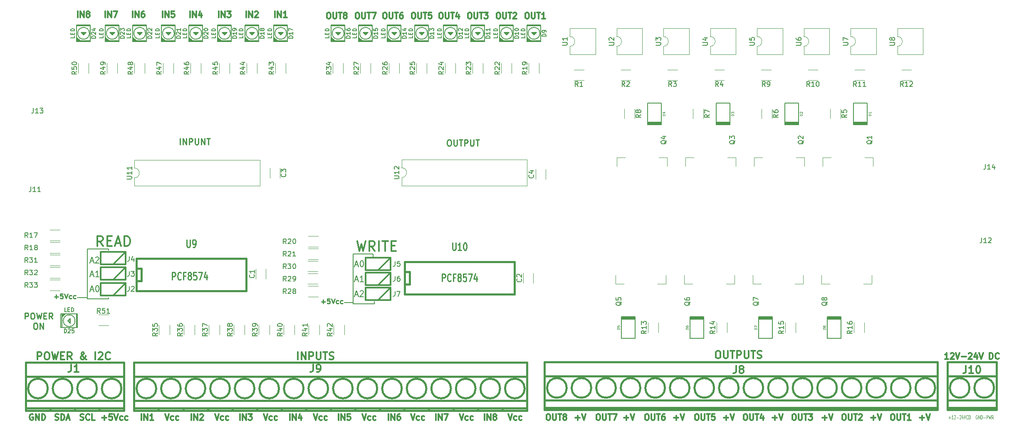
<source format=gbr>
G04 #@! TF.GenerationSoftware,KiCad,Pcbnew,(5.0.0)*
G04 #@! TF.CreationDate,2018-09-12T00:51:28-05:00*
G04 #@! TF.ProjectId,Vending_driveV2,56656E64696E675F647269766556322E,V1.0*
G04 #@! TF.SameCoordinates,Original*
G04 #@! TF.FileFunction,Legend,Top*
G04 #@! TF.FilePolarity,Positive*
%FSLAX46Y46*%
G04 Gerber Fmt 4.6, Leading zero omitted, Abs format (unit mm)*
G04 Created by KiCad (PCBNEW (5.0.0)) date 09/12/18 00:51:28*
%MOMM*%
%LPD*%
G01*
G04 APERTURE LIST*
%ADD10C,0.200000*%
%ADD11C,0.250000*%
%ADD12C,0.300000*%
%ADD13C,0.125000*%
%ADD14C,0.198120*%
%ADD15C,0.120000*%
%ADD16C,0.127000*%
%ADD17C,0.381000*%
%ADD18C,0.304800*%
%ADD19C,0.149860*%
%ADD20C,0.150000*%
%ADD21C,0.119380*%
%ADD22C,0.203200*%
%ADD23C,0.285750*%
%ADD24C,0.287020*%
G04 APERTURE END LIST*
D10*
X98298000Y-108458000D02*
X100076000Y-108458000D01*
D11*
X93615142Y-108275428D02*
X94377047Y-108275428D01*
X93996095Y-108656380D02*
X93996095Y-107894476D01*
X95329428Y-107656380D02*
X94853238Y-107656380D01*
X94805619Y-108132571D01*
X94853238Y-108084952D01*
X94948476Y-108037333D01*
X95186571Y-108037333D01*
X95281809Y-108084952D01*
X95329428Y-108132571D01*
X95377047Y-108227809D01*
X95377047Y-108465904D01*
X95329428Y-108561142D01*
X95281809Y-108608761D01*
X95186571Y-108656380D01*
X94948476Y-108656380D01*
X94853238Y-108608761D01*
X94805619Y-108561142D01*
X95662761Y-107656380D02*
X95996095Y-108656380D01*
X96329428Y-107656380D01*
X97091333Y-108608761D02*
X96996095Y-108656380D01*
X96805619Y-108656380D01*
X96710380Y-108608761D01*
X96662761Y-108561142D01*
X96615142Y-108465904D01*
X96615142Y-108180190D01*
X96662761Y-108084952D01*
X96710380Y-108037333D01*
X96805619Y-107989714D01*
X96996095Y-107989714D01*
X97091333Y-108037333D01*
X97948476Y-108608761D02*
X97853238Y-108656380D01*
X97662761Y-108656380D01*
X97567523Y-108608761D01*
X97519904Y-108561142D01*
X97472285Y-108465904D01*
X97472285Y-108180190D01*
X97519904Y-108084952D01*
X97567523Y-108037333D01*
X97662761Y-107989714D01*
X97853238Y-107989714D01*
X97948476Y-108037333D01*
D10*
X104394000Y-108712000D02*
X104394000Y-108204000D01*
X100076000Y-108712000D02*
X104394000Y-108712000D01*
X100076000Y-98552000D02*
X100076000Y-108712000D01*
X104140000Y-98552000D02*
X100076000Y-98552000D01*
X104140000Y-99060000D02*
X104140000Y-98552000D01*
X43942000Y-107442000D02*
X45974000Y-107442000D01*
X50292000Y-107696000D02*
X50292000Y-107442000D01*
X50292000Y-97536000D02*
X50292000Y-97790000D01*
X45974000Y-107696000D02*
X50292000Y-107696000D01*
X45974000Y-97536000D02*
X45974000Y-107696000D01*
X50292000Y-97536000D02*
X45974000Y-97536000D01*
D11*
X39259142Y-107259428D02*
X40021047Y-107259428D01*
X39640095Y-107640380D02*
X39640095Y-106878476D01*
X40973428Y-106640380D02*
X40497238Y-106640380D01*
X40449619Y-107116571D01*
X40497238Y-107068952D01*
X40592476Y-107021333D01*
X40830571Y-107021333D01*
X40925809Y-107068952D01*
X40973428Y-107116571D01*
X41021047Y-107211809D01*
X41021047Y-107449904D01*
X40973428Y-107545142D01*
X40925809Y-107592761D01*
X40830571Y-107640380D01*
X40592476Y-107640380D01*
X40497238Y-107592761D01*
X40449619Y-107545142D01*
X41306761Y-106640380D02*
X41640095Y-107640380D01*
X41973428Y-106640380D01*
X42735333Y-107592761D02*
X42640095Y-107640380D01*
X42449619Y-107640380D01*
X42354380Y-107592761D01*
X42306761Y-107545142D01*
X42259142Y-107449904D01*
X42259142Y-107164190D01*
X42306761Y-107068952D01*
X42354380Y-107021333D01*
X42449619Y-106973714D01*
X42640095Y-106973714D01*
X42735333Y-107021333D01*
X43592476Y-107592761D02*
X43497238Y-107640380D01*
X43306761Y-107640380D01*
X43211523Y-107592761D01*
X43163904Y-107545142D01*
X43116285Y-107449904D01*
X43116285Y-107164190D01*
X43163904Y-107068952D01*
X43211523Y-107021333D01*
X43306761Y-106973714D01*
X43497238Y-106973714D01*
X43592476Y-107021333D01*
X119542285Y-75288857D02*
X119770857Y-75288857D01*
X119885142Y-75346000D01*
X119999428Y-75460285D01*
X120056571Y-75688857D01*
X120056571Y-76088857D01*
X119999428Y-76317428D01*
X119885142Y-76431714D01*
X119770857Y-76488857D01*
X119542285Y-76488857D01*
X119428000Y-76431714D01*
X119313714Y-76317428D01*
X119256571Y-76088857D01*
X119256571Y-75688857D01*
X119313714Y-75460285D01*
X119428000Y-75346000D01*
X119542285Y-75288857D01*
X120570857Y-75288857D02*
X120570857Y-76260285D01*
X120628000Y-76374571D01*
X120685142Y-76431714D01*
X120799428Y-76488857D01*
X121028000Y-76488857D01*
X121142285Y-76431714D01*
X121199428Y-76374571D01*
X121256571Y-76260285D01*
X121256571Y-75288857D01*
X121656571Y-75288857D02*
X122342285Y-75288857D01*
X121999428Y-76488857D02*
X121999428Y-75288857D01*
X122742285Y-76488857D02*
X122742285Y-75288857D01*
X123199428Y-75288857D01*
X123313714Y-75346000D01*
X123370857Y-75403142D01*
X123428000Y-75517428D01*
X123428000Y-75688857D01*
X123370857Y-75803142D01*
X123313714Y-75860285D01*
X123199428Y-75917428D01*
X122742285Y-75917428D01*
X123942285Y-75288857D02*
X123942285Y-76260285D01*
X123999428Y-76374571D01*
X124056571Y-76431714D01*
X124170857Y-76488857D01*
X124399428Y-76488857D01*
X124513714Y-76431714D01*
X124570857Y-76374571D01*
X124628000Y-76260285D01*
X124628000Y-75288857D01*
X125028000Y-75288857D02*
X125713714Y-75288857D01*
X125370857Y-76488857D02*
X125370857Y-75288857D01*
X64875142Y-76234857D02*
X64875142Y-75034857D01*
X65446571Y-76234857D02*
X65446571Y-75034857D01*
X66132285Y-76234857D01*
X66132285Y-75034857D01*
X66703714Y-76234857D02*
X66703714Y-75034857D01*
X67160857Y-75034857D01*
X67275142Y-75092000D01*
X67332285Y-75149142D01*
X67389428Y-75263428D01*
X67389428Y-75434857D01*
X67332285Y-75549142D01*
X67275142Y-75606285D01*
X67160857Y-75663428D01*
X66703714Y-75663428D01*
X67903714Y-75034857D02*
X67903714Y-76006285D01*
X67960857Y-76120571D01*
X68018000Y-76177714D01*
X68132285Y-76234857D01*
X68360857Y-76234857D01*
X68475142Y-76177714D01*
X68532285Y-76120571D01*
X68589428Y-76006285D01*
X68589428Y-75034857D01*
X69160857Y-76234857D02*
X69160857Y-75034857D01*
X69846571Y-76234857D01*
X69846571Y-75034857D01*
X70246571Y-75034857D02*
X70932285Y-75034857D01*
X70589428Y-76234857D02*
X70589428Y-75034857D01*
D12*
X100902000Y-95932761D02*
X101378190Y-97932761D01*
X101759142Y-96504190D01*
X102140095Y-97932761D01*
X102616285Y-95932761D01*
X104521047Y-97932761D02*
X103854380Y-96980380D01*
X103378190Y-97932761D02*
X103378190Y-95932761D01*
X104140095Y-95932761D01*
X104330571Y-96028000D01*
X104425809Y-96123238D01*
X104521047Y-96313714D01*
X104521047Y-96599428D01*
X104425809Y-96789904D01*
X104330571Y-96885142D01*
X104140095Y-96980380D01*
X103378190Y-96980380D01*
X105378190Y-97932761D02*
X105378190Y-95932761D01*
X106044857Y-95932761D02*
X107187714Y-95932761D01*
X106616285Y-97932761D02*
X106616285Y-95932761D01*
X107854380Y-96885142D02*
X108521047Y-96885142D01*
X108806761Y-97932761D02*
X107854380Y-97932761D01*
X107854380Y-95932761D01*
X108806761Y-95932761D01*
X49165142Y-96916761D02*
X48498476Y-95964380D01*
X48022285Y-96916761D02*
X48022285Y-94916761D01*
X48784190Y-94916761D01*
X48974666Y-95012000D01*
X49069904Y-95107238D01*
X49165142Y-95297714D01*
X49165142Y-95583428D01*
X49069904Y-95773904D01*
X48974666Y-95869142D01*
X48784190Y-95964380D01*
X48022285Y-95964380D01*
X50022285Y-95869142D02*
X50688952Y-95869142D01*
X50974666Y-96916761D02*
X50022285Y-96916761D01*
X50022285Y-94916761D01*
X50974666Y-94916761D01*
X51736571Y-96345333D02*
X52688952Y-96345333D01*
X51546095Y-96916761D02*
X52212761Y-94916761D01*
X52879428Y-96916761D01*
X53546095Y-96916761D02*
X53546095Y-94916761D01*
X54022285Y-94916761D01*
X54308000Y-95012000D01*
X54498476Y-95202476D01*
X54593714Y-95392952D01*
X54688952Y-95773904D01*
X54688952Y-96059619D01*
X54593714Y-96440571D01*
X54498476Y-96631047D01*
X54308000Y-96821523D01*
X54022285Y-96916761D01*
X53546095Y-96916761D01*
X215436571Y-131911714D02*
X216350857Y-131911714D01*
X215893714Y-132368857D02*
X215893714Y-131454571D01*
X216750857Y-131168857D02*
X217150857Y-132368857D01*
X217550857Y-131168857D01*
X205530571Y-131911714D02*
X206444857Y-131911714D01*
X205987714Y-132368857D02*
X205987714Y-131454571D01*
X206844857Y-131168857D02*
X207244857Y-132368857D01*
X207644857Y-131168857D01*
X195624571Y-131911714D02*
X196538857Y-131911714D01*
X196081714Y-132368857D02*
X196081714Y-131454571D01*
X196938857Y-131168857D02*
X197338857Y-132368857D01*
X197738857Y-131168857D01*
X185464571Y-131911714D02*
X186378857Y-131911714D01*
X185921714Y-132368857D02*
X185921714Y-131454571D01*
X186778857Y-131168857D02*
X187178857Y-132368857D01*
X187578857Y-131168857D01*
X175558571Y-131911714D02*
X176472857Y-131911714D01*
X176015714Y-132368857D02*
X176015714Y-131454571D01*
X176872857Y-131168857D02*
X177272857Y-132368857D01*
X177672857Y-131168857D01*
X165398571Y-131911714D02*
X166312857Y-131911714D01*
X165855714Y-132368857D02*
X165855714Y-131454571D01*
X166712857Y-131168857D02*
X167112857Y-132368857D01*
X167512857Y-131168857D01*
X155238571Y-131911714D02*
X156152857Y-131911714D01*
X155695714Y-132368857D02*
X155695714Y-131454571D01*
X156552857Y-131168857D02*
X156952857Y-132368857D01*
X157352857Y-131168857D01*
X145332571Y-131911714D02*
X146246857Y-131911714D01*
X145789714Y-132368857D02*
X145789714Y-131454571D01*
X146646857Y-131168857D02*
X147046857Y-132368857D01*
X147446857Y-131168857D01*
D13*
X227123809Y-131426000D02*
X227076190Y-131387904D01*
X227004761Y-131387904D01*
X226933333Y-131426000D01*
X226885714Y-131502190D01*
X226861904Y-131578380D01*
X226838095Y-131730761D01*
X226838095Y-131845047D01*
X226861904Y-131997428D01*
X226885714Y-132073619D01*
X226933333Y-132149809D01*
X227004761Y-132187904D01*
X227052380Y-132187904D01*
X227123809Y-132149809D01*
X227147619Y-132111714D01*
X227147619Y-131845047D01*
X227052380Y-131845047D01*
X227361904Y-132187904D02*
X227361904Y-131387904D01*
X227647619Y-132187904D01*
X227647619Y-131387904D01*
X227885714Y-132187904D02*
X227885714Y-131387904D01*
X228004761Y-131387904D01*
X228076190Y-131426000D01*
X228123809Y-131502190D01*
X228147619Y-131578380D01*
X228171428Y-131730761D01*
X228171428Y-131845047D01*
X228147619Y-131997428D01*
X228123809Y-132073619D01*
X228076190Y-132149809D01*
X228004761Y-132187904D01*
X227885714Y-132187904D01*
X228385714Y-131883142D02*
X228766666Y-131883142D01*
X229004761Y-132187904D02*
X229004761Y-131387904D01*
X229195238Y-131387904D01*
X229242857Y-131426000D01*
X229266666Y-131464095D01*
X229290476Y-131540285D01*
X229290476Y-131654571D01*
X229266666Y-131730761D01*
X229242857Y-131768857D01*
X229195238Y-131806952D01*
X229004761Y-131806952D01*
X229457142Y-131387904D02*
X229576190Y-132187904D01*
X229671428Y-131616476D01*
X229766666Y-132187904D01*
X229885714Y-131387904D01*
X230361904Y-132187904D02*
X230195238Y-131806952D01*
X230076190Y-132187904D02*
X230076190Y-131387904D01*
X230266666Y-131387904D01*
X230314285Y-131426000D01*
X230338095Y-131464095D01*
X230361904Y-131540285D01*
X230361904Y-131654571D01*
X230338095Y-131730761D01*
X230314285Y-131768857D01*
X230266666Y-131806952D01*
X230076190Y-131806952D01*
X221353333Y-131883142D02*
X221734285Y-131883142D01*
X221543809Y-132187904D02*
X221543809Y-131578380D01*
X222234285Y-132187904D02*
X221948571Y-132187904D01*
X222091428Y-132187904D02*
X222091428Y-131387904D01*
X222043809Y-131502190D01*
X221996190Y-131578380D01*
X221948571Y-131616476D01*
X222424761Y-131464095D02*
X222448571Y-131426000D01*
X222496190Y-131387904D01*
X222615238Y-131387904D01*
X222662857Y-131426000D01*
X222686666Y-131464095D01*
X222710476Y-131540285D01*
X222710476Y-131616476D01*
X222686666Y-131730761D01*
X222400952Y-132187904D01*
X222710476Y-132187904D01*
X222924761Y-131883142D02*
X223305714Y-131883142D01*
X223520000Y-131464095D02*
X223543809Y-131426000D01*
X223591428Y-131387904D01*
X223710476Y-131387904D01*
X223758095Y-131426000D01*
X223781904Y-131464095D01*
X223805714Y-131540285D01*
X223805714Y-131616476D01*
X223781904Y-131730761D01*
X223496190Y-132187904D01*
X223805714Y-132187904D01*
X224234285Y-131654571D02*
X224234285Y-132187904D01*
X224115238Y-131349809D02*
X223996190Y-131921238D01*
X224305714Y-131921238D01*
X224424761Y-131387904D02*
X224591428Y-132187904D01*
X224758095Y-131387904D01*
X225210476Y-132111714D02*
X225186666Y-132149809D01*
X225115238Y-132187904D01*
X225067619Y-132187904D01*
X224996190Y-132149809D01*
X224948571Y-132073619D01*
X224924761Y-131997428D01*
X224900952Y-131845047D01*
X224900952Y-131730761D01*
X224924761Y-131578380D01*
X224948571Y-131502190D01*
X224996190Y-131426000D01*
X225067619Y-131387904D01*
X225115238Y-131387904D01*
X225186666Y-131426000D01*
X225210476Y-131464095D01*
X225424761Y-132187904D02*
X225424761Y-131387904D01*
X225543809Y-131387904D01*
X225615238Y-131426000D01*
X225662857Y-131502190D01*
X225686666Y-131578380D01*
X225710476Y-131730761D01*
X225710476Y-131845047D01*
X225686666Y-131997428D01*
X225662857Y-132073619D01*
X225615238Y-132149809D01*
X225543809Y-132187904D01*
X225424761Y-132187904D01*
D12*
X209810571Y-131168857D02*
X210039142Y-131168857D01*
X210153428Y-131226000D01*
X210267714Y-131340285D01*
X210324857Y-131568857D01*
X210324857Y-131968857D01*
X210267714Y-132197428D01*
X210153428Y-132311714D01*
X210039142Y-132368857D01*
X209810571Y-132368857D01*
X209696285Y-132311714D01*
X209582000Y-132197428D01*
X209524857Y-131968857D01*
X209524857Y-131568857D01*
X209582000Y-131340285D01*
X209696285Y-131226000D01*
X209810571Y-131168857D01*
X210839142Y-131168857D02*
X210839142Y-132140285D01*
X210896285Y-132254571D01*
X210953428Y-132311714D01*
X211067714Y-132368857D01*
X211296285Y-132368857D01*
X211410571Y-132311714D01*
X211467714Y-132254571D01*
X211524857Y-132140285D01*
X211524857Y-131168857D01*
X211924857Y-131168857D02*
X212610571Y-131168857D01*
X212267714Y-132368857D02*
X212267714Y-131168857D01*
X213639142Y-132368857D02*
X212953428Y-132368857D01*
X213296285Y-132368857D02*
X213296285Y-131168857D01*
X213182000Y-131340285D01*
X213067714Y-131454571D01*
X212953428Y-131511714D01*
X199904571Y-131168857D02*
X200133142Y-131168857D01*
X200247428Y-131226000D01*
X200361714Y-131340285D01*
X200418857Y-131568857D01*
X200418857Y-131968857D01*
X200361714Y-132197428D01*
X200247428Y-132311714D01*
X200133142Y-132368857D01*
X199904571Y-132368857D01*
X199790285Y-132311714D01*
X199676000Y-132197428D01*
X199618857Y-131968857D01*
X199618857Y-131568857D01*
X199676000Y-131340285D01*
X199790285Y-131226000D01*
X199904571Y-131168857D01*
X200933142Y-131168857D02*
X200933142Y-132140285D01*
X200990285Y-132254571D01*
X201047428Y-132311714D01*
X201161714Y-132368857D01*
X201390285Y-132368857D01*
X201504571Y-132311714D01*
X201561714Y-132254571D01*
X201618857Y-132140285D01*
X201618857Y-131168857D01*
X202018857Y-131168857D02*
X202704571Y-131168857D01*
X202361714Y-132368857D02*
X202361714Y-131168857D01*
X203047428Y-131283142D02*
X203104571Y-131226000D01*
X203218857Y-131168857D01*
X203504571Y-131168857D01*
X203618857Y-131226000D01*
X203676000Y-131283142D01*
X203733142Y-131397428D01*
X203733142Y-131511714D01*
X203676000Y-131683142D01*
X202990285Y-132368857D01*
X203733142Y-132368857D01*
X189744571Y-131168857D02*
X189973142Y-131168857D01*
X190087428Y-131226000D01*
X190201714Y-131340285D01*
X190258857Y-131568857D01*
X190258857Y-131968857D01*
X190201714Y-132197428D01*
X190087428Y-132311714D01*
X189973142Y-132368857D01*
X189744571Y-132368857D01*
X189630285Y-132311714D01*
X189516000Y-132197428D01*
X189458857Y-131968857D01*
X189458857Y-131568857D01*
X189516000Y-131340285D01*
X189630285Y-131226000D01*
X189744571Y-131168857D01*
X190773142Y-131168857D02*
X190773142Y-132140285D01*
X190830285Y-132254571D01*
X190887428Y-132311714D01*
X191001714Y-132368857D01*
X191230285Y-132368857D01*
X191344571Y-132311714D01*
X191401714Y-132254571D01*
X191458857Y-132140285D01*
X191458857Y-131168857D01*
X191858857Y-131168857D02*
X192544571Y-131168857D01*
X192201714Y-132368857D02*
X192201714Y-131168857D01*
X192830285Y-131168857D02*
X193573142Y-131168857D01*
X193173142Y-131626000D01*
X193344571Y-131626000D01*
X193458857Y-131683142D01*
X193516000Y-131740285D01*
X193573142Y-131854571D01*
X193573142Y-132140285D01*
X193516000Y-132254571D01*
X193458857Y-132311714D01*
X193344571Y-132368857D01*
X193001714Y-132368857D01*
X192887428Y-132311714D01*
X192830285Y-132254571D01*
X179838571Y-131168857D02*
X180067142Y-131168857D01*
X180181428Y-131226000D01*
X180295714Y-131340285D01*
X180352857Y-131568857D01*
X180352857Y-131968857D01*
X180295714Y-132197428D01*
X180181428Y-132311714D01*
X180067142Y-132368857D01*
X179838571Y-132368857D01*
X179724285Y-132311714D01*
X179610000Y-132197428D01*
X179552857Y-131968857D01*
X179552857Y-131568857D01*
X179610000Y-131340285D01*
X179724285Y-131226000D01*
X179838571Y-131168857D01*
X180867142Y-131168857D02*
X180867142Y-132140285D01*
X180924285Y-132254571D01*
X180981428Y-132311714D01*
X181095714Y-132368857D01*
X181324285Y-132368857D01*
X181438571Y-132311714D01*
X181495714Y-132254571D01*
X181552857Y-132140285D01*
X181552857Y-131168857D01*
X181952857Y-131168857D02*
X182638571Y-131168857D01*
X182295714Y-132368857D02*
X182295714Y-131168857D01*
X183552857Y-131568857D02*
X183552857Y-132368857D01*
X183267142Y-131111714D02*
X182981428Y-131968857D01*
X183724285Y-131968857D01*
X169932571Y-131168857D02*
X170161142Y-131168857D01*
X170275428Y-131226000D01*
X170389714Y-131340285D01*
X170446857Y-131568857D01*
X170446857Y-131968857D01*
X170389714Y-132197428D01*
X170275428Y-132311714D01*
X170161142Y-132368857D01*
X169932571Y-132368857D01*
X169818285Y-132311714D01*
X169704000Y-132197428D01*
X169646857Y-131968857D01*
X169646857Y-131568857D01*
X169704000Y-131340285D01*
X169818285Y-131226000D01*
X169932571Y-131168857D01*
X170961142Y-131168857D02*
X170961142Y-132140285D01*
X171018285Y-132254571D01*
X171075428Y-132311714D01*
X171189714Y-132368857D01*
X171418285Y-132368857D01*
X171532571Y-132311714D01*
X171589714Y-132254571D01*
X171646857Y-132140285D01*
X171646857Y-131168857D01*
X172046857Y-131168857D02*
X172732571Y-131168857D01*
X172389714Y-132368857D02*
X172389714Y-131168857D01*
X173704000Y-131168857D02*
X173132571Y-131168857D01*
X173075428Y-131740285D01*
X173132571Y-131683142D01*
X173246857Y-131626000D01*
X173532571Y-131626000D01*
X173646857Y-131683142D01*
X173704000Y-131740285D01*
X173761142Y-131854571D01*
X173761142Y-132140285D01*
X173704000Y-132254571D01*
X173646857Y-132311714D01*
X173532571Y-132368857D01*
X173246857Y-132368857D01*
X173132571Y-132311714D01*
X173075428Y-132254571D01*
X159772571Y-131168857D02*
X160001142Y-131168857D01*
X160115428Y-131226000D01*
X160229714Y-131340285D01*
X160286857Y-131568857D01*
X160286857Y-131968857D01*
X160229714Y-132197428D01*
X160115428Y-132311714D01*
X160001142Y-132368857D01*
X159772571Y-132368857D01*
X159658285Y-132311714D01*
X159544000Y-132197428D01*
X159486857Y-131968857D01*
X159486857Y-131568857D01*
X159544000Y-131340285D01*
X159658285Y-131226000D01*
X159772571Y-131168857D01*
X160801142Y-131168857D02*
X160801142Y-132140285D01*
X160858285Y-132254571D01*
X160915428Y-132311714D01*
X161029714Y-132368857D01*
X161258285Y-132368857D01*
X161372571Y-132311714D01*
X161429714Y-132254571D01*
X161486857Y-132140285D01*
X161486857Y-131168857D01*
X161886857Y-131168857D02*
X162572571Y-131168857D01*
X162229714Y-132368857D02*
X162229714Y-131168857D01*
X163486857Y-131168857D02*
X163258285Y-131168857D01*
X163144000Y-131226000D01*
X163086857Y-131283142D01*
X162972571Y-131454571D01*
X162915428Y-131683142D01*
X162915428Y-132140285D01*
X162972571Y-132254571D01*
X163029714Y-132311714D01*
X163144000Y-132368857D01*
X163372571Y-132368857D01*
X163486857Y-132311714D01*
X163544000Y-132254571D01*
X163601142Y-132140285D01*
X163601142Y-131854571D01*
X163544000Y-131740285D01*
X163486857Y-131683142D01*
X163372571Y-131626000D01*
X163144000Y-131626000D01*
X163029714Y-131683142D01*
X162972571Y-131740285D01*
X162915428Y-131854571D01*
X149866571Y-131168857D02*
X150095142Y-131168857D01*
X150209428Y-131226000D01*
X150323714Y-131340285D01*
X150380857Y-131568857D01*
X150380857Y-131968857D01*
X150323714Y-132197428D01*
X150209428Y-132311714D01*
X150095142Y-132368857D01*
X149866571Y-132368857D01*
X149752285Y-132311714D01*
X149638000Y-132197428D01*
X149580857Y-131968857D01*
X149580857Y-131568857D01*
X149638000Y-131340285D01*
X149752285Y-131226000D01*
X149866571Y-131168857D01*
X150895142Y-131168857D02*
X150895142Y-132140285D01*
X150952285Y-132254571D01*
X151009428Y-132311714D01*
X151123714Y-132368857D01*
X151352285Y-132368857D01*
X151466571Y-132311714D01*
X151523714Y-132254571D01*
X151580857Y-132140285D01*
X151580857Y-131168857D01*
X151980857Y-131168857D02*
X152666571Y-131168857D01*
X152323714Y-132368857D02*
X152323714Y-131168857D01*
X152952285Y-131168857D02*
X153752285Y-131168857D01*
X153238000Y-132368857D01*
X139706571Y-131168857D02*
X139935142Y-131168857D01*
X140049428Y-131226000D01*
X140163714Y-131340285D01*
X140220857Y-131568857D01*
X140220857Y-131968857D01*
X140163714Y-132197428D01*
X140049428Y-132311714D01*
X139935142Y-132368857D01*
X139706571Y-132368857D01*
X139592285Y-132311714D01*
X139478000Y-132197428D01*
X139420857Y-131968857D01*
X139420857Y-131568857D01*
X139478000Y-131340285D01*
X139592285Y-131226000D01*
X139706571Y-131168857D01*
X140735142Y-131168857D02*
X140735142Y-132140285D01*
X140792285Y-132254571D01*
X140849428Y-132311714D01*
X140963714Y-132368857D01*
X141192285Y-132368857D01*
X141306571Y-132311714D01*
X141363714Y-132254571D01*
X141420857Y-132140285D01*
X141420857Y-131168857D01*
X141820857Y-131168857D02*
X142506571Y-131168857D01*
X142163714Y-132368857D02*
X142163714Y-131168857D01*
X143078000Y-131683142D02*
X142963714Y-131626000D01*
X142906571Y-131568857D01*
X142849428Y-131454571D01*
X142849428Y-131397428D01*
X142906571Y-131283142D01*
X142963714Y-131226000D01*
X143078000Y-131168857D01*
X143306571Y-131168857D01*
X143420857Y-131226000D01*
X143478000Y-131283142D01*
X143535142Y-131397428D01*
X143535142Y-131454571D01*
X143478000Y-131568857D01*
X143420857Y-131626000D01*
X143306571Y-131683142D01*
X143078000Y-131683142D01*
X142963714Y-131740285D01*
X142906571Y-131797428D01*
X142849428Y-131911714D01*
X142849428Y-132140285D01*
X142906571Y-132254571D01*
X142963714Y-132311714D01*
X143078000Y-132368857D01*
X143306571Y-132368857D01*
X143420857Y-132311714D01*
X143478000Y-132254571D01*
X143535142Y-132140285D01*
X143535142Y-131911714D01*
X143478000Y-131797428D01*
X143420857Y-131740285D01*
X143306571Y-131683142D01*
X131667428Y-131168857D02*
X132067428Y-132368857D01*
X132467428Y-131168857D01*
X133381714Y-132311714D02*
X133267428Y-132368857D01*
X133038857Y-132368857D01*
X132924571Y-132311714D01*
X132867428Y-132254571D01*
X132810285Y-132140285D01*
X132810285Y-131797428D01*
X132867428Y-131683142D01*
X132924571Y-131626000D01*
X133038857Y-131568857D01*
X133267428Y-131568857D01*
X133381714Y-131626000D01*
X134410285Y-132311714D02*
X134296000Y-132368857D01*
X134067428Y-132368857D01*
X133953142Y-132311714D01*
X133896000Y-132254571D01*
X133838857Y-132140285D01*
X133838857Y-131797428D01*
X133896000Y-131683142D01*
X133953142Y-131626000D01*
X134067428Y-131568857D01*
X134296000Y-131568857D01*
X134410285Y-131626000D01*
X126816000Y-132368857D02*
X126816000Y-131168857D01*
X127387428Y-132368857D02*
X127387428Y-131168857D01*
X128073142Y-132368857D01*
X128073142Y-131168857D01*
X128816000Y-131683142D02*
X128701714Y-131626000D01*
X128644571Y-131568857D01*
X128587428Y-131454571D01*
X128587428Y-131397428D01*
X128644571Y-131283142D01*
X128701714Y-131226000D01*
X128816000Y-131168857D01*
X129044571Y-131168857D01*
X129158857Y-131226000D01*
X129216000Y-131283142D01*
X129273142Y-131397428D01*
X129273142Y-131454571D01*
X129216000Y-131568857D01*
X129158857Y-131626000D01*
X129044571Y-131683142D01*
X128816000Y-131683142D01*
X128701714Y-131740285D01*
X128644571Y-131797428D01*
X128587428Y-131911714D01*
X128587428Y-132140285D01*
X128644571Y-132254571D01*
X128701714Y-132311714D01*
X128816000Y-132368857D01*
X129044571Y-132368857D01*
X129158857Y-132311714D01*
X129216000Y-132254571D01*
X129273142Y-132140285D01*
X129273142Y-131911714D01*
X129216000Y-131797428D01*
X129158857Y-131740285D01*
X129044571Y-131683142D01*
X121761428Y-131168857D02*
X122161428Y-132368857D01*
X122561428Y-131168857D01*
X123475714Y-132311714D02*
X123361428Y-132368857D01*
X123132857Y-132368857D01*
X123018571Y-132311714D01*
X122961428Y-132254571D01*
X122904285Y-132140285D01*
X122904285Y-131797428D01*
X122961428Y-131683142D01*
X123018571Y-131626000D01*
X123132857Y-131568857D01*
X123361428Y-131568857D01*
X123475714Y-131626000D01*
X124504285Y-132311714D02*
X124390000Y-132368857D01*
X124161428Y-132368857D01*
X124047142Y-132311714D01*
X123990000Y-132254571D01*
X123932857Y-132140285D01*
X123932857Y-131797428D01*
X123990000Y-131683142D01*
X124047142Y-131626000D01*
X124161428Y-131568857D01*
X124390000Y-131568857D01*
X124504285Y-131626000D01*
X116910000Y-132368857D02*
X116910000Y-131168857D01*
X117481428Y-132368857D02*
X117481428Y-131168857D01*
X118167142Y-132368857D01*
X118167142Y-131168857D01*
X118624285Y-131168857D02*
X119424285Y-131168857D01*
X118910000Y-132368857D01*
X111855428Y-131168857D02*
X112255428Y-132368857D01*
X112655428Y-131168857D01*
X113569714Y-132311714D02*
X113455428Y-132368857D01*
X113226857Y-132368857D01*
X113112571Y-132311714D01*
X113055428Y-132254571D01*
X112998285Y-132140285D01*
X112998285Y-131797428D01*
X113055428Y-131683142D01*
X113112571Y-131626000D01*
X113226857Y-131568857D01*
X113455428Y-131568857D01*
X113569714Y-131626000D01*
X114598285Y-132311714D02*
X114484000Y-132368857D01*
X114255428Y-132368857D01*
X114141142Y-132311714D01*
X114084000Y-132254571D01*
X114026857Y-132140285D01*
X114026857Y-131797428D01*
X114084000Y-131683142D01*
X114141142Y-131626000D01*
X114255428Y-131568857D01*
X114484000Y-131568857D01*
X114598285Y-131626000D01*
X107258000Y-132368857D02*
X107258000Y-131168857D01*
X107829428Y-132368857D02*
X107829428Y-131168857D01*
X108515142Y-132368857D01*
X108515142Y-131168857D01*
X109600857Y-131168857D02*
X109372285Y-131168857D01*
X109258000Y-131226000D01*
X109200857Y-131283142D01*
X109086571Y-131454571D01*
X109029428Y-131683142D01*
X109029428Y-132140285D01*
X109086571Y-132254571D01*
X109143714Y-132311714D01*
X109258000Y-132368857D01*
X109486571Y-132368857D01*
X109600857Y-132311714D01*
X109658000Y-132254571D01*
X109715142Y-132140285D01*
X109715142Y-131854571D01*
X109658000Y-131740285D01*
X109600857Y-131683142D01*
X109486571Y-131626000D01*
X109258000Y-131626000D01*
X109143714Y-131683142D01*
X109086571Y-131740285D01*
X109029428Y-131854571D01*
X101949428Y-131168857D02*
X102349428Y-132368857D01*
X102749428Y-131168857D01*
X103663714Y-132311714D02*
X103549428Y-132368857D01*
X103320857Y-132368857D01*
X103206571Y-132311714D01*
X103149428Y-132254571D01*
X103092285Y-132140285D01*
X103092285Y-131797428D01*
X103149428Y-131683142D01*
X103206571Y-131626000D01*
X103320857Y-131568857D01*
X103549428Y-131568857D01*
X103663714Y-131626000D01*
X104692285Y-132311714D02*
X104578000Y-132368857D01*
X104349428Y-132368857D01*
X104235142Y-132311714D01*
X104178000Y-132254571D01*
X104120857Y-132140285D01*
X104120857Y-131797428D01*
X104178000Y-131683142D01*
X104235142Y-131626000D01*
X104349428Y-131568857D01*
X104578000Y-131568857D01*
X104692285Y-131626000D01*
X97098000Y-132368857D02*
X97098000Y-131168857D01*
X97669428Y-132368857D02*
X97669428Y-131168857D01*
X98355142Y-132368857D01*
X98355142Y-131168857D01*
X99498000Y-131168857D02*
X98926571Y-131168857D01*
X98869428Y-131740285D01*
X98926571Y-131683142D01*
X99040857Y-131626000D01*
X99326571Y-131626000D01*
X99440857Y-131683142D01*
X99498000Y-131740285D01*
X99555142Y-131854571D01*
X99555142Y-132140285D01*
X99498000Y-132254571D01*
X99440857Y-132311714D01*
X99326571Y-132368857D01*
X99040857Y-132368857D01*
X98926571Y-132311714D01*
X98869428Y-132254571D01*
X92043428Y-131168857D02*
X92443428Y-132368857D01*
X92843428Y-131168857D01*
X93757714Y-132311714D02*
X93643428Y-132368857D01*
X93414857Y-132368857D01*
X93300571Y-132311714D01*
X93243428Y-132254571D01*
X93186285Y-132140285D01*
X93186285Y-131797428D01*
X93243428Y-131683142D01*
X93300571Y-131626000D01*
X93414857Y-131568857D01*
X93643428Y-131568857D01*
X93757714Y-131626000D01*
X94786285Y-132311714D02*
X94672000Y-132368857D01*
X94443428Y-132368857D01*
X94329142Y-132311714D01*
X94272000Y-132254571D01*
X94214857Y-132140285D01*
X94214857Y-131797428D01*
X94272000Y-131683142D01*
X94329142Y-131626000D01*
X94443428Y-131568857D01*
X94672000Y-131568857D01*
X94786285Y-131626000D01*
X87192000Y-132368857D02*
X87192000Y-131168857D01*
X87763428Y-132368857D02*
X87763428Y-131168857D01*
X88449142Y-132368857D01*
X88449142Y-131168857D01*
X89534857Y-131568857D02*
X89534857Y-132368857D01*
X89249142Y-131111714D02*
X88963428Y-131968857D01*
X89706285Y-131968857D01*
X81883428Y-131168857D02*
X82283428Y-132368857D01*
X82683428Y-131168857D01*
X83597714Y-132311714D02*
X83483428Y-132368857D01*
X83254857Y-132368857D01*
X83140571Y-132311714D01*
X83083428Y-132254571D01*
X83026285Y-132140285D01*
X83026285Y-131797428D01*
X83083428Y-131683142D01*
X83140571Y-131626000D01*
X83254857Y-131568857D01*
X83483428Y-131568857D01*
X83597714Y-131626000D01*
X84626285Y-132311714D02*
X84512000Y-132368857D01*
X84283428Y-132368857D01*
X84169142Y-132311714D01*
X84112000Y-132254571D01*
X84054857Y-132140285D01*
X84054857Y-131797428D01*
X84112000Y-131683142D01*
X84169142Y-131626000D01*
X84283428Y-131568857D01*
X84512000Y-131568857D01*
X84626285Y-131626000D01*
X77032000Y-132368857D02*
X77032000Y-131168857D01*
X77603428Y-132368857D02*
X77603428Y-131168857D01*
X78289142Y-132368857D01*
X78289142Y-131168857D01*
X78746285Y-131168857D02*
X79489142Y-131168857D01*
X79089142Y-131626000D01*
X79260571Y-131626000D01*
X79374857Y-131683142D01*
X79432000Y-131740285D01*
X79489142Y-131854571D01*
X79489142Y-132140285D01*
X79432000Y-132254571D01*
X79374857Y-132311714D01*
X79260571Y-132368857D01*
X78917714Y-132368857D01*
X78803428Y-132311714D01*
X78746285Y-132254571D01*
X71977428Y-131168857D02*
X72377428Y-132368857D01*
X72777428Y-131168857D01*
X73691714Y-132311714D02*
X73577428Y-132368857D01*
X73348857Y-132368857D01*
X73234571Y-132311714D01*
X73177428Y-132254571D01*
X73120285Y-132140285D01*
X73120285Y-131797428D01*
X73177428Y-131683142D01*
X73234571Y-131626000D01*
X73348857Y-131568857D01*
X73577428Y-131568857D01*
X73691714Y-131626000D01*
X74720285Y-132311714D02*
X74606000Y-132368857D01*
X74377428Y-132368857D01*
X74263142Y-132311714D01*
X74206000Y-132254571D01*
X74148857Y-132140285D01*
X74148857Y-131797428D01*
X74206000Y-131683142D01*
X74263142Y-131626000D01*
X74377428Y-131568857D01*
X74606000Y-131568857D01*
X74720285Y-131626000D01*
X67126000Y-132368857D02*
X67126000Y-131168857D01*
X67697428Y-132368857D02*
X67697428Y-131168857D01*
X68383142Y-132368857D01*
X68383142Y-131168857D01*
X68897428Y-131283142D02*
X68954571Y-131226000D01*
X69068857Y-131168857D01*
X69354571Y-131168857D01*
X69468857Y-131226000D01*
X69526000Y-131283142D01*
X69583142Y-131397428D01*
X69583142Y-131511714D01*
X69526000Y-131683142D01*
X68840285Y-132368857D01*
X69583142Y-132368857D01*
X61817428Y-131168857D02*
X62217428Y-132368857D01*
X62617428Y-131168857D01*
X63531714Y-132311714D02*
X63417428Y-132368857D01*
X63188857Y-132368857D01*
X63074571Y-132311714D01*
X63017428Y-132254571D01*
X62960285Y-132140285D01*
X62960285Y-131797428D01*
X63017428Y-131683142D01*
X63074571Y-131626000D01*
X63188857Y-131568857D01*
X63417428Y-131568857D01*
X63531714Y-131626000D01*
X64560285Y-132311714D02*
X64446000Y-132368857D01*
X64217428Y-132368857D01*
X64103142Y-132311714D01*
X64046000Y-132254571D01*
X63988857Y-132140285D01*
X63988857Y-131797428D01*
X64046000Y-131683142D01*
X64103142Y-131626000D01*
X64217428Y-131568857D01*
X64446000Y-131568857D01*
X64560285Y-131626000D01*
X48990571Y-131911714D02*
X49904857Y-131911714D01*
X49447714Y-132368857D02*
X49447714Y-131454571D01*
X51047714Y-131168857D02*
X50476285Y-131168857D01*
X50419142Y-131740285D01*
X50476285Y-131683142D01*
X50590571Y-131626000D01*
X50876285Y-131626000D01*
X50990571Y-131683142D01*
X51047714Y-131740285D01*
X51104857Y-131854571D01*
X51104857Y-132140285D01*
X51047714Y-132254571D01*
X50990571Y-132311714D01*
X50876285Y-132368857D01*
X50590571Y-132368857D01*
X50476285Y-132311714D01*
X50419142Y-132254571D01*
X51447714Y-131168857D02*
X51847714Y-132368857D01*
X52247714Y-131168857D01*
X53162000Y-132311714D02*
X53047714Y-132368857D01*
X52819142Y-132368857D01*
X52704857Y-132311714D01*
X52647714Y-132254571D01*
X52590571Y-132140285D01*
X52590571Y-131797428D01*
X52647714Y-131683142D01*
X52704857Y-131626000D01*
X52819142Y-131568857D01*
X53047714Y-131568857D01*
X53162000Y-131626000D01*
X54190571Y-132311714D02*
X54076285Y-132368857D01*
X53847714Y-132368857D01*
X53733428Y-132311714D01*
X53676285Y-132254571D01*
X53619142Y-132140285D01*
X53619142Y-131797428D01*
X53676285Y-131683142D01*
X53733428Y-131626000D01*
X53847714Y-131568857D01*
X54076285Y-131568857D01*
X54190571Y-131626000D01*
X44545428Y-132311714D02*
X44716857Y-132368857D01*
X45002571Y-132368857D01*
X45116857Y-132311714D01*
X45174000Y-132254571D01*
X45231142Y-132140285D01*
X45231142Y-132026000D01*
X45174000Y-131911714D01*
X45116857Y-131854571D01*
X45002571Y-131797428D01*
X44774000Y-131740285D01*
X44659714Y-131683142D01*
X44602571Y-131626000D01*
X44545428Y-131511714D01*
X44545428Y-131397428D01*
X44602571Y-131283142D01*
X44659714Y-131226000D01*
X44774000Y-131168857D01*
X45059714Y-131168857D01*
X45231142Y-131226000D01*
X46431142Y-132254571D02*
X46374000Y-132311714D01*
X46202571Y-132368857D01*
X46088285Y-132368857D01*
X45916857Y-132311714D01*
X45802571Y-132197428D01*
X45745428Y-132083142D01*
X45688285Y-131854571D01*
X45688285Y-131683142D01*
X45745428Y-131454571D01*
X45802571Y-131340285D01*
X45916857Y-131226000D01*
X46088285Y-131168857D01*
X46202571Y-131168857D01*
X46374000Y-131226000D01*
X46431142Y-131283142D01*
X47516857Y-132368857D02*
X46945428Y-132368857D01*
X46945428Y-131168857D01*
X39436857Y-132311714D02*
X39608285Y-132368857D01*
X39894000Y-132368857D01*
X40008285Y-132311714D01*
X40065428Y-132254571D01*
X40122571Y-132140285D01*
X40122571Y-132026000D01*
X40065428Y-131911714D01*
X40008285Y-131854571D01*
X39894000Y-131797428D01*
X39665428Y-131740285D01*
X39551142Y-131683142D01*
X39494000Y-131626000D01*
X39436857Y-131511714D01*
X39436857Y-131397428D01*
X39494000Y-131283142D01*
X39551142Y-131226000D01*
X39665428Y-131168857D01*
X39951142Y-131168857D01*
X40122571Y-131226000D01*
X40636857Y-132368857D02*
X40636857Y-131168857D01*
X40922571Y-131168857D01*
X41094000Y-131226000D01*
X41208285Y-131340285D01*
X41265428Y-131454571D01*
X41322571Y-131683142D01*
X41322571Y-131854571D01*
X41265428Y-132083142D01*
X41208285Y-132197428D01*
X41094000Y-132311714D01*
X40922571Y-132368857D01*
X40636857Y-132368857D01*
X41779714Y-132026000D02*
X42351142Y-132026000D01*
X41665428Y-132368857D02*
X42065428Y-131168857D01*
X42465428Y-132368857D01*
X34899714Y-131226000D02*
X34785428Y-131168857D01*
X34614000Y-131168857D01*
X34442571Y-131226000D01*
X34328285Y-131340285D01*
X34271142Y-131454571D01*
X34214000Y-131683142D01*
X34214000Y-131854571D01*
X34271142Y-132083142D01*
X34328285Y-132197428D01*
X34442571Y-132311714D01*
X34614000Y-132368857D01*
X34728285Y-132368857D01*
X34899714Y-132311714D01*
X34956857Y-132254571D01*
X34956857Y-131854571D01*
X34728285Y-131854571D01*
X35471142Y-132368857D02*
X35471142Y-131168857D01*
X36156857Y-132368857D01*
X36156857Y-131168857D01*
X36728285Y-132368857D02*
X36728285Y-131168857D01*
X37014000Y-131168857D01*
X37185428Y-131226000D01*
X37299714Y-131340285D01*
X37356857Y-131454571D01*
X37414000Y-131683142D01*
X37414000Y-131854571D01*
X37356857Y-132083142D01*
X37299714Y-132197428D01*
X37185428Y-132311714D01*
X37014000Y-132368857D01*
X36728285Y-132368857D01*
X56966000Y-132368857D02*
X56966000Y-131168857D01*
X57537428Y-132368857D02*
X57537428Y-131168857D01*
X58223142Y-132368857D01*
X58223142Y-131168857D01*
X59423142Y-132368857D02*
X58737428Y-132368857D01*
X59080285Y-132368857D02*
X59080285Y-131168857D01*
X58966000Y-131340285D01*
X58851714Y-131454571D01*
X58737428Y-131511714D01*
X135388571Y-49380857D02*
X135617142Y-49380857D01*
X135731428Y-49438000D01*
X135845714Y-49552285D01*
X135902857Y-49780857D01*
X135902857Y-50180857D01*
X135845714Y-50409428D01*
X135731428Y-50523714D01*
X135617142Y-50580857D01*
X135388571Y-50580857D01*
X135274285Y-50523714D01*
X135160000Y-50409428D01*
X135102857Y-50180857D01*
X135102857Y-49780857D01*
X135160000Y-49552285D01*
X135274285Y-49438000D01*
X135388571Y-49380857D01*
X136417142Y-49380857D02*
X136417142Y-50352285D01*
X136474285Y-50466571D01*
X136531428Y-50523714D01*
X136645714Y-50580857D01*
X136874285Y-50580857D01*
X136988571Y-50523714D01*
X137045714Y-50466571D01*
X137102857Y-50352285D01*
X137102857Y-49380857D01*
X137502857Y-49380857D02*
X138188571Y-49380857D01*
X137845714Y-50580857D02*
X137845714Y-49380857D01*
X139217142Y-50580857D02*
X138531428Y-50580857D01*
X138874285Y-50580857D02*
X138874285Y-49380857D01*
X138760000Y-49552285D01*
X138645714Y-49666571D01*
X138531428Y-49723714D01*
X129546571Y-49380857D02*
X129775142Y-49380857D01*
X129889428Y-49438000D01*
X130003714Y-49552285D01*
X130060857Y-49780857D01*
X130060857Y-50180857D01*
X130003714Y-50409428D01*
X129889428Y-50523714D01*
X129775142Y-50580857D01*
X129546571Y-50580857D01*
X129432285Y-50523714D01*
X129318000Y-50409428D01*
X129260857Y-50180857D01*
X129260857Y-49780857D01*
X129318000Y-49552285D01*
X129432285Y-49438000D01*
X129546571Y-49380857D01*
X130575142Y-49380857D02*
X130575142Y-50352285D01*
X130632285Y-50466571D01*
X130689428Y-50523714D01*
X130803714Y-50580857D01*
X131032285Y-50580857D01*
X131146571Y-50523714D01*
X131203714Y-50466571D01*
X131260857Y-50352285D01*
X131260857Y-49380857D01*
X131660857Y-49380857D02*
X132346571Y-49380857D01*
X132003714Y-50580857D02*
X132003714Y-49380857D01*
X132689428Y-49495142D02*
X132746571Y-49438000D01*
X132860857Y-49380857D01*
X133146571Y-49380857D01*
X133260857Y-49438000D01*
X133318000Y-49495142D01*
X133375142Y-49609428D01*
X133375142Y-49723714D01*
X133318000Y-49895142D01*
X132632285Y-50580857D01*
X133375142Y-50580857D01*
X123704571Y-49380857D02*
X123933142Y-49380857D01*
X124047428Y-49438000D01*
X124161714Y-49552285D01*
X124218857Y-49780857D01*
X124218857Y-50180857D01*
X124161714Y-50409428D01*
X124047428Y-50523714D01*
X123933142Y-50580857D01*
X123704571Y-50580857D01*
X123590285Y-50523714D01*
X123476000Y-50409428D01*
X123418857Y-50180857D01*
X123418857Y-49780857D01*
X123476000Y-49552285D01*
X123590285Y-49438000D01*
X123704571Y-49380857D01*
X124733142Y-49380857D02*
X124733142Y-50352285D01*
X124790285Y-50466571D01*
X124847428Y-50523714D01*
X124961714Y-50580857D01*
X125190285Y-50580857D01*
X125304571Y-50523714D01*
X125361714Y-50466571D01*
X125418857Y-50352285D01*
X125418857Y-49380857D01*
X125818857Y-49380857D02*
X126504571Y-49380857D01*
X126161714Y-50580857D02*
X126161714Y-49380857D01*
X126790285Y-49380857D02*
X127533142Y-49380857D01*
X127133142Y-49838000D01*
X127304571Y-49838000D01*
X127418857Y-49895142D01*
X127476000Y-49952285D01*
X127533142Y-50066571D01*
X127533142Y-50352285D01*
X127476000Y-50466571D01*
X127418857Y-50523714D01*
X127304571Y-50580857D01*
X126961714Y-50580857D01*
X126847428Y-50523714D01*
X126790285Y-50466571D01*
X117862571Y-49380857D02*
X118091142Y-49380857D01*
X118205428Y-49438000D01*
X118319714Y-49552285D01*
X118376857Y-49780857D01*
X118376857Y-50180857D01*
X118319714Y-50409428D01*
X118205428Y-50523714D01*
X118091142Y-50580857D01*
X117862571Y-50580857D01*
X117748285Y-50523714D01*
X117634000Y-50409428D01*
X117576857Y-50180857D01*
X117576857Y-49780857D01*
X117634000Y-49552285D01*
X117748285Y-49438000D01*
X117862571Y-49380857D01*
X118891142Y-49380857D02*
X118891142Y-50352285D01*
X118948285Y-50466571D01*
X119005428Y-50523714D01*
X119119714Y-50580857D01*
X119348285Y-50580857D01*
X119462571Y-50523714D01*
X119519714Y-50466571D01*
X119576857Y-50352285D01*
X119576857Y-49380857D01*
X119976857Y-49380857D02*
X120662571Y-49380857D01*
X120319714Y-50580857D02*
X120319714Y-49380857D01*
X121576857Y-49780857D02*
X121576857Y-50580857D01*
X121291142Y-49323714D02*
X121005428Y-50180857D01*
X121748285Y-50180857D01*
X112274571Y-49380857D02*
X112503142Y-49380857D01*
X112617428Y-49438000D01*
X112731714Y-49552285D01*
X112788857Y-49780857D01*
X112788857Y-50180857D01*
X112731714Y-50409428D01*
X112617428Y-50523714D01*
X112503142Y-50580857D01*
X112274571Y-50580857D01*
X112160285Y-50523714D01*
X112046000Y-50409428D01*
X111988857Y-50180857D01*
X111988857Y-49780857D01*
X112046000Y-49552285D01*
X112160285Y-49438000D01*
X112274571Y-49380857D01*
X113303142Y-49380857D02*
X113303142Y-50352285D01*
X113360285Y-50466571D01*
X113417428Y-50523714D01*
X113531714Y-50580857D01*
X113760285Y-50580857D01*
X113874571Y-50523714D01*
X113931714Y-50466571D01*
X113988857Y-50352285D01*
X113988857Y-49380857D01*
X114388857Y-49380857D02*
X115074571Y-49380857D01*
X114731714Y-50580857D02*
X114731714Y-49380857D01*
X116046000Y-49380857D02*
X115474571Y-49380857D01*
X115417428Y-49952285D01*
X115474571Y-49895142D01*
X115588857Y-49838000D01*
X115874571Y-49838000D01*
X115988857Y-49895142D01*
X116046000Y-49952285D01*
X116103142Y-50066571D01*
X116103142Y-50352285D01*
X116046000Y-50466571D01*
X115988857Y-50523714D01*
X115874571Y-50580857D01*
X115588857Y-50580857D01*
X115474571Y-50523714D01*
X115417428Y-50466571D01*
X106432571Y-49380857D02*
X106661142Y-49380857D01*
X106775428Y-49438000D01*
X106889714Y-49552285D01*
X106946857Y-49780857D01*
X106946857Y-50180857D01*
X106889714Y-50409428D01*
X106775428Y-50523714D01*
X106661142Y-50580857D01*
X106432571Y-50580857D01*
X106318285Y-50523714D01*
X106204000Y-50409428D01*
X106146857Y-50180857D01*
X106146857Y-49780857D01*
X106204000Y-49552285D01*
X106318285Y-49438000D01*
X106432571Y-49380857D01*
X107461142Y-49380857D02*
X107461142Y-50352285D01*
X107518285Y-50466571D01*
X107575428Y-50523714D01*
X107689714Y-50580857D01*
X107918285Y-50580857D01*
X108032571Y-50523714D01*
X108089714Y-50466571D01*
X108146857Y-50352285D01*
X108146857Y-49380857D01*
X108546857Y-49380857D02*
X109232571Y-49380857D01*
X108889714Y-50580857D02*
X108889714Y-49380857D01*
X110146857Y-49380857D02*
X109918285Y-49380857D01*
X109804000Y-49438000D01*
X109746857Y-49495142D01*
X109632571Y-49666571D01*
X109575428Y-49895142D01*
X109575428Y-50352285D01*
X109632571Y-50466571D01*
X109689714Y-50523714D01*
X109804000Y-50580857D01*
X110032571Y-50580857D01*
X110146857Y-50523714D01*
X110204000Y-50466571D01*
X110261142Y-50352285D01*
X110261142Y-50066571D01*
X110204000Y-49952285D01*
X110146857Y-49895142D01*
X110032571Y-49838000D01*
X109804000Y-49838000D01*
X109689714Y-49895142D01*
X109632571Y-49952285D01*
X109575428Y-50066571D01*
X100844571Y-49380857D02*
X101073142Y-49380857D01*
X101187428Y-49438000D01*
X101301714Y-49552285D01*
X101358857Y-49780857D01*
X101358857Y-50180857D01*
X101301714Y-50409428D01*
X101187428Y-50523714D01*
X101073142Y-50580857D01*
X100844571Y-50580857D01*
X100730285Y-50523714D01*
X100616000Y-50409428D01*
X100558857Y-50180857D01*
X100558857Y-49780857D01*
X100616000Y-49552285D01*
X100730285Y-49438000D01*
X100844571Y-49380857D01*
X101873142Y-49380857D02*
X101873142Y-50352285D01*
X101930285Y-50466571D01*
X101987428Y-50523714D01*
X102101714Y-50580857D01*
X102330285Y-50580857D01*
X102444571Y-50523714D01*
X102501714Y-50466571D01*
X102558857Y-50352285D01*
X102558857Y-49380857D01*
X102958857Y-49380857D02*
X103644571Y-49380857D01*
X103301714Y-50580857D02*
X103301714Y-49380857D01*
X103930285Y-49380857D02*
X104730285Y-49380857D01*
X104216000Y-50580857D01*
X95002571Y-49380857D02*
X95231142Y-49380857D01*
X95345428Y-49438000D01*
X95459714Y-49552285D01*
X95516857Y-49780857D01*
X95516857Y-50180857D01*
X95459714Y-50409428D01*
X95345428Y-50523714D01*
X95231142Y-50580857D01*
X95002571Y-50580857D01*
X94888285Y-50523714D01*
X94774000Y-50409428D01*
X94716857Y-50180857D01*
X94716857Y-49780857D01*
X94774000Y-49552285D01*
X94888285Y-49438000D01*
X95002571Y-49380857D01*
X96031142Y-49380857D02*
X96031142Y-50352285D01*
X96088285Y-50466571D01*
X96145428Y-50523714D01*
X96259714Y-50580857D01*
X96488285Y-50580857D01*
X96602571Y-50523714D01*
X96659714Y-50466571D01*
X96716857Y-50352285D01*
X96716857Y-49380857D01*
X97116857Y-49380857D02*
X97802571Y-49380857D01*
X97459714Y-50580857D02*
X97459714Y-49380857D01*
X98374000Y-49895142D02*
X98259714Y-49838000D01*
X98202571Y-49780857D01*
X98145428Y-49666571D01*
X98145428Y-49609428D01*
X98202571Y-49495142D01*
X98259714Y-49438000D01*
X98374000Y-49380857D01*
X98602571Y-49380857D01*
X98716857Y-49438000D01*
X98774000Y-49495142D01*
X98831142Y-49609428D01*
X98831142Y-49666571D01*
X98774000Y-49780857D01*
X98716857Y-49838000D01*
X98602571Y-49895142D01*
X98374000Y-49895142D01*
X98259714Y-49952285D01*
X98202571Y-50009428D01*
X98145428Y-50123714D01*
X98145428Y-50352285D01*
X98202571Y-50466571D01*
X98259714Y-50523714D01*
X98374000Y-50580857D01*
X98602571Y-50580857D01*
X98716857Y-50523714D01*
X98774000Y-50466571D01*
X98831142Y-50352285D01*
X98831142Y-50123714D01*
X98774000Y-50009428D01*
X98716857Y-49952285D01*
X98602571Y-49895142D01*
X84144000Y-50326857D02*
X84144000Y-49126857D01*
X84715428Y-50326857D02*
X84715428Y-49126857D01*
X85401142Y-50326857D01*
X85401142Y-49126857D01*
X86601142Y-50326857D02*
X85915428Y-50326857D01*
X86258285Y-50326857D02*
X86258285Y-49126857D01*
X86144000Y-49298285D01*
X86029714Y-49412571D01*
X85915428Y-49469714D01*
X78302000Y-50326857D02*
X78302000Y-49126857D01*
X78873428Y-50326857D02*
X78873428Y-49126857D01*
X79559142Y-50326857D01*
X79559142Y-49126857D01*
X80073428Y-49241142D02*
X80130571Y-49184000D01*
X80244857Y-49126857D01*
X80530571Y-49126857D01*
X80644857Y-49184000D01*
X80702000Y-49241142D01*
X80759142Y-49355428D01*
X80759142Y-49469714D01*
X80702000Y-49641142D01*
X80016285Y-50326857D01*
X80759142Y-50326857D01*
X61284000Y-50326857D02*
X61284000Y-49126857D01*
X61855428Y-50326857D02*
X61855428Y-49126857D01*
X62541142Y-50326857D01*
X62541142Y-49126857D01*
X63684000Y-49126857D02*
X63112571Y-49126857D01*
X63055428Y-49698285D01*
X63112571Y-49641142D01*
X63226857Y-49584000D01*
X63512571Y-49584000D01*
X63626857Y-49641142D01*
X63684000Y-49698285D01*
X63741142Y-49812571D01*
X63741142Y-50098285D01*
X63684000Y-50212571D01*
X63626857Y-50269714D01*
X63512571Y-50326857D01*
X63226857Y-50326857D01*
X63112571Y-50269714D01*
X63055428Y-50212571D01*
X72714000Y-50326857D02*
X72714000Y-49126857D01*
X73285428Y-50326857D02*
X73285428Y-49126857D01*
X73971142Y-50326857D01*
X73971142Y-49126857D01*
X74428285Y-49126857D02*
X75171142Y-49126857D01*
X74771142Y-49584000D01*
X74942571Y-49584000D01*
X75056857Y-49641142D01*
X75114000Y-49698285D01*
X75171142Y-49812571D01*
X75171142Y-50098285D01*
X75114000Y-50212571D01*
X75056857Y-50269714D01*
X74942571Y-50326857D01*
X74599714Y-50326857D01*
X74485428Y-50269714D01*
X74428285Y-50212571D01*
X66872000Y-50326857D02*
X66872000Y-49126857D01*
X67443428Y-50326857D02*
X67443428Y-49126857D01*
X68129142Y-50326857D01*
X68129142Y-49126857D01*
X69214857Y-49526857D02*
X69214857Y-50326857D01*
X68929142Y-49069714D02*
X68643428Y-49926857D01*
X69386285Y-49926857D01*
X55188000Y-50326857D02*
X55188000Y-49126857D01*
X55759428Y-50326857D02*
X55759428Y-49126857D01*
X56445142Y-50326857D01*
X56445142Y-49126857D01*
X57530857Y-49126857D02*
X57302285Y-49126857D01*
X57188000Y-49184000D01*
X57130857Y-49241142D01*
X57016571Y-49412571D01*
X56959428Y-49641142D01*
X56959428Y-50098285D01*
X57016571Y-50212571D01*
X57073714Y-50269714D01*
X57188000Y-50326857D01*
X57416571Y-50326857D01*
X57530857Y-50269714D01*
X57588000Y-50212571D01*
X57645142Y-50098285D01*
X57645142Y-49812571D01*
X57588000Y-49698285D01*
X57530857Y-49641142D01*
X57416571Y-49584000D01*
X57188000Y-49584000D01*
X57073714Y-49641142D01*
X57016571Y-49698285D01*
X56959428Y-49812571D01*
X49600000Y-50326857D02*
X49600000Y-49126857D01*
X50171428Y-50326857D02*
X50171428Y-49126857D01*
X50857142Y-50326857D01*
X50857142Y-49126857D01*
X51314285Y-49126857D02*
X52114285Y-49126857D01*
X51600000Y-50326857D01*
X44012000Y-50326857D02*
X44012000Y-49126857D01*
X44583428Y-50326857D02*
X44583428Y-49126857D01*
X45269142Y-50326857D01*
X45269142Y-49126857D01*
X46012000Y-49641142D02*
X45897714Y-49584000D01*
X45840571Y-49526857D01*
X45783428Y-49412571D01*
X45783428Y-49355428D01*
X45840571Y-49241142D01*
X45897714Y-49184000D01*
X46012000Y-49126857D01*
X46240571Y-49126857D01*
X46354857Y-49184000D01*
X46412000Y-49241142D01*
X46469142Y-49355428D01*
X46469142Y-49412571D01*
X46412000Y-49526857D01*
X46354857Y-49584000D01*
X46240571Y-49641142D01*
X46012000Y-49641142D01*
X45897714Y-49698285D01*
X45840571Y-49755428D01*
X45783428Y-49869714D01*
X45783428Y-50098285D01*
X45840571Y-50212571D01*
X45897714Y-50269714D01*
X46012000Y-50326857D01*
X46240571Y-50326857D01*
X46354857Y-50269714D01*
X46412000Y-50212571D01*
X46469142Y-50098285D01*
X46469142Y-49869714D01*
X46412000Y-49755428D01*
X46354857Y-49698285D01*
X46240571Y-49641142D01*
D11*
X33296571Y-111785857D02*
X33296571Y-110585857D01*
X33753714Y-110585857D01*
X33868000Y-110643000D01*
X33925142Y-110700142D01*
X33982285Y-110814428D01*
X33982285Y-110985857D01*
X33925142Y-111100142D01*
X33868000Y-111157285D01*
X33753714Y-111214428D01*
X33296571Y-111214428D01*
X34725142Y-110585857D02*
X34953714Y-110585857D01*
X35068000Y-110643000D01*
X35182285Y-110757285D01*
X35239428Y-110985857D01*
X35239428Y-111385857D01*
X35182285Y-111614428D01*
X35068000Y-111728714D01*
X34953714Y-111785857D01*
X34725142Y-111785857D01*
X34610857Y-111728714D01*
X34496571Y-111614428D01*
X34439428Y-111385857D01*
X34439428Y-110985857D01*
X34496571Y-110757285D01*
X34610857Y-110643000D01*
X34725142Y-110585857D01*
X35639428Y-110585857D02*
X35925142Y-111785857D01*
X36153714Y-110928714D01*
X36382285Y-111785857D01*
X36668000Y-110585857D01*
X37125142Y-111157285D02*
X37525142Y-111157285D01*
X37696571Y-111785857D02*
X37125142Y-111785857D01*
X37125142Y-110585857D01*
X37696571Y-110585857D01*
X38896571Y-111785857D02*
X38496571Y-111214428D01*
X38210857Y-111785857D02*
X38210857Y-110585857D01*
X38668000Y-110585857D01*
X38782285Y-110643000D01*
X38839428Y-110700142D01*
X38896571Y-110814428D01*
X38896571Y-110985857D01*
X38839428Y-111100142D01*
X38782285Y-111157285D01*
X38668000Y-111214428D01*
X38210857Y-111214428D01*
X35325142Y-112635857D02*
X35553714Y-112635857D01*
X35668000Y-112693000D01*
X35782285Y-112807285D01*
X35839428Y-113035857D01*
X35839428Y-113435857D01*
X35782285Y-113664428D01*
X35668000Y-113778714D01*
X35553714Y-113835857D01*
X35325142Y-113835857D01*
X35210857Y-113778714D01*
X35096571Y-113664428D01*
X35039428Y-113435857D01*
X35039428Y-113035857D01*
X35096571Y-112807285D01*
X35210857Y-112693000D01*
X35325142Y-112635857D01*
X36353714Y-113835857D02*
X36353714Y-112635857D01*
X37039428Y-113835857D01*
X37039428Y-112635857D01*
D14*
G04 #@! TO.C,D11*
X125275340Y-53693060D02*
X125676660Y-53693060D01*
X125176280Y-53494940D02*
X125775720Y-53494940D01*
X124076460Y-55095140D02*
X126875540Y-55095140D01*
X126875540Y-52092860D02*
X124076460Y-52092860D01*
X126674880Y-53594000D02*
G75*
G03X126674880Y-53594000I-1198880J0D01*
G01*
X125976380Y-53395880D02*
X124975620Y-53395880D01*
X124975620Y-53395880D02*
X125476000Y-53893720D01*
X125476000Y-53893720D02*
X125976380Y-53395880D01*
X124076460Y-54394100D02*
X124774960Y-55092600D01*
X124076460Y-54792880D02*
X124376180Y-55092600D01*
X124277120Y-55092600D02*
X124076460Y-54894480D01*
X124076460Y-54592220D02*
X124576840Y-55092600D01*
X126875540Y-51894740D02*
X124076460Y-51894740D01*
X124076460Y-51894740D02*
X124076460Y-55293260D01*
X124076460Y-55293260D02*
X126875540Y-55293260D01*
X126873000Y-55293260D02*
X126873000Y-51894740D01*
G04 #@! TO.C,D10*
X131117340Y-53693060D02*
X131518660Y-53693060D01*
X131018280Y-53494940D02*
X131617720Y-53494940D01*
X129918460Y-55095140D02*
X132717540Y-55095140D01*
X132717540Y-52092860D02*
X129918460Y-52092860D01*
X132516880Y-53594000D02*
G75*
G03X132516880Y-53594000I-1198880J0D01*
G01*
X131818380Y-53395880D02*
X130817620Y-53395880D01*
X130817620Y-53395880D02*
X131318000Y-53893720D01*
X131318000Y-53893720D02*
X131818380Y-53395880D01*
X129918460Y-54394100D02*
X130616960Y-55092600D01*
X129918460Y-54792880D02*
X130218180Y-55092600D01*
X130119120Y-55092600D02*
X129918460Y-54894480D01*
X129918460Y-54592220D02*
X130418840Y-55092600D01*
X132717540Y-51894740D02*
X129918460Y-51894740D01*
X129918460Y-51894740D02*
X129918460Y-55293260D01*
X129918460Y-55293260D02*
X132717540Y-55293260D01*
X132715000Y-55293260D02*
X132715000Y-51894740D01*
G04 #@! TO.C,D12*
X119687340Y-53693060D02*
X120088660Y-53693060D01*
X119588280Y-53494940D02*
X120187720Y-53494940D01*
X118488460Y-55095140D02*
X121287540Y-55095140D01*
X121287540Y-52092860D02*
X118488460Y-52092860D01*
X121086880Y-53594000D02*
G75*
G03X121086880Y-53594000I-1198880J0D01*
G01*
X120388380Y-53395880D02*
X119387620Y-53395880D01*
X119387620Y-53395880D02*
X119888000Y-53893720D01*
X119888000Y-53893720D02*
X120388380Y-53395880D01*
X118488460Y-54394100D02*
X119186960Y-55092600D01*
X118488460Y-54792880D02*
X118788180Y-55092600D01*
X118689120Y-55092600D02*
X118488460Y-54894480D01*
X118488460Y-54592220D02*
X118988840Y-55092600D01*
X121287540Y-51894740D02*
X118488460Y-51894740D01*
X118488460Y-51894740D02*
X118488460Y-55293260D01*
X118488460Y-55293260D02*
X121287540Y-55293260D01*
X121285000Y-55293260D02*
X121285000Y-51894740D01*
G04 #@! TO.C,D13*
X113845340Y-53693060D02*
X114246660Y-53693060D01*
X113746280Y-53494940D02*
X114345720Y-53494940D01*
X112646460Y-55095140D02*
X115445540Y-55095140D01*
X115445540Y-52092860D02*
X112646460Y-52092860D01*
X115244880Y-53594000D02*
G75*
G03X115244880Y-53594000I-1198880J0D01*
G01*
X114546380Y-53395880D02*
X113545620Y-53395880D01*
X113545620Y-53395880D02*
X114046000Y-53893720D01*
X114046000Y-53893720D02*
X114546380Y-53395880D01*
X112646460Y-54394100D02*
X113344960Y-55092600D01*
X112646460Y-54792880D02*
X112946180Y-55092600D01*
X112847120Y-55092600D02*
X112646460Y-54894480D01*
X112646460Y-54592220D02*
X113146840Y-55092600D01*
X115445540Y-51894740D02*
X112646460Y-51894740D01*
X112646460Y-51894740D02*
X112646460Y-55293260D01*
X112646460Y-55293260D02*
X115445540Y-55293260D01*
X115443000Y-55293260D02*
X115443000Y-51894740D01*
D15*
G04 #@! TO.C,R29*
X90884500Y-102498000D02*
X92884500Y-102498000D01*
X92884500Y-104638000D02*
X90884500Y-104638000D01*
G04 #@! TO.C,R22*
X132388000Y-59706000D02*
X132388000Y-61706000D01*
X130248000Y-61706000D02*
X130248000Y-59706000D01*
G04 #@! TO.C,R28*
X90948000Y-105102000D02*
X92948000Y-105102000D01*
X92948000Y-107242000D02*
X90948000Y-107242000D01*
G04 #@! TO.C,R30*
X90884500Y-99958000D02*
X92884500Y-99958000D01*
X92884500Y-102098000D02*
X90884500Y-102098000D01*
G04 #@! TO.C,R31*
X38370000Y-98752000D02*
X40370000Y-98752000D01*
X40370000Y-100892000D02*
X38370000Y-100892000D01*
G04 #@! TO.C,U4*
X172787000Y-54245000D02*
G75*
G02X172787000Y-56245000I0J-1000000D01*
G01*
X172787000Y-56245000D02*
X172787000Y-57895000D01*
X172787000Y-57895000D02*
X177987000Y-57895000D01*
X177987000Y-57895000D02*
X177987000Y-52595000D01*
X177987000Y-52595000D02*
X172787000Y-52595000D01*
X172787000Y-52595000D02*
X172787000Y-54245000D01*
G04 #@! TO.C,U2*
X153737000Y-54245000D02*
G75*
G02X153737000Y-56245000I0J-1000000D01*
G01*
X153737000Y-56245000D02*
X153737000Y-57895000D01*
X153737000Y-57895000D02*
X158937000Y-57895000D01*
X158937000Y-57895000D02*
X158937000Y-52595000D01*
X158937000Y-52595000D02*
X153737000Y-52595000D01*
X153737000Y-52595000D02*
X153737000Y-54245000D01*
G04 #@! TO.C,U3*
X163262000Y-54245000D02*
G75*
G02X163262000Y-56245000I0J-1000000D01*
G01*
X163262000Y-56245000D02*
X163262000Y-57895000D01*
X163262000Y-57895000D02*
X168462000Y-57895000D01*
X168462000Y-57895000D02*
X168462000Y-52595000D01*
X168462000Y-52595000D02*
X163262000Y-52595000D01*
X163262000Y-52595000D02*
X163262000Y-54245000D01*
G04 #@! TO.C,U1*
X144212000Y-54245000D02*
G75*
G02X144212000Y-56245000I0J-1000000D01*
G01*
X144212000Y-56245000D02*
X144212000Y-57895000D01*
X144212000Y-57895000D02*
X149412000Y-57895000D01*
X149412000Y-57895000D02*
X149412000Y-52595000D01*
X149412000Y-52595000D02*
X144212000Y-52595000D01*
X144212000Y-52595000D02*
X144212000Y-54245000D01*
G04 #@! TO.C,U8*
X210887000Y-54245000D02*
G75*
G02X210887000Y-56245000I0J-1000000D01*
G01*
X210887000Y-56245000D02*
X210887000Y-57895000D01*
X210887000Y-57895000D02*
X216087000Y-57895000D01*
X216087000Y-57895000D02*
X216087000Y-52595000D01*
X216087000Y-52595000D02*
X210887000Y-52595000D01*
X210887000Y-52595000D02*
X210887000Y-54245000D01*
G04 #@! TO.C,U12*
X109985000Y-80978000D02*
G75*
G02X109985000Y-82978000I0J-1000000D01*
G01*
X109985000Y-82978000D02*
X109985000Y-84628000D01*
X109985000Y-84628000D02*
X135505000Y-84628000D01*
X135505000Y-84628000D02*
X135505000Y-79328000D01*
X135505000Y-79328000D02*
X109985000Y-79328000D01*
X109985000Y-79328000D02*
X109985000Y-80978000D01*
G04 #@! TO.C,R4*
X173625000Y-61033000D02*
X175625000Y-61033000D01*
X175625000Y-63173000D02*
X173625000Y-63173000D01*
G04 #@! TO.C,R2*
X154575000Y-61033000D02*
X156575000Y-61033000D01*
X156575000Y-63173000D02*
X154575000Y-63173000D01*
G04 #@! TO.C,R3*
X164100000Y-61033000D02*
X166100000Y-61033000D01*
X166100000Y-63173000D02*
X164100000Y-63173000D01*
G04 #@! TO.C,R8*
X155267000Y-70977000D02*
X155267000Y-68977000D01*
X157407000Y-68977000D02*
X157407000Y-70977000D01*
G04 #@! TO.C,R6*
X183207000Y-70977000D02*
X183207000Y-68977000D01*
X185347000Y-68977000D02*
X185347000Y-70977000D01*
G04 #@! TO.C,R7*
X169237000Y-70977000D02*
X169237000Y-68977000D01*
X171377000Y-68977000D02*
X171377000Y-70977000D01*
G04 #@! TO.C,R1*
X145050000Y-61033000D02*
X147050000Y-61033000D01*
X147050000Y-63173000D02*
X145050000Y-63173000D01*
G04 #@! TO.C,R12*
X211725000Y-61033000D02*
X213725000Y-61033000D01*
X213725000Y-63173000D02*
X211725000Y-63173000D01*
G04 #@! TO.C,R5*
X197177000Y-70977000D02*
X197177000Y-68977000D01*
X199317000Y-68977000D02*
X199317000Y-70977000D01*
G04 #@! TO.C,R16*
X204143000Y-112538000D02*
X204143000Y-114538000D01*
X202003000Y-114538000D02*
X202003000Y-112538000D01*
D16*
G04 #@! TO.C,D4*
X160017460Y-72077580D02*
X162816540Y-72077580D01*
X162816540Y-71975980D02*
X160017460Y-71975980D01*
X160017460Y-71876920D02*
X162816540Y-71876920D01*
X162816540Y-71777860D02*
X160017460Y-71777860D01*
X162816540Y-71676260D02*
X160017460Y-71676260D01*
X162816540Y-72176640D02*
X162816540Y-67777360D01*
X162816540Y-67777360D02*
X160017460Y-67777360D01*
X160017460Y-67777360D02*
X160017460Y-72176640D01*
X160017460Y-72176640D02*
X162816540Y-72176640D01*
G04 #@! TO.C,D2*
X187957460Y-72077580D02*
X190756540Y-72077580D01*
X190756540Y-71975980D02*
X187957460Y-71975980D01*
X187957460Y-71876920D02*
X190756540Y-71876920D01*
X190756540Y-71777860D02*
X187957460Y-71777860D01*
X190756540Y-71676260D02*
X187957460Y-71676260D01*
X190756540Y-72176640D02*
X190756540Y-67777360D01*
X190756540Y-67777360D02*
X187957460Y-67777360D01*
X187957460Y-67777360D02*
X187957460Y-72176640D01*
X187957460Y-72176640D02*
X190756540Y-72176640D01*
G04 #@! TO.C,D3*
X173987460Y-72077580D02*
X176786540Y-72077580D01*
X176786540Y-71975980D02*
X173987460Y-71975980D01*
X173987460Y-71876920D02*
X176786540Y-71876920D01*
X176786540Y-71777860D02*
X173987460Y-71777860D01*
X176786540Y-71676260D02*
X173987460Y-71676260D01*
X176786540Y-72176640D02*
X176786540Y-67777360D01*
X176786540Y-67777360D02*
X173987460Y-67777360D01*
X173987460Y-67777360D02*
X173987460Y-72176640D01*
X173987460Y-72176640D02*
X176786540Y-72176640D01*
G04 #@! TO.C,D1*
X201927460Y-72077580D02*
X204726540Y-72077580D01*
X204726540Y-71975980D02*
X201927460Y-71975980D01*
X201927460Y-71876920D02*
X204726540Y-71876920D01*
X204726540Y-71777860D02*
X201927460Y-71777860D01*
X204726540Y-71676260D02*
X201927460Y-71676260D01*
X204726540Y-72176640D02*
X204726540Y-67777360D01*
X204726540Y-67777360D02*
X201927460Y-67777360D01*
X201927460Y-67777360D02*
X201927460Y-72176640D01*
X201927460Y-72176640D02*
X204726540Y-72176640D01*
G04 #@! TO.C,D8*
X199392540Y-111437420D02*
X196593460Y-111437420D01*
X196593460Y-111539020D02*
X199392540Y-111539020D01*
X199392540Y-111638080D02*
X196593460Y-111638080D01*
X196593460Y-111737140D02*
X199392540Y-111737140D01*
X196593460Y-111838740D02*
X199392540Y-111838740D01*
X196593460Y-111338360D02*
X196593460Y-115737640D01*
X196593460Y-115737640D02*
X199392540Y-115737640D01*
X199392540Y-115737640D02*
X199392540Y-111338360D01*
X199392540Y-111338360D02*
X196593460Y-111338360D01*
D15*
G04 #@! TO.C,Q4*
X155427000Y-78876000D02*
X153777000Y-78876000D01*
X153777000Y-78876000D02*
X153777000Y-80676000D01*
X163977000Y-80676000D02*
X163977000Y-78876000D01*
X163977000Y-78876000D02*
X162327000Y-78876000D01*
G04 #@! TO.C,Q2*
X183367000Y-78876000D02*
X181717000Y-78876000D01*
X181717000Y-78876000D02*
X181717000Y-80676000D01*
X191917000Y-80676000D02*
X191917000Y-78876000D01*
X191917000Y-78876000D02*
X190267000Y-78876000D01*
G04 #@! TO.C,Q3*
X169397000Y-78876000D02*
X167747000Y-78876000D01*
X167747000Y-78876000D02*
X167747000Y-80676000D01*
X177947000Y-80676000D02*
X177947000Y-78876000D01*
X177947000Y-78876000D02*
X176297000Y-78876000D01*
G04 #@! TO.C,Q1*
X197337000Y-78876000D02*
X195687000Y-78876000D01*
X195687000Y-78876000D02*
X195687000Y-80676000D01*
X205887000Y-80676000D02*
X205887000Y-78876000D01*
X205887000Y-78876000D02*
X204237000Y-78876000D01*
G04 #@! TO.C,Q8*
X203983000Y-104639000D02*
X205633000Y-104639000D01*
X205633000Y-104639000D02*
X205633000Y-102839000D01*
X195433000Y-102839000D02*
X195433000Y-104639000D01*
X195433000Y-104639000D02*
X197083000Y-104639000D01*
D16*
G04 #@! TO.C,D6*
X171452540Y-111437420D02*
X168653460Y-111437420D01*
X168653460Y-111539020D02*
X171452540Y-111539020D01*
X171452540Y-111638080D02*
X168653460Y-111638080D01*
X168653460Y-111737140D02*
X171452540Y-111737140D01*
X168653460Y-111838740D02*
X171452540Y-111838740D01*
X168653460Y-111338360D02*
X168653460Y-115737640D01*
X168653460Y-115737640D02*
X171452540Y-115737640D01*
X171452540Y-115737640D02*
X171452540Y-111338360D01*
X171452540Y-111338360D02*
X168653460Y-111338360D01*
G04 #@! TO.C,D7*
X185422540Y-111437420D02*
X182623460Y-111437420D01*
X182623460Y-111539020D02*
X185422540Y-111539020D01*
X185422540Y-111638080D02*
X182623460Y-111638080D01*
X182623460Y-111737140D02*
X185422540Y-111737140D01*
X182623460Y-111838740D02*
X185422540Y-111838740D01*
X182623460Y-111338360D02*
X182623460Y-115737640D01*
X182623460Y-115737640D02*
X185422540Y-115737640D01*
X185422540Y-115737640D02*
X185422540Y-111338360D01*
X185422540Y-111338360D02*
X182623460Y-111338360D01*
D14*
G04 #@! TO.C,D14*
X108257340Y-53693060D02*
X108658660Y-53693060D01*
X108158280Y-53494940D02*
X108757720Y-53494940D01*
X107058460Y-55095140D02*
X109857540Y-55095140D01*
X109857540Y-52092860D02*
X107058460Y-52092860D01*
X109656880Y-53594000D02*
G75*
G03X109656880Y-53594000I-1198880J0D01*
G01*
X108958380Y-53395880D02*
X107957620Y-53395880D01*
X107957620Y-53395880D02*
X108458000Y-53893720D01*
X108458000Y-53893720D02*
X108958380Y-53395880D01*
X107058460Y-54394100D02*
X107756960Y-55092600D01*
X107058460Y-54792880D02*
X107358180Y-55092600D01*
X107259120Y-55092600D02*
X107058460Y-54894480D01*
X107058460Y-54592220D02*
X107558840Y-55092600D01*
X109857540Y-51894740D02*
X107058460Y-51894740D01*
X107058460Y-51894740D02*
X107058460Y-55293260D01*
X107058460Y-55293260D02*
X109857540Y-55293260D01*
X109855000Y-55293260D02*
X109855000Y-51894740D01*
G04 #@! TO.C,D15*
X102415340Y-53693060D02*
X102816660Y-53693060D01*
X102316280Y-53494940D02*
X102915720Y-53494940D01*
X101216460Y-55095140D02*
X104015540Y-55095140D01*
X104015540Y-52092860D02*
X101216460Y-52092860D01*
X103814880Y-53594000D02*
G75*
G03X103814880Y-53594000I-1198880J0D01*
G01*
X103116380Y-53395880D02*
X102115620Y-53395880D01*
X102115620Y-53395880D02*
X102616000Y-53893720D01*
X102616000Y-53893720D02*
X103116380Y-53395880D01*
X101216460Y-54394100D02*
X101914960Y-55092600D01*
X101216460Y-54792880D02*
X101516180Y-55092600D01*
X101417120Y-55092600D02*
X101216460Y-54894480D01*
X101216460Y-54592220D02*
X101716840Y-55092600D01*
X104015540Y-51894740D02*
X101216460Y-51894740D01*
X101216460Y-51894740D02*
X101216460Y-55293260D01*
X101216460Y-55293260D02*
X104015540Y-55293260D01*
X104013000Y-55293260D02*
X104013000Y-51894740D01*
G04 #@! TO.C,D16*
X96827340Y-53693060D02*
X97228660Y-53693060D01*
X96728280Y-53494940D02*
X97327720Y-53494940D01*
X95628460Y-55095140D02*
X98427540Y-55095140D01*
X98427540Y-52092860D02*
X95628460Y-52092860D01*
X98226880Y-53594000D02*
G75*
G03X98226880Y-53594000I-1198880J0D01*
G01*
X97528380Y-53395880D02*
X96527620Y-53395880D01*
X96527620Y-53395880D02*
X97028000Y-53893720D01*
X97028000Y-53893720D02*
X97528380Y-53395880D01*
X95628460Y-54394100D02*
X96326960Y-55092600D01*
X95628460Y-54792880D02*
X95928180Y-55092600D01*
X95829120Y-55092600D02*
X95628460Y-54894480D01*
X95628460Y-54592220D02*
X96128840Y-55092600D01*
X98427540Y-51894740D02*
X95628460Y-51894740D01*
X95628460Y-51894740D02*
X95628460Y-55293260D01*
X95628460Y-55293260D02*
X98427540Y-55293260D01*
X98425000Y-55293260D02*
X98425000Y-51894740D01*
G04 #@! TO.C,D17*
X85143340Y-53693060D02*
X85544660Y-53693060D01*
X85044280Y-53494940D02*
X85643720Y-53494940D01*
X83944460Y-55095140D02*
X86743540Y-55095140D01*
X86743540Y-52092860D02*
X83944460Y-52092860D01*
X86542880Y-53594000D02*
G75*
G03X86542880Y-53594000I-1198880J0D01*
G01*
X85844380Y-53395880D02*
X84843620Y-53395880D01*
X84843620Y-53395880D02*
X85344000Y-53893720D01*
X85344000Y-53893720D02*
X85844380Y-53395880D01*
X83944460Y-54394100D02*
X84642960Y-55092600D01*
X83944460Y-54792880D02*
X84244180Y-55092600D01*
X84145120Y-55092600D02*
X83944460Y-54894480D01*
X83944460Y-54592220D02*
X84444840Y-55092600D01*
X86743540Y-51894740D02*
X83944460Y-51894740D01*
X83944460Y-51894740D02*
X83944460Y-55293260D01*
X83944460Y-55293260D02*
X86743540Y-55293260D01*
X86741000Y-55293260D02*
X86741000Y-51894740D01*
G04 #@! TO.C,D18*
X79301340Y-53693060D02*
X79702660Y-53693060D01*
X79202280Y-53494940D02*
X79801720Y-53494940D01*
X78102460Y-55095140D02*
X80901540Y-55095140D01*
X80901540Y-52092860D02*
X78102460Y-52092860D01*
X80700880Y-53594000D02*
G75*
G03X80700880Y-53594000I-1198880J0D01*
G01*
X80002380Y-53395880D02*
X79001620Y-53395880D01*
X79001620Y-53395880D02*
X79502000Y-53893720D01*
X79502000Y-53893720D02*
X80002380Y-53395880D01*
X78102460Y-54394100D02*
X78800960Y-55092600D01*
X78102460Y-54792880D02*
X78402180Y-55092600D01*
X78303120Y-55092600D02*
X78102460Y-54894480D01*
X78102460Y-54592220D02*
X78602840Y-55092600D01*
X80901540Y-51894740D02*
X78102460Y-51894740D01*
X78102460Y-51894740D02*
X78102460Y-55293260D01*
X78102460Y-55293260D02*
X80901540Y-55293260D01*
X80899000Y-55293260D02*
X80899000Y-51894740D01*
G04 #@! TO.C,D19*
X73713340Y-53693060D02*
X74114660Y-53693060D01*
X73614280Y-53494940D02*
X74213720Y-53494940D01*
X72514460Y-55095140D02*
X75313540Y-55095140D01*
X75313540Y-52092860D02*
X72514460Y-52092860D01*
X75112880Y-53594000D02*
G75*
G03X75112880Y-53594000I-1198880J0D01*
G01*
X74414380Y-53395880D02*
X73413620Y-53395880D01*
X73413620Y-53395880D02*
X73914000Y-53893720D01*
X73914000Y-53893720D02*
X74414380Y-53395880D01*
X72514460Y-54394100D02*
X73212960Y-55092600D01*
X72514460Y-54792880D02*
X72814180Y-55092600D01*
X72715120Y-55092600D02*
X72514460Y-54894480D01*
X72514460Y-54592220D02*
X73014840Y-55092600D01*
X75313540Y-51894740D02*
X72514460Y-51894740D01*
X72514460Y-51894740D02*
X72514460Y-55293260D01*
X72514460Y-55293260D02*
X75313540Y-55293260D01*
X75311000Y-55293260D02*
X75311000Y-51894740D01*
G04 #@! TO.C,D20*
X67871340Y-53693060D02*
X68272660Y-53693060D01*
X67772280Y-53494940D02*
X68371720Y-53494940D01*
X66672460Y-55095140D02*
X69471540Y-55095140D01*
X69471540Y-52092860D02*
X66672460Y-52092860D01*
X69270880Y-53594000D02*
G75*
G03X69270880Y-53594000I-1198880J0D01*
G01*
X68572380Y-53395880D02*
X67571620Y-53395880D01*
X67571620Y-53395880D02*
X68072000Y-53893720D01*
X68072000Y-53893720D02*
X68572380Y-53395880D01*
X66672460Y-54394100D02*
X67370960Y-55092600D01*
X66672460Y-54792880D02*
X66972180Y-55092600D01*
X66873120Y-55092600D02*
X66672460Y-54894480D01*
X66672460Y-54592220D02*
X67172840Y-55092600D01*
X69471540Y-51894740D02*
X66672460Y-51894740D01*
X66672460Y-51894740D02*
X66672460Y-55293260D01*
X66672460Y-55293260D02*
X69471540Y-55293260D01*
X69469000Y-55293260D02*
X69469000Y-51894740D01*
G04 #@! TO.C,D21*
X62283340Y-53693060D02*
X62684660Y-53693060D01*
X62184280Y-53494940D02*
X62783720Y-53494940D01*
X61084460Y-55095140D02*
X63883540Y-55095140D01*
X63883540Y-52092860D02*
X61084460Y-52092860D01*
X63682880Y-53594000D02*
G75*
G03X63682880Y-53594000I-1198880J0D01*
G01*
X62984380Y-53395880D02*
X61983620Y-53395880D01*
X61983620Y-53395880D02*
X62484000Y-53893720D01*
X62484000Y-53893720D02*
X62984380Y-53395880D01*
X61084460Y-54394100D02*
X61782960Y-55092600D01*
X61084460Y-54792880D02*
X61384180Y-55092600D01*
X61285120Y-55092600D02*
X61084460Y-54894480D01*
X61084460Y-54592220D02*
X61584840Y-55092600D01*
X63883540Y-51894740D02*
X61084460Y-51894740D01*
X61084460Y-51894740D02*
X61084460Y-55293260D01*
X61084460Y-55293260D02*
X63883540Y-55293260D01*
X63881000Y-55293260D02*
X63881000Y-51894740D01*
G04 #@! TO.C,D22*
X56441340Y-53693060D02*
X56842660Y-53693060D01*
X56342280Y-53494940D02*
X56941720Y-53494940D01*
X55242460Y-55095140D02*
X58041540Y-55095140D01*
X58041540Y-52092860D02*
X55242460Y-52092860D01*
X57840880Y-53594000D02*
G75*
G03X57840880Y-53594000I-1198880J0D01*
G01*
X57142380Y-53395880D02*
X56141620Y-53395880D01*
X56141620Y-53395880D02*
X56642000Y-53893720D01*
X56642000Y-53893720D02*
X57142380Y-53395880D01*
X55242460Y-54394100D02*
X55940960Y-55092600D01*
X55242460Y-54792880D02*
X55542180Y-55092600D01*
X55443120Y-55092600D02*
X55242460Y-54894480D01*
X55242460Y-54592220D02*
X55742840Y-55092600D01*
X58041540Y-51894740D02*
X55242460Y-51894740D01*
X55242460Y-51894740D02*
X55242460Y-55293260D01*
X55242460Y-55293260D02*
X58041540Y-55293260D01*
X58039000Y-55293260D02*
X58039000Y-51894740D01*
G04 #@! TO.C,D23*
X50853340Y-53693060D02*
X51254660Y-53693060D01*
X50754280Y-53494940D02*
X51353720Y-53494940D01*
X49654460Y-55095140D02*
X52453540Y-55095140D01*
X52453540Y-52092860D02*
X49654460Y-52092860D01*
X52252880Y-53594000D02*
G75*
G03X52252880Y-53594000I-1198880J0D01*
G01*
X51554380Y-53395880D02*
X50553620Y-53395880D01*
X50553620Y-53395880D02*
X51054000Y-53893720D01*
X51054000Y-53893720D02*
X51554380Y-53395880D01*
X49654460Y-54394100D02*
X50352960Y-55092600D01*
X49654460Y-54792880D02*
X49954180Y-55092600D01*
X49855120Y-55092600D02*
X49654460Y-54894480D01*
X49654460Y-54592220D02*
X50154840Y-55092600D01*
X52453540Y-51894740D02*
X49654460Y-51894740D01*
X49654460Y-51894740D02*
X49654460Y-55293260D01*
X49654460Y-55293260D02*
X52453540Y-55293260D01*
X52451000Y-55293260D02*
X52451000Y-51894740D01*
G04 #@! TO.C,D24*
X45011340Y-53693060D02*
X45412660Y-53693060D01*
X44912280Y-53494940D02*
X45511720Y-53494940D01*
X43812460Y-55095140D02*
X46611540Y-55095140D01*
X46611540Y-52092860D02*
X43812460Y-52092860D01*
X46410880Y-53594000D02*
G75*
G03X46410880Y-53594000I-1198880J0D01*
G01*
X45712380Y-53395880D02*
X44711620Y-53395880D01*
X44711620Y-53395880D02*
X45212000Y-53893720D01*
X45212000Y-53893720D02*
X45712380Y-53395880D01*
X43812460Y-54394100D02*
X44510960Y-55092600D01*
X43812460Y-54792880D02*
X44112180Y-55092600D01*
X44013120Y-55092600D02*
X43812460Y-54894480D01*
X43812460Y-54592220D02*
X44312840Y-55092600D01*
X46611540Y-51894740D02*
X43812460Y-51894740D01*
X43812460Y-51894740D02*
X43812460Y-55293260D01*
X43812460Y-55293260D02*
X46611540Y-55293260D01*
X46609000Y-55293260D02*
X46609000Y-51894740D01*
D17*
G04 #@! TO.C,J1*
X48434000Y-129957000D02*
X48434000Y-130457000D01*
X52934000Y-125957000D02*
G75*
G03X52934000Y-125957000I-2000000J0D01*
G01*
X47934000Y-125957000D02*
G75*
G03X47934000Y-125957000I-2000000J0D01*
G01*
X43434000Y-129957000D02*
X43434000Y-130457000D01*
X38434000Y-129957000D02*
X38434000Y-130457000D01*
X42934000Y-125957000D02*
G75*
G03X42934000Y-125957000I-2000000J0D01*
G01*
X37934000Y-125957000D02*
G75*
G03X37934000Y-125957000I-2000000J0D01*
G01*
X33434000Y-128457000D02*
X53434000Y-128457000D01*
X33434000Y-123557000D02*
X53434000Y-123557000D01*
X33434000Y-129957000D02*
X53434000Y-129957000D01*
X33434000Y-130457000D02*
X53434000Y-130457000D01*
X53434000Y-130457000D02*
X53434000Y-120657000D01*
X53434000Y-120657000D02*
X33434000Y-120657000D01*
X33434000Y-120657000D02*
X33434000Y-130457000D01*
D18*
G04 #@! TO.C,J2*
X53784500Y-104458000D02*
X51244500Y-106998000D01*
X48704500Y-104458000D02*
X53784500Y-104458000D01*
X53784500Y-106998000D02*
X48704500Y-106998000D01*
X53784500Y-104458000D02*
X53784500Y-106998000D01*
X48704500Y-106998000D02*
X48704500Y-104458000D01*
G04 #@! TO.C,J5*
X107696000Y-99314000D02*
X105156000Y-101854000D01*
X102616000Y-99314000D02*
X107696000Y-99314000D01*
X107696000Y-101854000D02*
X102616000Y-101854000D01*
X107696000Y-99314000D02*
X107696000Y-101854000D01*
X102616000Y-101854000D02*
X102616000Y-99314000D01*
G04 #@! TO.C,J6*
X107696000Y-102362000D02*
X105156000Y-104902000D01*
X102616000Y-102362000D02*
X107696000Y-102362000D01*
X107696000Y-104902000D02*
X102616000Y-104902000D01*
X107696000Y-102362000D02*
X107696000Y-104902000D01*
X102616000Y-104902000D02*
X102616000Y-102362000D01*
G04 #@! TO.C,J7*
X107696000Y-105410000D02*
X105156000Y-107950000D01*
X102616000Y-105410000D02*
X107696000Y-105410000D01*
X107696000Y-107950000D02*
X102616000Y-107950000D01*
X107696000Y-105410000D02*
X107696000Y-107950000D01*
X102616000Y-107950000D02*
X102616000Y-105410000D01*
D17*
G04 #@! TO.C,J10*
X226060000Y-129830000D02*
X226060000Y-130330000D01*
X230560000Y-125830000D02*
G75*
G03X230560000Y-125830000I-2000000J0D01*
G01*
X225560000Y-125830000D02*
G75*
G03X225560000Y-125830000I-2000000J0D01*
G01*
X221060000Y-128330000D02*
X231060000Y-128330000D01*
X221060000Y-123430000D02*
X231060000Y-123430000D01*
X221060000Y-129830000D02*
X231060000Y-129830000D01*
X221060000Y-130330000D02*
X231060000Y-130330000D01*
X231060000Y-130330000D02*
X231060000Y-120530000D01*
X231060000Y-120530000D02*
X221060000Y-120530000D01*
X221060000Y-120530000D02*
X221060000Y-130330000D01*
D15*
G04 #@! TO.C,Q5*
X162073000Y-104639000D02*
X163723000Y-104639000D01*
X163723000Y-104639000D02*
X163723000Y-102839000D01*
X153523000Y-102839000D02*
X153523000Y-104639000D01*
X153523000Y-104639000D02*
X155173000Y-104639000D01*
G04 #@! TO.C,Q6*
X176043000Y-104639000D02*
X177693000Y-104639000D01*
X177693000Y-104639000D02*
X177693000Y-102839000D01*
X167493000Y-102839000D02*
X167493000Y-104639000D01*
X167493000Y-104639000D02*
X169143000Y-104639000D01*
G04 #@! TO.C,Q7*
X190013000Y-104639000D02*
X191663000Y-104639000D01*
X191663000Y-104639000D02*
X191663000Y-102839000D01*
X181463000Y-102839000D02*
X181463000Y-104639000D01*
X181463000Y-104639000D02*
X183113000Y-104639000D01*
G04 #@! TO.C,R9*
X183150000Y-61033000D02*
X185150000Y-61033000D01*
X185150000Y-63173000D02*
X183150000Y-63173000D01*
G04 #@! TO.C,R10*
X192675000Y-61033000D02*
X194675000Y-61033000D01*
X194675000Y-63173000D02*
X192675000Y-63173000D01*
G04 #@! TO.C,R11*
X202200000Y-61033000D02*
X204200000Y-61033000D01*
X204200000Y-63173000D02*
X202200000Y-63173000D01*
G04 #@! TO.C,R13*
X162233000Y-112538000D02*
X162233000Y-114538000D01*
X160093000Y-114538000D02*
X160093000Y-112538000D01*
G04 #@! TO.C,R14*
X176203000Y-112538000D02*
X176203000Y-114538000D01*
X174063000Y-114538000D02*
X174063000Y-112538000D01*
G04 #@! TO.C,R15*
X190173000Y-112538000D02*
X190173000Y-114538000D01*
X188033000Y-114538000D02*
X188033000Y-112538000D01*
G04 #@! TO.C,R17*
X40370000Y-95812000D02*
X38370000Y-95812000D01*
X38370000Y-93672000D02*
X40370000Y-93672000D01*
G04 #@! TO.C,R18*
X40370000Y-98352000D02*
X38370000Y-98352000D01*
X38370000Y-96212000D02*
X40370000Y-96212000D01*
G04 #@! TO.C,R19*
X137976000Y-59706000D02*
X137976000Y-61706000D01*
X135836000Y-61706000D02*
X135836000Y-59706000D01*
G04 #@! TO.C,R20*
X92948000Y-97082000D02*
X90948000Y-97082000D01*
X90948000Y-94942000D02*
X92948000Y-94942000D01*
G04 #@! TO.C,R21*
X92948000Y-99622000D02*
X90948000Y-99622000D01*
X90948000Y-97482000D02*
X92948000Y-97482000D01*
G04 #@! TO.C,R23*
X126546000Y-59706000D02*
X126546000Y-61706000D01*
X124406000Y-61706000D02*
X124406000Y-59706000D01*
G04 #@! TO.C,R24*
X120958000Y-59706000D02*
X120958000Y-61706000D01*
X118818000Y-61706000D02*
X118818000Y-59706000D01*
G04 #@! TO.C,R25*
X115116000Y-59706000D02*
X115116000Y-61706000D01*
X112976000Y-61706000D02*
X112976000Y-59706000D01*
G04 #@! TO.C,R26*
X109528000Y-59706000D02*
X109528000Y-61706000D01*
X107388000Y-61706000D02*
X107388000Y-59706000D01*
G04 #@! TO.C,R27*
X103686000Y-59706000D02*
X103686000Y-61706000D01*
X101546000Y-61706000D02*
X101546000Y-59706000D01*
G04 #@! TO.C,R32*
X38370000Y-101292000D02*
X40370000Y-101292000D01*
X40370000Y-103432000D02*
X38370000Y-103432000D01*
G04 #@! TO.C,R33*
X38370000Y-103832000D02*
X40370000Y-103832000D01*
X40370000Y-105972000D02*
X38370000Y-105972000D01*
G04 #@! TO.C,R34*
X98098000Y-59706000D02*
X98098000Y-61706000D01*
X95958000Y-61706000D02*
X95958000Y-59706000D01*
G04 #@! TO.C,R35*
X62728500Y-112982000D02*
X62728500Y-114982000D01*
X60588500Y-114982000D02*
X60588500Y-112982000D01*
G04 #@! TO.C,R36*
X67808500Y-112982000D02*
X67808500Y-114982000D01*
X65668500Y-114982000D02*
X65668500Y-112982000D01*
G04 #@! TO.C,R37*
X72888500Y-112982000D02*
X72888500Y-114982000D01*
X70748500Y-114982000D02*
X70748500Y-112982000D01*
G04 #@! TO.C,R38*
X77968000Y-112982000D02*
X77968000Y-114982000D01*
X75828000Y-114982000D02*
X75828000Y-112982000D01*
G04 #@! TO.C,R39*
X83048000Y-112982000D02*
X83048000Y-114982000D01*
X80908000Y-114982000D02*
X80908000Y-112982000D01*
G04 #@! TO.C,R40*
X88128000Y-112982000D02*
X88128000Y-114982000D01*
X85988000Y-114982000D02*
X85988000Y-112982000D01*
G04 #@! TO.C,R41*
X93208000Y-112982000D02*
X93208000Y-114982000D01*
X91068000Y-114982000D02*
X91068000Y-112982000D01*
G04 #@! TO.C,R42*
X98288000Y-112982000D02*
X98288000Y-114982000D01*
X96148000Y-114982000D02*
X96148000Y-112982000D01*
G04 #@! TO.C,R43*
X86414000Y-59706000D02*
X86414000Y-61706000D01*
X84274000Y-61706000D02*
X84274000Y-59706000D01*
G04 #@! TO.C,R44*
X80572000Y-59706000D02*
X80572000Y-61706000D01*
X78432000Y-61706000D02*
X78432000Y-59706000D01*
G04 #@! TO.C,R45*
X74984000Y-59706000D02*
X74984000Y-61706000D01*
X72844000Y-61706000D02*
X72844000Y-59706000D01*
G04 #@! TO.C,R46*
X69142000Y-59706000D02*
X69142000Y-61706000D01*
X67002000Y-61706000D02*
X67002000Y-59706000D01*
G04 #@! TO.C,R47*
X63554000Y-59706000D02*
X63554000Y-61706000D01*
X61414000Y-61706000D02*
X61414000Y-59706000D01*
G04 #@! TO.C,R48*
X57712000Y-59706000D02*
X57712000Y-61706000D01*
X55572000Y-61706000D02*
X55572000Y-59706000D01*
G04 #@! TO.C,R49*
X52124000Y-59706000D02*
X52124000Y-61706000D01*
X49984000Y-61706000D02*
X49984000Y-59706000D01*
G04 #@! TO.C,R50*
X46282000Y-59706000D02*
X46282000Y-61706000D01*
X44142000Y-61706000D02*
X44142000Y-59706000D01*
G04 #@! TO.C,U5*
X182312000Y-54245000D02*
G75*
G02X182312000Y-56245000I0J-1000000D01*
G01*
X182312000Y-56245000D02*
X182312000Y-57895000D01*
X182312000Y-57895000D02*
X187512000Y-57895000D01*
X187512000Y-57895000D02*
X187512000Y-52595000D01*
X187512000Y-52595000D02*
X182312000Y-52595000D01*
X182312000Y-52595000D02*
X182312000Y-54245000D01*
G04 #@! TO.C,U6*
X191837000Y-54245000D02*
G75*
G02X191837000Y-56245000I0J-1000000D01*
G01*
X191837000Y-56245000D02*
X191837000Y-57895000D01*
X191837000Y-57895000D02*
X197037000Y-57895000D01*
X197037000Y-57895000D02*
X197037000Y-52595000D01*
X197037000Y-52595000D02*
X191837000Y-52595000D01*
X191837000Y-52595000D02*
X191837000Y-54245000D01*
G04 #@! TO.C,U7*
X201362000Y-54245000D02*
G75*
G02X201362000Y-56245000I0J-1000000D01*
G01*
X201362000Y-56245000D02*
X201362000Y-57895000D01*
X201362000Y-57895000D02*
X206562000Y-57895000D01*
X206562000Y-57895000D02*
X206562000Y-52595000D01*
X206562000Y-52595000D02*
X201362000Y-52595000D01*
X201362000Y-52595000D02*
X201362000Y-54245000D01*
D17*
G04 #@! TO.C,U9*
X56959500Y-101536000D02*
X56959500Y-104076000D01*
X78295500Y-106108000D02*
X55943500Y-106108000D01*
X55943500Y-99504000D02*
X78295500Y-99504000D01*
X56959500Y-104076000D02*
X55943500Y-104076000D01*
X56959500Y-101536000D02*
X55943500Y-101536000D01*
X78295500Y-99504000D02*
X78295500Y-106108000D01*
X55943500Y-106108000D02*
X55943500Y-99504000D01*
G04 #@! TO.C,U10*
X111570000Y-102172000D02*
X111570000Y-104712000D01*
X132906000Y-106744000D02*
X110554000Y-106744000D01*
X110554000Y-100140000D02*
X132906000Y-100140000D01*
X111570000Y-104712000D02*
X110554000Y-104712000D01*
X111570000Y-102172000D02*
X110554000Y-102172000D01*
X132906000Y-100140000D02*
X132906000Y-106744000D01*
X110554000Y-106744000D02*
X110554000Y-100140000D01*
D15*
G04 #@! TO.C,U11*
X55566000Y-81042000D02*
G75*
G02X55566000Y-83042000I0J-1000000D01*
G01*
X55566000Y-83042000D02*
X55566000Y-84692000D01*
X55566000Y-84692000D02*
X81086000Y-84692000D01*
X81086000Y-84692000D02*
X81086000Y-79392000D01*
X81086000Y-79392000D02*
X55566000Y-79392000D01*
X55566000Y-79392000D02*
X55566000Y-81042000D01*
G04 #@! TO.C,C1*
X80260000Y-101616000D02*
X80260000Y-103616000D01*
X82300000Y-103616000D02*
X82300000Y-101616000D01*
G04 #@! TO.C,C2*
X134680000Y-102442000D02*
X134680000Y-104442000D01*
X136720000Y-104442000D02*
X136720000Y-102442000D01*
G04 #@! TO.C,C3*
X85221000Y-83042000D02*
X85221000Y-81042000D01*
X83181000Y-81042000D02*
X83181000Y-83042000D01*
G04 #@! TO.C,C4*
X139323000Y-83296000D02*
X139323000Y-81296000D01*
X137283000Y-81296000D02*
X137283000Y-83296000D01*
D14*
G04 #@! TO.C,D25*
X42191940Y-111940340D02*
X42191940Y-112341660D01*
X42390060Y-111841280D02*
X42390060Y-112440720D01*
X40789860Y-110741460D02*
X40789860Y-113540540D01*
X43792140Y-113540540D02*
X43792140Y-110741460D01*
X43489880Y-112141000D02*
G75*
G03X43489880Y-112141000I-1198880J0D01*
G01*
X42489120Y-112641380D02*
X42489120Y-111640620D01*
X42489120Y-111640620D02*
X41991280Y-112141000D01*
X41991280Y-112141000D02*
X42489120Y-112641380D01*
X41490900Y-110741460D02*
X40792400Y-111439960D01*
X41092120Y-110741460D02*
X40792400Y-111041180D01*
X40792400Y-110942120D02*
X40990520Y-110741460D01*
X41292780Y-110741460D02*
X40792400Y-111241840D01*
X43990260Y-113540540D02*
X43990260Y-110741460D01*
X43990260Y-110741460D02*
X40591740Y-110741460D01*
X40591740Y-110741460D02*
X40591740Y-113540540D01*
X40591740Y-113538000D02*
X43990260Y-113538000D01*
D15*
G04 #@! TO.C,R51*
X50276000Y-113084000D02*
X48276000Y-113084000D01*
X48276000Y-110944000D02*
X50276000Y-110944000D01*
D18*
G04 #@! TO.C,J3*
X53784500Y-101282000D02*
X51244500Y-103822000D01*
X48704500Y-101282000D02*
X53784500Y-101282000D01*
X53784500Y-103822000D02*
X48704500Y-103822000D01*
X53784500Y-101282000D02*
X53784500Y-103822000D01*
X48704500Y-103822000D02*
X48704500Y-101282000D01*
G04 #@! TO.C,J4*
X53784500Y-98108000D02*
X51244500Y-100648000D01*
X48704500Y-98108000D02*
X53784500Y-98108000D01*
X53784500Y-100648000D02*
X48704500Y-100648000D01*
X53784500Y-98108000D02*
X53784500Y-100648000D01*
X48704500Y-100648000D02*
X48704500Y-98108000D01*
D17*
G04 #@! TO.C,J8*
X218570000Y-125830000D02*
G75*
G03X218570000Y-125830000I-2000000J0D01*
G01*
X214070000Y-129830000D02*
X214070000Y-130330000D01*
X209070000Y-129830000D02*
X209070000Y-130330000D01*
X213570000Y-125830000D02*
G75*
G03X213570000Y-125830000I-2000000J0D01*
G01*
X208570000Y-125830000D02*
G75*
G03X208570000Y-125830000I-2000000J0D01*
G01*
X204070000Y-129830000D02*
X204070000Y-130330000D01*
X199070000Y-129830000D02*
X199070000Y-130330000D01*
X203570000Y-125830000D02*
G75*
G03X203570000Y-125830000I-2000000J0D01*
G01*
X198570000Y-125830000D02*
G75*
G03X198570000Y-125830000I-2000000J0D01*
G01*
X194070000Y-129830000D02*
X194070000Y-130330000D01*
X189070000Y-129830000D02*
X189070000Y-130330000D01*
X193570000Y-125830000D02*
G75*
G03X193570000Y-125830000I-2000000J0D01*
G01*
X188570000Y-125830000D02*
G75*
G03X188570000Y-125830000I-2000000J0D01*
G01*
X184070000Y-129830000D02*
X184070000Y-130330000D01*
X179070000Y-129830000D02*
X179070000Y-130330000D01*
X183570000Y-125830000D02*
G75*
G03X183570000Y-125830000I-2000000J0D01*
G01*
X178570000Y-125830000D02*
G75*
G03X178570000Y-125830000I-2000000J0D01*
G01*
X174070000Y-129830000D02*
X174070000Y-130330000D01*
X169070000Y-129830000D02*
X169070000Y-130330000D01*
X173570000Y-125830000D02*
G75*
G03X173570000Y-125830000I-2000000J0D01*
G01*
X168570000Y-125830000D02*
G75*
G03X168570000Y-125830000I-2000000J0D01*
G01*
X164070000Y-129830000D02*
X164070000Y-130330000D01*
X159070000Y-129830000D02*
X159070000Y-130330000D01*
X163570000Y-125830000D02*
G75*
G03X163570000Y-125830000I-2000000J0D01*
G01*
X154070000Y-129830000D02*
X154070000Y-130330000D01*
X158570000Y-125830000D02*
G75*
G03X158570000Y-125830000I-2000000J0D01*
G01*
X153570000Y-125830000D02*
G75*
G03X153570000Y-125830000I-2000000J0D01*
G01*
X149070000Y-129830000D02*
X149070000Y-130330000D01*
X144070000Y-129830000D02*
X144070000Y-130330000D01*
X148570000Y-125830000D02*
G75*
G03X148570000Y-125830000I-2000000J0D01*
G01*
X143570000Y-125830000D02*
G75*
G03X143570000Y-125830000I-2000000J0D01*
G01*
X139070000Y-128330000D02*
X219070000Y-128330000D01*
X139070000Y-123430000D02*
X219070000Y-123430000D01*
X139070000Y-129830000D02*
X219070000Y-129830000D01*
X139070000Y-130330000D02*
X219070000Y-130330000D01*
X219070000Y-130330000D02*
X219070000Y-120530000D01*
X219070000Y-120530000D02*
X139070000Y-120530000D01*
X139070000Y-120530000D02*
X139070000Y-130330000D01*
G04 #@! TO.C,J9*
X135004000Y-125957000D02*
G75*
G03X135004000Y-125957000I-2000000J0D01*
G01*
X130504000Y-129957000D02*
X130504000Y-130457000D01*
X125504000Y-129957000D02*
X125504000Y-130457000D01*
X130004000Y-125957000D02*
G75*
G03X130004000Y-125957000I-2000000J0D01*
G01*
X125004000Y-125957000D02*
G75*
G03X125004000Y-125957000I-2000000J0D01*
G01*
X120504000Y-129957000D02*
X120504000Y-130457000D01*
X115504000Y-129957000D02*
X115504000Y-130457000D01*
X120004000Y-125957000D02*
G75*
G03X120004000Y-125957000I-2000000J0D01*
G01*
X115004000Y-125957000D02*
G75*
G03X115004000Y-125957000I-2000000J0D01*
G01*
X110504000Y-129957000D02*
X110504000Y-130457000D01*
X105504000Y-129957000D02*
X105504000Y-130457000D01*
X110004000Y-125957000D02*
G75*
G03X110004000Y-125957000I-2000000J0D01*
G01*
X105004000Y-125957000D02*
G75*
G03X105004000Y-125957000I-2000000J0D01*
G01*
X100504000Y-129957000D02*
X100504000Y-130457000D01*
X95504000Y-129957000D02*
X95504000Y-130457000D01*
X100004000Y-125957000D02*
G75*
G03X100004000Y-125957000I-2000000J0D01*
G01*
X95004000Y-125957000D02*
G75*
G03X95004000Y-125957000I-2000000J0D01*
G01*
X90504000Y-129957000D02*
X90504000Y-130457000D01*
X85504000Y-129957000D02*
X85504000Y-130457000D01*
X90004000Y-125957000D02*
G75*
G03X90004000Y-125957000I-2000000J0D01*
G01*
X85004000Y-125957000D02*
G75*
G03X85004000Y-125957000I-2000000J0D01*
G01*
X80504000Y-129957000D02*
X80504000Y-130457000D01*
X75504000Y-129957000D02*
X75504000Y-130457000D01*
X80004000Y-125957000D02*
G75*
G03X80004000Y-125957000I-2000000J0D01*
G01*
X70504000Y-129957000D02*
X70504000Y-130457000D01*
X75004000Y-125957000D02*
G75*
G03X75004000Y-125957000I-2000000J0D01*
G01*
X70004000Y-125957000D02*
G75*
G03X70004000Y-125957000I-2000000J0D01*
G01*
X65504000Y-129957000D02*
X65504000Y-130457000D01*
X60504000Y-129957000D02*
X60504000Y-130457000D01*
X65004000Y-125957000D02*
G75*
G03X65004000Y-125957000I-2000000J0D01*
G01*
X60004000Y-125957000D02*
G75*
G03X60004000Y-125957000I-2000000J0D01*
G01*
X55504000Y-128457000D02*
X135504000Y-128457000D01*
X55504000Y-123557000D02*
X135504000Y-123557000D01*
X55504000Y-129957000D02*
X135504000Y-129957000D01*
X55504000Y-130457000D02*
X135504000Y-130457000D01*
X135504000Y-130457000D02*
X135504000Y-120657000D01*
X135504000Y-120657000D02*
X55504000Y-120657000D01*
X55504000Y-120657000D02*
X55504000Y-130457000D01*
D16*
G04 #@! TO.C,D5*
X157482540Y-111437420D02*
X154683460Y-111437420D01*
X154683460Y-111539020D02*
X157482540Y-111539020D01*
X157482540Y-111638080D02*
X154683460Y-111638080D01*
X154683460Y-111737140D02*
X157482540Y-111737140D01*
X154683460Y-111838740D02*
X157482540Y-111838740D01*
X154683460Y-111338360D02*
X154683460Y-115737640D01*
X154683460Y-115737640D02*
X157482540Y-115737640D01*
X157482540Y-115737640D02*
X157482540Y-111338360D01*
X157482540Y-111338360D02*
X154683460Y-111338360D01*
D14*
G04 #@! TO.C,D9*
X136705340Y-53693060D02*
X137106660Y-53693060D01*
X136606280Y-53494940D02*
X137205720Y-53494940D01*
X135506460Y-55095140D02*
X138305540Y-55095140D01*
X138305540Y-52092860D02*
X135506460Y-52092860D01*
X138104880Y-53594000D02*
G75*
G03X138104880Y-53594000I-1198880J0D01*
G01*
X137406380Y-53395880D02*
X136405620Y-53395880D01*
X136405620Y-53395880D02*
X136906000Y-53893720D01*
X136906000Y-53893720D02*
X137406380Y-53395880D01*
X135506460Y-54394100D02*
X136204960Y-55092600D01*
X135506460Y-54792880D02*
X135806180Y-55092600D01*
X135707120Y-55092600D02*
X135506460Y-54894480D01*
X135506460Y-54592220D02*
X136006840Y-55092600D01*
X138305540Y-51894740D02*
X135506460Y-51894740D01*
X135506460Y-51894740D02*
X135506460Y-55293260D01*
X135506460Y-55293260D02*
X138305540Y-55293260D01*
X138303000Y-55293260D02*
X138303000Y-51894740D01*
G04 #@! TO.C,D11*
D19*
X127938530Y-54565550D02*
X127138430Y-54565550D01*
X127138430Y-54375050D01*
X127176530Y-54260750D01*
X127252730Y-54184550D01*
X127328930Y-54146450D01*
X127481330Y-54108350D01*
X127595630Y-54108350D01*
X127748030Y-54146450D01*
X127824230Y-54184550D01*
X127900430Y-54260750D01*
X127938530Y-54375050D01*
X127938530Y-54565550D01*
X127938530Y-53346350D02*
X127938530Y-53803550D01*
X127938530Y-53574950D02*
X127138430Y-53574950D01*
X127252730Y-53651150D01*
X127328930Y-53727350D01*
X127367030Y-53803550D01*
X127938530Y-52584350D02*
X127938530Y-53041550D01*
X127938530Y-52812950D02*
X127138430Y-52812950D01*
X127252730Y-52889150D01*
X127328930Y-52965350D01*
X127367030Y-53041550D01*
X123638310Y-54108350D02*
X123638310Y-54489350D01*
X122838210Y-54489350D01*
X123219210Y-53841650D02*
X123219210Y-53574950D01*
X123638310Y-53460650D02*
X123638310Y-53841650D01*
X122838210Y-53841650D01*
X122838210Y-53460650D01*
X123638310Y-53117750D02*
X122838210Y-53117750D01*
X122838210Y-52927250D01*
X122876310Y-52812950D01*
X122952510Y-52736750D01*
X123028710Y-52698650D01*
X123181110Y-52660550D01*
X123295410Y-52660550D01*
X123447810Y-52698650D01*
X123524010Y-52736750D01*
X123600210Y-52812950D01*
X123638310Y-52927250D01*
X123638310Y-53117750D01*
G04 #@! TO.C,D10*
X133780530Y-54565550D02*
X132980430Y-54565550D01*
X132980430Y-54375050D01*
X133018530Y-54260750D01*
X133094730Y-54184550D01*
X133170930Y-54146450D01*
X133323330Y-54108350D01*
X133437630Y-54108350D01*
X133590030Y-54146450D01*
X133666230Y-54184550D01*
X133742430Y-54260750D01*
X133780530Y-54375050D01*
X133780530Y-54565550D01*
X133780530Y-53346350D02*
X133780530Y-53803550D01*
X133780530Y-53574950D02*
X132980430Y-53574950D01*
X133094730Y-53651150D01*
X133170930Y-53727350D01*
X133209030Y-53803550D01*
X132980430Y-52851050D02*
X132980430Y-52774850D01*
X133018530Y-52698650D01*
X133056630Y-52660550D01*
X133132830Y-52622450D01*
X133285230Y-52584350D01*
X133475730Y-52584350D01*
X133628130Y-52622450D01*
X133704330Y-52660550D01*
X133742430Y-52698650D01*
X133780530Y-52774850D01*
X133780530Y-52851050D01*
X133742430Y-52927250D01*
X133704330Y-52965350D01*
X133628130Y-53003450D01*
X133475730Y-53041550D01*
X133285230Y-53041550D01*
X133132830Y-53003450D01*
X133056630Y-52965350D01*
X133018530Y-52927250D01*
X132980430Y-52851050D01*
X129480310Y-54108350D02*
X129480310Y-54489350D01*
X128680210Y-54489350D01*
X129061210Y-53841650D02*
X129061210Y-53574950D01*
X129480310Y-53460650D02*
X129480310Y-53841650D01*
X128680210Y-53841650D01*
X128680210Y-53460650D01*
X129480310Y-53117750D02*
X128680210Y-53117750D01*
X128680210Y-52927250D01*
X128718310Y-52812950D01*
X128794510Y-52736750D01*
X128870710Y-52698650D01*
X129023110Y-52660550D01*
X129137410Y-52660550D01*
X129289810Y-52698650D01*
X129366010Y-52736750D01*
X129442210Y-52812950D01*
X129480310Y-52927250D01*
X129480310Y-53117750D01*
G04 #@! TO.C,D12*
X122350530Y-54565550D02*
X121550430Y-54565550D01*
X121550430Y-54375050D01*
X121588530Y-54260750D01*
X121664730Y-54184550D01*
X121740930Y-54146450D01*
X121893330Y-54108350D01*
X122007630Y-54108350D01*
X122160030Y-54146450D01*
X122236230Y-54184550D01*
X122312430Y-54260750D01*
X122350530Y-54375050D01*
X122350530Y-54565550D01*
X122350530Y-53346350D02*
X122350530Y-53803550D01*
X122350530Y-53574950D02*
X121550430Y-53574950D01*
X121664730Y-53651150D01*
X121740930Y-53727350D01*
X121779030Y-53803550D01*
X121626630Y-53041550D02*
X121588530Y-53003450D01*
X121550430Y-52927250D01*
X121550430Y-52736750D01*
X121588530Y-52660550D01*
X121626630Y-52622450D01*
X121702830Y-52584350D01*
X121779030Y-52584350D01*
X121893330Y-52622450D01*
X122350530Y-53079650D01*
X122350530Y-52584350D01*
X118050310Y-54108350D02*
X118050310Y-54489350D01*
X117250210Y-54489350D01*
X117631210Y-53841650D02*
X117631210Y-53574950D01*
X118050310Y-53460650D02*
X118050310Y-53841650D01*
X117250210Y-53841650D01*
X117250210Y-53460650D01*
X118050310Y-53117750D02*
X117250210Y-53117750D01*
X117250210Y-52927250D01*
X117288310Y-52812950D01*
X117364510Y-52736750D01*
X117440710Y-52698650D01*
X117593110Y-52660550D01*
X117707410Y-52660550D01*
X117859810Y-52698650D01*
X117936010Y-52736750D01*
X118012210Y-52812950D01*
X118050310Y-52927250D01*
X118050310Y-53117750D01*
G04 #@! TO.C,D13*
X116508530Y-54565550D02*
X115708430Y-54565550D01*
X115708430Y-54375050D01*
X115746530Y-54260750D01*
X115822730Y-54184550D01*
X115898930Y-54146450D01*
X116051330Y-54108350D01*
X116165630Y-54108350D01*
X116318030Y-54146450D01*
X116394230Y-54184550D01*
X116470430Y-54260750D01*
X116508530Y-54375050D01*
X116508530Y-54565550D01*
X116508530Y-53346350D02*
X116508530Y-53803550D01*
X116508530Y-53574950D02*
X115708430Y-53574950D01*
X115822730Y-53651150D01*
X115898930Y-53727350D01*
X115937030Y-53803550D01*
X115708430Y-53079650D02*
X115708430Y-52584350D01*
X116013230Y-52851050D01*
X116013230Y-52736750D01*
X116051330Y-52660550D01*
X116089430Y-52622450D01*
X116165630Y-52584350D01*
X116356130Y-52584350D01*
X116432330Y-52622450D01*
X116470430Y-52660550D01*
X116508530Y-52736750D01*
X116508530Y-52965350D01*
X116470430Y-53041550D01*
X116432330Y-53079650D01*
X112208310Y-54108350D02*
X112208310Y-54489350D01*
X111408210Y-54489350D01*
X111789210Y-53841650D02*
X111789210Y-53574950D01*
X112208310Y-53460650D02*
X112208310Y-53841650D01*
X111408210Y-53841650D01*
X111408210Y-53460650D01*
X112208310Y-53117750D02*
X111408210Y-53117750D01*
X111408210Y-52927250D01*
X111446310Y-52812950D01*
X111522510Y-52736750D01*
X111598710Y-52698650D01*
X111751110Y-52660550D01*
X111865410Y-52660550D01*
X112017810Y-52698650D01*
X112094010Y-52736750D01*
X112170210Y-52812950D01*
X112208310Y-52927250D01*
X112208310Y-53117750D01*
G04 #@! TO.C,R29*
D20*
X86479142Y-104084380D02*
X86145809Y-103608190D01*
X85907714Y-104084380D02*
X85907714Y-103084380D01*
X86288666Y-103084380D01*
X86383904Y-103132000D01*
X86431523Y-103179619D01*
X86479142Y-103274857D01*
X86479142Y-103417714D01*
X86431523Y-103512952D01*
X86383904Y-103560571D01*
X86288666Y-103608190D01*
X85907714Y-103608190D01*
X86860095Y-103179619D02*
X86907714Y-103132000D01*
X87002952Y-103084380D01*
X87241047Y-103084380D01*
X87336285Y-103132000D01*
X87383904Y-103179619D01*
X87431523Y-103274857D01*
X87431523Y-103370095D01*
X87383904Y-103512952D01*
X86812476Y-104084380D01*
X87431523Y-104084380D01*
X87907714Y-104084380D02*
X88098190Y-104084380D01*
X88193428Y-104036761D01*
X88241047Y-103989142D01*
X88336285Y-103846285D01*
X88383904Y-103655809D01*
X88383904Y-103274857D01*
X88336285Y-103179619D01*
X88288666Y-103132000D01*
X88193428Y-103084380D01*
X88002952Y-103084380D01*
X87907714Y-103132000D01*
X87860095Y-103179619D01*
X87812476Y-103274857D01*
X87812476Y-103512952D01*
X87860095Y-103608190D01*
X87907714Y-103655809D01*
X88002952Y-103703428D01*
X88193428Y-103703428D01*
X88288666Y-103655809D01*
X88336285Y-103608190D01*
X88383904Y-103512952D01*
G04 #@! TO.C,R22*
X129920380Y-61348857D02*
X129444190Y-61682190D01*
X129920380Y-61920285D02*
X128920380Y-61920285D01*
X128920380Y-61539333D01*
X128968000Y-61444095D01*
X129015619Y-61396476D01*
X129110857Y-61348857D01*
X129253714Y-61348857D01*
X129348952Y-61396476D01*
X129396571Y-61444095D01*
X129444190Y-61539333D01*
X129444190Y-61920285D01*
X129015619Y-60967904D02*
X128968000Y-60920285D01*
X128920380Y-60825047D01*
X128920380Y-60586952D01*
X128968000Y-60491714D01*
X129015619Y-60444095D01*
X129110857Y-60396476D01*
X129206095Y-60396476D01*
X129348952Y-60444095D01*
X129920380Y-61015523D01*
X129920380Y-60396476D01*
X129015619Y-60015523D02*
X128968000Y-59967904D01*
X128920380Y-59872666D01*
X128920380Y-59634571D01*
X128968000Y-59539333D01*
X129015619Y-59491714D01*
X129110857Y-59444095D01*
X129206095Y-59444095D01*
X129348952Y-59491714D01*
X129920380Y-60063142D01*
X129920380Y-59444095D01*
G04 #@! TO.C,R28*
X86479142Y-106624380D02*
X86145809Y-106148190D01*
X85907714Y-106624380D02*
X85907714Y-105624380D01*
X86288666Y-105624380D01*
X86383904Y-105672000D01*
X86431523Y-105719619D01*
X86479142Y-105814857D01*
X86479142Y-105957714D01*
X86431523Y-106052952D01*
X86383904Y-106100571D01*
X86288666Y-106148190D01*
X85907714Y-106148190D01*
X86860095Y-105719619D02*
X86907714Y-105672000D01*
X87002952Y-105624380D01*
X87241047Y-105624380D01*
X87336285Y-105672000D01*
X87383904Y-105719619D01*
X87431523Y-105814857D01*
X87431523Y-105910095D01*
X87383904Y-106052952D01*
X86812476Y-106624380D01*
X87431523Y-106624380D01*
X88002952Y-106052952D02*
X87907714Y-106005333D01*
X87860095Y-105957714D01*
X87812476Y-105862476D01*
X87812476Y-105814857D01*
X87860095Y-105719619D01*
X87907714Y-105672000D01*
X88002952Y-105624380D01*
X88193428Y-105624380D01*
X88288666Y-105672000D01*
X88336285Y-105719619D01*
X88383904Y-105814857D01*
X88383904Y-105862476D01*
X88336285Y-105957714D01*
X88288666Y-106005333D01*
X88193428Y-106052952D01*
X88002952Y-106052952D01*
X87907714Y-106100571D01*
X87860095Y-106148190D01*
X87812476Y-106243428D01*
X87812476Y-106433904D01*
X87860095Y-106529142D01*
X87907714Y-106576761D01*
X88002952Y-106624380D01*
X88193428Y-106624380D01*
X88288666Y-106576761D01*
X88336285Y-106529142D01*
X88383904Y-106433904D01*
X88383904Y-106243428D01*
X88336285Y-106148190D01*
X88288666Y-106100571D01*
X88193428Y-106052952D01*
G04 #@! TO.C,R30*
X86479142Y-101544380D02*
X86145809Y-101068190D01*
X85907714Y-101544380D02*
X85907714Y-100544380D01*
X86288666Y-100544380D01*
X86383904Y-100592000D01*
X86431523Y-100639619D01*
X86479142Y-100734857D01*
X86479142Y-100877714D01*
X86431523Y-100972952D01*
X86383904Y-101020571D01*
X86288666Y-101068190D01*
X85907714Y-101068190D01*
X86812476Y-100544380D02*
X87431523Y-100544380D01*
X87098190Y-100925333D01*
X87241047Y-100925333D01*
X87336285Y-100972952D01*
X87383904Y-101020571D01*
X87431523Y-101115809D01*
X87431523Y-101353904D01*
X87383904Y-101449142D01*
X87336285Y-101496761D01*
X87241047Y-101544380D01*
X86955333Y-101544380D01*
X86860095Y-101496761D01*
X86812476Y-101449142D01*
X88050571Y-100544380D02*
X88145809Y-100544380D01*
X88241047Y-100592000D01*
X88288666Y-100639619D01*
X88336285Y-100734857D01*
X88383904Y-100925333D01*
X88383904Y-101163428D01*
X88336285Y-101353904D01*
X88288666Y-101449142D01*
X88241047Y-101496761D01*
X88145809Y-101544380D01*
X88050571Y-101544380D01*
X87955333Y-101496761D01*
X87907714Y-101449142D01*
X87860095Y-101353904D01*
X87812476Y-101163428D01*
X87812476Y-100925333D01*
X87860095Y-100734857D01*
X87907714Y-100639619D01*
X87955333Y-100592000D01*
X88050571Y-100544380D01*
G04 #@! TO.C,R31*
X33901142Y-100274380D02*
X33567809Y-99798190D01*
X33329714Y-100274380D02*
X33329714Y-99274380D01*
X33710666Y-99274380D01*
X33805904Y-99322000D01*
X33853523Y-99369619D01*
X33901142Y-99464857D01*
X33901142Y-99607714D01*
X33853523Y-99702952D01*
X33805904Y-99750571D01*
X33710666Y-99798190D01*
X33329714Y-99798190D01*
X34234476Y-99274380D02*
X34853523Y-99274380D01*
X34520190Y-99655333D01*
X34663047Y-99655333D01*
X34758285Y-99702952D01*
X34805904Y-99750571D01*
X34853523Y-99845809D01*
X34853523Y-100083904D01*
X34805904Y-100179142D01*
X34758285Y-100226761D01*
X34663047Y-100274380D01*
X34377333Y-100274380D01*
X34282095Y-100226761D01*
X34234476Y-100179142D01*
X35805904Y-100274380D02*
X35234476Y-100274380D01*
X35520190Y-100274380D02*
X35520190Y-99274380D01*
X35424952Y-99417238D01*
X35329714Y-99512476D01*
X35234476Y-99560095D01*
G04 #@! TO.C,U4*
X171239380Y-56006904D02*
X172048904Y-56006904D01*
X172144142Y-55959285D01*
X172191761Y-55911666D01*
X172239380Y-55816428D01*
X172239380Y-55625952D01*
X172191761Y-55530714D01*
X172144142Y-55483095D01*
X172048904Y-55435476D01*
X171239380Y-55435476D01*
X171572714Y-54530714D02*
X172239380Y-54530714D01*
X171191761Y-54768809D02*
X171906047Y-55006904D01*
X171906047Y-54387857D01*
G04 #@! TO.C,U2*
X152189380Y-56006904D02*
X152998904Y-56006904D01*
X153094142Y-55959285D01*
X153141761Y-55911666D01*
X153189380Y-55816428D01*
X153189380Y-55625952D01*
X153141761Y-55530714D01*
X153094142Y-55483095D01*
X152998904Y-55435476D01*
X152189380Y-55435476D01*
X152284619Y-55006904D02*
X152237000Y-54959285D01*
X152189380Y-54864047D01*
X152189380Y-54625952D01*
X152237000Y-54530714D01*
X152284619Y-54483095D01*
X152379857Y-54435476D01*
X152475095Y-54435476D01*
X152617952Y-54483095D01*
X153189380Y-55054523D01*
X153189380Y-54435476D01*
G04 #@! TO.C,U3*
X161714380Y-56006904D02*
X162523904Y-56006904D01*
X162619142Y-55959285D01*
X162666761Y-55911666D01*
X162714380Y-55816428D01*
X162714380Y-55625952D01*
X162666761Y-55530714D01*
X162619142Y-55483095D01*
X162523904Y-55435476D01*
X161714380Y-55435476D01*
X161714380Y-55054523D02*
X161714380Y-54435476D01*
X162095333Y-54768809D01*
X162095333Y-54625952D01*
X162142952Y-54530714D01*
X162190571Y-54483095D01*
X162285809Y-54435476D01*
X162523904Y-54435476D01*
X162619142Y-54483095D01*
X162666761Y-54530714D01*
X162714380Y-54625952D01*
X162714380Y-54911666D01*
X162666761Y-55006904D01*
X162619142Y-55054523D01*
G04 #@! TO.C,U1*
X142664380Y-56006904D02*
X143473904Y-56006904D01*
X143569142Y-55959285D01*
X143616761Y-55911666D01*
X143664380Y-55816428D01*
X143664380Y-55625952D01*
X143616761Y-55530714D01*
X143569142Y-55483095D01*
X143473904Y-55435476D01*
X142664380Y-55435476D01*
X143664380Y-54435476D02*
X143664380Y-55006904D01*
X143664380Y-54721190D02*
X142664380Y-54721190D01*
X142807238Y-54816428D01*
X142902476Y-54911666D01*
X142950095Y-55006904D01*
G04 #@! TO.C,U8*
X209339380Y-56006904D02*
X210148904Y-56006904D01*
X210244142Y-55959285D01*
X210291761Y-55911666D01*
X210339380Y-55816428D01*
X210339380Y-55625952D01*
X210291761Y-55530714D01*
X210244142Y-55483095D01*
X210148904Y-55435476D01*
X209339380Y-55435476D01*
X209767952Y-54816428D02*
X209720333Y-54911666D01*
X209672714Y-54959285D01*
X209577476Y-55006904D01*
X209529857Y-55006904D01*
X209434619Y-54959285D01*
X209387000Y-54911666D01*
X209339380Y-54816428D01*
X209339380Y-54625952D01*
X209387000Y-54530714D01*
X209434619Y-54483095D01*
X209529857Y-54435476D01*
X209577476Y-54435476D01*
X209672714Y-54483095D01*
X209720333Y-54530714D01*
X209767952Y-54625952D01*
X209767952Y-54816428D01*
X209815571Y-54911666D01*
X209863190Y-54959285D01*
X209958428Y-55006904D01*
X210148904Y-55006904D01*
X210244142Y-54959285D01*
X210291761Y-54911666D01*
X210339380Y-54816428D01*
X210339380Y-54625952D01*
X210291761Y-54530714D01*
X210244142Y-54483095D01*
X210148904Y-54435476D01*
X209958428Y-54435476D01*
X209863190Y-54483095D01*
X209815571Y-54530714D01*
X209767952Y-54625952D01*
G04 #@! TO.C,U12*
X108437380Y-83216095D02*
X109246904Y-83216095D01*
X109342142Y-83168476D01*
X109389761Y-83120857D01*
X109437380Y-83025619D01*
X109437380Y-82835142D01*
X109389761Y-82739904D01*
X109342142Y-82692285D01*
X109246904Y-82644666D01*
X108437380Y-82644666D01*
X109437380Y-81644666D02*
X109437380Y-82216095D01*
X109437380Y-81930380D02*
X108437380Y-81930380D01*
X108580238Y-82025619D01*
X108675476Y-82120857D01*
X108723095Y-82216095D01*
X108532619Y-81263714D02*
X108485000Y-81216095D01*
X108437380Y-81120857D01*
X108437380Y-80882761D01*
X108485000Y-80787523D01*
X108532619Y-80739904D01*
X108627857Y-80692285D01*
X108723095Y-80692285D01*
X108865952Y-80739904D01*
X109437380Y-81311333D01*
X109437380Y-80692285D01*
G04 #@! TO.C,R4*
X174458333Y-64405380D02*
X174125000Y-63929190D01*
X173886904Y-64405380D02*
X173886904Y-63405380D01*
X174267857Y-63405380D01*
X174363095Y-63453000D01*
X174410714Y-63500619D01*
X174458333Y-63595857D01*
X174458333Y-63738714D01*
X174410714Y-63833952D01*
X174363095Y-63881571D01*
X174267857Y-63929190D01*
X173886904Y-63929190D01*
X175315476Y-63738714D02*
X175315476Y-64405380D01*
X175077380Y-63357761D02*
X174839285Y-64072047D01*
X175458333Y-64072047D01*
G04 #@! TO.C,R2*
X155408333Y-64405380D02*
X155075000Y-63929190D01*
X154836904Y-64405380D02*
X154836904Y-63405380D01*
X155217857Y-63405380D01*
X155313095Y-63453000D01*
X155360714Y-63500619D01*
X155408333Y-63595857D01*
X155408333Y-63738714D01*
X155360714Y-63833952D01*
X155313095Y-63881571D01*
X155217857Y-63929190D01*
X154836904Y-63929190D01*
X155789285Y-63500619D02*
X155836904Y-63453000D01*
X155932142Y-63405380D01*
X156170238Y-63405380D01*
X156265476Y-63453000D01*
X156313095Y-63500619D01*
X156360714Y-63595857D01*
X156360714Y-63691095D01*
X156313095Y-63833952D01*
X155741666Y-64405380D01*
X156360714Y-64405380D01*
G04 #@! TO.C,R3*
X164933333Y-64405380D02*
X164600000Y-63929190D01*
X164361904Y-64405380D02*
X164361904Y-63405380D01*
X164742857Y-63405380D01*
X164838095Y-63453000D01*
X164885714Y-63500619D01*
X164933333Y-63595857D01*
X164933333Y-63738714D01*
X164885714Y-63833952D01*
X164838095Y-63881571D01*
X164742857Y-63929190D01*
X164361904Y-63929190D01*
X165266666Y-63405380D02*
X165885714Y-63405380D01*
X165552380Y-63786333D01*
X165695238Y-63786333D01*
X165790476Y-63833952D01*
X165838095Y-63881571D01*
X165885714Y-63976809D01*
X165885714Y-64214904D01*
X165838095Y-64310142D01*
X165790476Y-64357761D01*
X165695238Y-64405380D01*
X165409523Y-64405380D01*
X165314285Y-64357761D01*
X165266666Y-64310142D01*
G04 #@! TO.C,R8*
X158639380Y-70143666D02*
X158163190Y-70477000D01*
X158639380Y-70715095D02*
X157639380Y-70715095D01*
X157639380Y-70334142D01*
X157687000Y-70238904D01*
X157734619Y-70191285D01*
X157829857Y-70143666D01*
X157972714Y-70143666D01*
X158067952Y-70191285D01*
X158115571Y-70238904D01*
X158163190Y-70334142D01*
X158163190Y-70715095D01*
X158067952Y-69572238D02*
X158020333Y-69667476D01*
X157972714Y-69715095D01*
X157877476Y-69762714D01*
X157829857Y-69762714D01*
X157734619Y-69715095D01*
X157687000Y-69667476D01*
X157639380Y-69572238D01*
X157639380Y-69381761D01*
X157687000Y-69286523D01*
X157734619Y-69238904D01*
X157829857Y-69191285D01*
X157877476Y-69191285D01*
X157972714Y-69238904D01*
X158020333Y-69286523D01*
X158067952Y-69381761D01*
X158067952Y-69572238D01*
X158115571Y-69667476D01*
X158163190Y-69715095D01*
X158258428Y-69762714D01*
X158448904Y-69762714D01*
X158544142Y-69715095D01*
X158591761Y-69667476D01*
X158639380Y-69572238D01*
X158639380Y-69381761D01*
X158591761Y-69286523D01*
X158544142Y-69238904D01*
X158448904Y-69191285D01*
X158258428Y-69191285D01*
X158163190Y-69238904D01*
X158115571Y-69286523D01*
X158067952Y-69381761D01*
G04 #@! TO.C,R6*
X186579380Y-70143666D02*
X186103190Y-70477000D01*
X186579380Y-70715095D02*
X185579380Y-70715095D01*
X185579380Y-70334142D01*
X185627000Y-70238904D01*
X185674619Y-70191285D01*
X185769857Y-70143666D01*
X185912714Y-70143666D01*
X186007952Y-70191285D01*
X186055571Y-70238904D01*
X186103190Y-70334142D01*
X186103190Y-70715095D01*
X185579380Y-69286523D02*
X185579380Y-69477000D01*
X185627000Y-69572238D01*
X185674619Y-69619857D01*
X185817476Y-69715095D01*
X186007952Y-69762714D01*
X186388904Y-69762714D01*
X186484142Y-69715095D01*
X186531761Y-69667476D01*
X186579380Y-69572238D01*
X186579380Y-69381761D01*
X186531761Y-69286523D01*
X186484142Y-69238904D01*
X186388904Y-69191285D01*
X186150809Y-69191285D01*
X186055571Y-69238904D01*
X186007952Y-69286523D01*
X185960333Y-69381761D01*
X185960333Y-69572238D01*
X186007952Y-69667476D01*
X186055571Y-69715095D01*
X186150809Y-69762714D01*
G04 #@! TO.C,R7*
X172609380Y-70143666D02*
X172133190Y-70477000D01*
X172609380Y-70715095D02*
X171609380Y-70715095D01*
X171609380Y-70334142D01*
X171657000Y-70238904D01*
X171704619Y-70191285D01*
X171799857Y-70143666D01*
X171942714Y-70143666D01*
X172037952Y-70191285D01*
X172085571Y-70238904D01*
X172133190Y-70334142D01*
X172133190Y-70715095D01*
X171609380Y-69810333D02*
X171609380Y-69143666D01*
X172609380Y-69572238D01*
G04 #@! TO.C,R1*
X145883333Y-64405380D02*
X145550000Y-63929190D01*
X145311904Y-64405380D02*
X145311904Y-63405380D01*
X145692857Y-63405380D01*
X145788095Y-63453000D01*
X145835714Y-63500619D01*
X145883333Y-63595857D01*
X145883333Y-63738714D01*
X145835714Y-63833952D01*
X145788095Y-63881571D01*
X145692857Y-63929190D01*
X145311904Y-63929190D01*
X146835714Y-64405380D02*
X146264285Y-64405380D01*
X146550000Y-64405380D02*
X146550000Y-63405380D01*
X146454761Y-63548238D01*
X146359523Y-63643476D01*
X146264285Y-63691095D01*
G04 #@! TO.C,R12*
X212082142Y-64405380D02*
X211748809Y-63929190D01*
X211510714Y-64405380D02*
X211510714Y-63405380D01*
X211891666Y-63405380D01*
X211986904Y-63453000D01*
X212034523Y-63500619D01*
X212082142Y-63595857D01*
X212082142Y-63738714D01*
X212034523Y-63833952D01*
X211986904Y-63881571D01*
X211891666Y-63929190D01*
X211510714Y-63929190D01*
X213034523Y-64405380D02*
X212463095Y-64405380D01*
X212748809Y-64405380D02*
X212748809Y-63405380D01*
X212653571Y-63548238D01*
X212558333Y-63643476D01*
X212463095Y-63691095D01*
X213415476Y-63500619D02*
X213463095Y-63453000D01*
X213558333Y-63405380D01*
X213796428Y-63405380D01*
X213891666Y-63453000D01*
X213939285Y-63500619D01*
X213986904Y-63595857D01*
X213986904Y-63691095D01*
X213939285Y-63833952D01*
X213367857Y-64405380D01*
X213986904Y-64405380D01*
G04 #@! TO.C,R5*
X200549380Y-70143666D02*
X200073190Y-70477000D01*
X200549380Y-70715095D02*
X199549380Y-70715095D01*
X199549380Y-70334142D01*
X199597000Y-70238904D01*
X199644619Y-70191285D01*
X199739857Y-70143666D01*
X199882714Y-70143666D01*
X199977952Y-70191285D01*
X200025571Y-70238904D01*
X200073190Y-70334142D01*
X200073190Y-70715095D01*
X199549380Y-69238904D02*
X199549380Y-69715095D01*
X200025571Y-69762714D01*
X199977952Y-69715095D01*
X199930333Y-69619857D01*
X199930333Y-69381761D01*
X199977952Y-69286523D01*
X200025571Y-69238904D01*
X200120809Y-69191285D01*
X200358904Y-69191285D01*
X200454142Y-69238904D01*
X200501761Y-69286523D01*
X200549380Y-69381761D01*
X200549380Y-69619857D01*
X200501761Y-69715095D01*
X200454142Y-69762714D01*
G04 #@! TO.C,R16*
X201675380Y-114180857D02*
X201199190Y-114514190D01*
X201675380Y-114752285D02*
X200675380Y-114752285D01*
X200675380Y-114371333D01*
X200723000Y-114276095D01*
X200770619Y-114228476D01*
X200865857Y-114180857D01*
X201008714Y-114180857D01*
X201103952Y-114228476D01*
X201151571Y-114276095D01*
X201199190Y-114371333D01*
X201199190Y-114752285D01*
X201675380Y-113228476D02*
X201675380Y-113799904D01*
X201675380Y-113514190D02*
X200675380Y-113514190D01*
X200818238Y-113609428D01*
X200913476Y-113704666D01*
X200961095Y-113799904D01*
X200675380Y-112371333D02*
X200675380Y-112561809D01*
X200723000Y-112657047D01*
X200770619Y-112704666D01*
X200913476Y-112799904D01*
X201103952Y-112847523D01*
X201484904Y-112847523D01*
X201580142Y-112799904D01*
X201627761Y-112752285D01*
X201675380Y-112657047D01*
X201675380Y-112466571D01*
X201627761Y-112371333D01*
X201580142Y-112323714D01*
X201484904Y-112276095D01*
X201246809Y-112276095D01*
X201151571Y-112323714D01*
X201103952Y-112371333D01*
X201056333Y-112466571D01*
X201056333Y-112657047D01*
X201103952Y-112752285D01*
X201151571Y-112799904D01*
X201246809Y-112847523D01*
G04 #@! TO.C,D4*
D21*
X163611862Y-70346328D02*
X163111482Y-70346328D01*
X163111482Y-70227190D01*
X163135310Y-70155707D01*
X163182965Y-70108051D01*
X163230620Y-70084224D01*
X163325930Y-70060396D01*
X163397413Y-70060396D01*
X163492724Y-70084224D01*
X163540379Y-70108051D01*
X163588034Y-70155707D01*
X163611862Y-70227190D01*
X163611862Y-70346328D01*
X163278275Y-69631499D02*
X163611862Y-69631499D01*
X163087654Y-69750637D02*
X163445069Y-69869775D01*
X163445069Y-69560016D01*
G04 #@! TO.C,D2*
X191551862Y-70346328D02*
X191051482Y-70346328D01*
X191051482Y-70227190D01*
X191075310Y-70155707D01*
X191122965Y-70108051D01*
X191170620Y-70084224D01*
X191265930Y-70060396D01*
X191337413Y-70060396D01*
X191432724Y-70084224D01*
X191480379Y-70108051D01*
X191528034Y-70155707D01*
X191551862Y-70227190D01*
X191551862Y-70346328D01*
X191099137Y-69869775D02*
X191075310Y-69845948D01*
X191051482Y-69798292D01*
X191051482Y-69679154D01*
X191075310Y-69631499D01*
X191099137Y-69607671D01*
X191146792Y-69583844D01*
X191194448Y-69583844D01*
X191265930Y-69607671D01*
X191551862Y-69893603D01*
X191551862Y-69583844D01*
G04 #@! TO.C,D3*
X177581862Y-70346328D02*
X177081482Y-70346328D01*
X177081482Y-70227190D01*
X177105310Y-70155707D01*
X177152965Y-70108051D01*
X177200620Y-70084224D01*
X177295930Y-70060396D01*
X177367413Y-70060396D01*
X177462724Y-70084224D01*
X177510379Y-70108051D01*
X177558034Y-70155707D01*
X177581862Y-70227190D01*
X177581862Y-70346328D01*
X177081482Y-69893603D02*
X177081482Y-69583844D01*
X177272103Y-69750637D01*
X177272103Y-69679154D01*
X177295930Y-69631499D01*
X177319758Y-69607671D01*
X177367413Y-69583844D01*
X177486551Y-69583844D01*
X177534207Y-69607671D01*
X177558034Y-69631499D01*
X177581862Y-69679154D01*
X177581862Y-69822120D01*
X177558034Y-69869775D01*
X177534207Y-69893603D01*
G04 #@! TO.C,D1*
X205521862Y-70346328D02*
X205021482Y-70346328D01*
X205021482Y-70227190D01*
X205045310Y-70155707D01*
X205092965Y-70108051D01*
X205140620Y-70084224D01*
X205235930Y-70060396D01*
X205307413Y-70060396D01*
X205402724Y-70084224D01*
X205450379Y-70108051D01*
X205498034Y-70155707D01*
X205521862Y-70227190D01*
X205521862Y-70346328D01*
X205521862Y-69583844D02*
X205521862Y-69869775D01*
X205521862Y-69726810D02*
X205021482Y-69726810D01*
X205092965Y-69774465D01*
X205140620Y-69822120D01*
X205164448Y-69869775D01*
G04 #@! TO.C,D8*
X196250862Y-113907328D02*
X195750482Y-113907328D01*
X195750482Y-113788190D01*
X195774310Y-113716707D01*
X195821965Y-113669051D01*
X195869620Y-113645224D01*
X195964930Y-113621396D01*
X196036413Y-113621396D01*
X196131724Y-113645224D01*
X196179379Y-113669051D01*
X196227034Y-113716707D01*
X196250862Y-113788190D01*
X196250862Y-113907328D01*
X195964930Y-113335465D02*
X195941103Y-113383120D01*
X195917275Y-113406948D01*
X195869620Y-113430775D01*
X195845792Y-113430775D01*
X195798137Y-113406948D01*
X195774310Y-113383120D01*
X195750482Y-113335465D01*
X195750482Y-113240154D01*
X195774310Y-113192499D01*
X195798137Y-113168671D01*
X195845792Y-113144844D01*
X195869620Y-113144844D01*
X195917275Y-113168671D01*
X195941103Y-113192499D01*
X195964930Y-113240154D01*
X195964930Y-113335465D01*
X195988758Y-113383120D01*
X196012586Y-113406948D01*
X196060241Y-113430775D01*
X196155551Y-113430775D01*
X196203207Y-113406948D01*
X196227034Y-113383120D01*
X196250862Y-113335465D01*
X196250862Y-113240154D01*
X196227034Y-113192499D01*
X196203207Y-113168671D01*
X196155551Y-113144844D01*
X196060241Y-113144844D01*
X196012586Y-113168671D01*
X195988758Y-113192499D01*
X195964930Y-113240154D01*
G04 #@! TO.C,Q4*
D20*
X163869619Y-75406238D02*
X163822000Y-75501476D01*
X163726761Y-75596714D01*
X163583904Y-75739571D01*
X163536285Y-75834809D01*
X163536285Y-75930047D01*
X163774380Y-75882428D02*
X163726761Y-75977666D01*
X163631523Y-76072904D01*
X163441047Y-76120523D01*
X163107714Y-76120523D01*
X162917238Y-76072904D01*
X162822000Y-75977666D01*
X162774380Y-75882428D01*
X162774380Y-75691952D01*
X162822000Y-75596714D01*
X162917238Y-75501476D01*
X163107714Y-75453857D01*
X163441047Y-75453857D01*
X163631523Y-75501476D01*
X163726761Y-75596714D01*
X163774380Y-75691952D01*
X163774380Y-75882428D01*
X163107714Y-74596714D02*
X163774380Y-74596714D01*
X162726761Y-74834809D02*
X163441047Y-75072904D01*
X163441047Y-74453857D01*
G04 #@! TO.C,Q2*
X191809619Y-75406238D02*
X191762000Y-75501476D01*
X191666761Y-75596714D01*
X191523904Y-75739571D01*
X191476285Y-75834809D01*
X191476285Y-75930047D01*
X191714380Y-75882428D02*
X191666761Y-75977666D01*
X191571523Y-76072904D01*
X191381047Y-76120523D01*
X191047714Y-76120523D01*
X190857238Y-76072904D01*
X190762000Y-75977666D01*
X190714380Y-75882428D01*
X190714380Y-75691952D01*
X190762000Y-75596714D01*
X190857238Y-75501476D01*
X191047714Y-75453857D01*
X191381047Y-75453857D01*
X191571523Y-75501476D01*
X191666761Y-75596714D01*
X191714380Y-75691952D01*
X191714380Y-75882428D01*
X190809619Y-75072904D02*
X190762000Y-75025285D01*
X190714380Y-74930047D01*
X190714380Y-74691952D01*
X190762000Y-74596714D01*
X190809619Y-74549095D01*
X190904857Y-74501476D01*
X191000095Y-74501476D01*
X191142952Y-74549095D01*
X191714380Y-75120523D01*
X191714380Y-74501476D01*
G04 #@! TO.C,Q3*
X177839619Y-75406238D02*
X177792000Y-75501476D01*
X177696761Y-75596714D01*
X177553904Y-75739571D01*
X177506285Y-75834809D01*
X177506285Y-75930047D01*
X177744380Y-75882428D02*
X177696761Y-75977666D01*
X177601523Y-76072904D01*
X177411047Y-76120523D01*
X177077714Y-76120523D01*
X176887238Y-76072904D01*
X176792000Y-75977666D01*
X176744380Y-75882428D01*
X176744380Y-75691952D01*
X176792000Y-75596714D01*
X176887238Y-75501476D01*
X177077714Y-75453857D01*
X177411047Y-75453857D01*
X177601523Y-75501476D01*
X177696761Y-75596714D01*
X177744380Y-75691952D01*
X177744380Y-75882428D01*
X176744380Y-75120523D02*
X176744380Y-74501476D01*
X177125333Y-74834809D01*
X177125333Y-74691952D01*
X177172952Y-74596714D01*
X177220571Y-74549095D01*
X177315809Y-74501476D01*
X177553904Y-74501476D01*
X177649142Y-74549095D01*
X177696761Y-74596714D01*
X177744380Y-74691952D01*
X177744380Y-74977666D01*
X177696761Y-75072904D01*
X177649142Y-75120523D01*
G04 #@! TO.C,Q1*
X205779619Y-75406238D02*
X205732000Y-75501476D01*
X205636761Y-75596714D01*
X205493904Y-75739571D01*
X205446285Y-75834809D01*
X205446285Y-75930047D01*
X205684380Y-75882428D02*
X205636761Y-75977666D01*
X205541523Y-76072904D01*
X205351047Y-76120523D01*
X205017714Y-76120523D01*
X204827238Y-76072904D01*
X204732000Y-75977666D01*
X204684380Y-75882428D01*
X204684380Y-75691952D01*
X204732000Y-75596714D01*
X204827238Y-75501476D01*
X205017714Y-75453857D01*
X205351047Y-75453857D01*
X205541523Y-75501476D01*
X205636761Y-75596714D01*
X205684380Y-75691952D01*
X205684380Y-75882428D01*
X205684380Y-74501476D02*
X205684380Y-75072904D01*
X205684380Y-74787190D02*
X204684380Y-74787190D01*
X204827238Y-74882428D01*
X204922476Y-74977666D01*
X204970095Y-75072904D01*
G04 #@! TO.C,Q8*
X196635619Y-108299238D02*
X196588000Y-108394476D01*
X196492761Y-108489714D01*
X196349904Y-108632571D01*
X196302285Y-108727809D01*
X196302285Y-108823047D01*
X196540380Y-108775428D02*
X196492761Y-108870666D01*
X196397523Y-108965904D01*
X196207047Y-109013523D01*
X195873714Y-109013523D01*
X195683238Y-108965904D01*
X195588000Y-108870666D01*
X195540380Y-108775428D01*
X195540380Y-108584952D01*
X195588000Y-108489714D01*
X195683238Y-108394476D01*
X195873714Y-108346857D01*
X196207047Y-108346857D01*
X196397523Y-108394476D01*
X196492761Y-108489714D01*
X196540380Y-108584952D01*
X196540380Y-108775428D01*
X195968952Y-107775428D02*
X195921333Y-107870666D01*
X195873714Y-107918285D01*
X195778476Y-107965904D01*
X195730857Y-107965904D01*
X195635619Y-107918285D01*
X195588000Y-107870666D01*
X195540380Y-107775428D01*
X195540380Y-107584952D01*
X195588000Y-107489714D01*
X195635619Y-107442095D01*
X195730857Y-107394476D01*
X195778476Y-107394476D01*
X195873714Y-107442095D01*
X195921333Y-107489714D01*
X195968952Y-107584952D01*
X195968952Y-107775428D01*
X196016571Y-107870666D01*
X196064190Y-107918285D01*
X196159428Y-107965904D01*
X196349904Y-107965904D01*
X196445142Y-107918285D01*
X196492761Y-107870666D01*
X196540380Y-107775428D01*
X196540380Y-107584952D01*
X196492761Y-107489714D01*
X196445142Y-107442095D01*
X196349904Y-107394476D01*
X196159428Y-107394476D01*
X196064190Y-107442095D01*
X196016571Y-107489714D01*
X195968952Y-107584952D01*
G04 #@! TO.C,D6*
D21*
X168310862Y-113907328D02*
X167810482Y-113907328D01*
X167810482Y-113788190D01*
X167834310Y-113716707D01*
X167881965Y-113669051D01*
X167929620Y-113645224D01*
X168024930Y-113621396D01*
X168096413Y-113621396D01*
X168191724Y-113645224D01*
X168239379Y-113669051D01*
X168287034Y-113716707D01*
X168310862Y-113788190D01*
X168310862Y-113907328D01*
X167810482Y-113192499D02*
X167810482Y-113287810D01*
X167834310Y-113335465D01*
X167858137Y-113359292D01*
X167929620Y-113406948D01*
X168024930Y-113430775D01*
X168215551Y-113430775D01*
X168263207Y-113406948D01*
X168287034Y-113383120D01*
X168310862Y-113335465D01*
X168310862Y-113240154D01*
X168287034Y-113192499D01*
X168263207Y-113168671D01*
X168215551Y-113144844D01*
X168096413Y-113144844D01*
X168048758Y-113168671D01*
X168024930Y-113192499D01*
X168001103Y-113240154D01*
X168001103Y-113335465D01*
X168024930Y-113383120D01*
X168048758Y-113406948D01*
X168096413Y-113430775D01*
G04 #@! TO.C,D7*
X182280862Y-113907328D02*
X181780482Y-113907328D01*
X181780482Y-113788190D01*
X181804310Y-113716707D01*
X181851965Y-113669051D01*
X181899620Y-113645224D01*
X181994930Y-113621396D01*
X182066413Y-113621396D01*
X182161724Y-113645224D01*
X182209379Y-113669051D01*
X182257034Y-113716707D01*
X182280862Y-113788190D01*
X182280862Y-113907328D01*
X181780482Y-113454603D02*
X181780482Y-113121016D01*
X182280862Y-113335465D01*
G04 #@! TO.C,D14*
D19*
X110920530Y-54565550D02*
X110120430Y-54565550D01*
X110120430Y-54375050D01*
X110158530Y-54260750D01*
X110234730Y-54184550D01*
X110310930Y-54146450D01*
X110463330Y-54108350D01*
X110577630Y-54108350D01*
X110730030Y-54146450D01*
X110806230Y-54184550D01*
X110882430Y-54260750D01*
X110920530Y-54375050D01*
X110920530Y-54565550D01*
X110920530Y-53346350D02*
X110920530Y-53803550D01*
X110920530Y-53574950D02*
X110120430Y-53574950D01*
X110234730Y-53651150D01*
X110310930Y-53727350D01*
X110349030Y-53803550D01*
X110387130Y-52660550D02*
X110920530Y-52660550D01*
X110082330Y-52851050D02*
X110653830Y-53041550D01*
X110653830Y-52546250D01*
X106620310Y-54108350D02*
X106620310Y-54489350D01*
X105820210Y-54489350D01*
X106201210Y-53841650D02*
X106201210Y-53574950D01*
X106620310Y-53460650D02*
X106620310Y-53841650D01*
X105820210Y-53841650D01*
X105820210Y-53460650D01*
X106620310Y-53117750D02*
X105820210Y-53117750D01*
X105820210Y-52927250D01*
X105858310Y-52812950D01*
X105934510Y-52736750D01*
X106010710Y-52698650D01*
X106163110Y-52660550D01*
X106277410Y-52660550D01*
X106429810Y-52698650D01*
X106506010Y-52736750D01*
X106582210Y-52812950D01*
X106620310Y-52927250D01*
X106620310Y-53117750D01*
G04 #@! TO.C,D15*
X105078530Y-54565550D02*
X104278430Y-54565550D01*
X104278430Y-54375050D01*
X104316530Y-54260750D01*
X104392730Y-54184550D01*
X104468930Y-54146450D01*
X104621330Y-54108350D01*
X104735630Y-54108350D01*
X104888030Y-54146450D01*
X104964230Y-54184550D01*
X105040430Y-54260750D01*
X105078530Y-54375050D01*
X105078530Y-54565550D01*
X105078530Y-53346350D02*
X105078530Y-53803550D01*
X105078530Y-53574950D02*
X104278430Y-53574950D01*
X104392730Y-53651150D01*
X104468930Y-53727350D01*
X104507030Y-53803550D01*
X104278430Y-52622450D02*
X104278430Y-53003450D01*
X104659430Y-53041550D01*
X104621330Y-53003450D01*
X104583230Y-52927250D01*
X104583230Y-52736750D01*
X104621330Y-52660550D01*
X104659430Y-52622450D01*
X104735630Y-52584350D01*
X104926130Y-52584350D01*
X105002330Y-52622450D01*
X105040430Y-52660550D01*
X105078530Y-52736750D01*
X105078530Y-52927250D01*
X105040430Y-53003450D01*
X105002330Y-53041550D01*
X100778310Y-54108350D02*
X100778310Y-54489350D01*
X99978210Y-54489350D01*
X100359210Y-53841650D02*
X100359210Y-53574950D01*
X100778310Y-53460650D02*
X100778310Y-53841650D01*
X99978210Y-53841650D01*
X99978210Y-53460650D01*
X100778310Y-53117750D02*
X99978210Y-53117750D01*
X99978210Y-52927250D01*
X100016310Y-52812950D01*
X100092510Y-52736750D01*
X100168710Y-52698650D01*
X100321110Y-52660550D01*
X100435410Y-52660550D01*
X100587810Y-52698650D01*
X100664010Y-52736750D01*
X100740210Y-52812950D01*
X100778310Y-52927250D01*
X100778310Y-53117750D01*
G04 #@! TO.C,D16*
X99490530Y-54565550D02*
X98690430Y-54565550D01*
X98690430Y-54375050D01*
X98728530Y-54260750D01*
X98804730Y-54184550D01*
X98880930Y-54146450D01*
X99033330Y-54108350D01*
X99147630Y-54108350D01*
X99300030Y-54146450D01*
X99376230Y-54184550D01*
X99452430Y-54260750D01*
X99490530Y-54375050D01*
X99490530Y-54565550D01*
X99490530Y-53346350D02*
X99490530Y-53803550D01*
X99490530Y-53574950D02*
X98690430Y-53574950D01*
X98804730Y-53651150D01*
X98880930Y-53727350D01*
X98919030Y-53803550D01*
X98690430Y-52660550D02*
X98690430Y-52812950D01*
X98728530Y-52889150D01*
X98766630Y-52927250D01*
X98880930Y-53003450D01*
X99033330Y-53041550D01*
X99338130Y-53041550D01*
X99414330Y-53003450D01*
X99452430Y-52965350D01*
X99490530Y-52889150D01*
X99490530Y-52736750D01*
X99452430Y-52660550D01*
X99414330Y-52622450D01*
X99338130Y-52584350D01*
X99147630Y-52584350D01*
X99071430Y-52622450D01*
X99033330Y-52660550D01*
X98995230Y-52736750D01*
X98995230Y-52889150D01*
X99033330Y-52965350D01*
X99071430Y-53003450D01*
X99147630Y-53041550D01*
X95190310Y-54108350D02*
X95190310Y-54489350D01*
X94390210Y-54489350D01*
X94771210Y-53841650D02*
X94771210Y-53574950D01*
X95190310Y-53460650D02*
X95190310Y-53841650D01*
X94390210Y-53841650D01*
X94390210Y-53460650D01*
X95190310Y-53117750D02*
X94390210Y-53117750D01*
X94390210Y-52927250D01*
X94428310Y-52812950D01*
X94504510Y-52736750D01*
X94580710Y-52698650D01*
X94733110Y-52660550D01*
X94847410Y-52660550D01*
X94999810Y-52698650D01*
X95076010Y-52736750D01*
X95152210Y-52812950D01*
X95190310Y-52927250D01*
X95190310Y-53117750D01*
G04 #@! TO.C,D17*
X87806530Y-54565550D02*
X87006430Y-54565550D01*
X87006430Y-54375050D01*
X87044530Y-54260750D01*
X87120730Y-54184550D01*
X87196930Y-54146450D01*
X87349330Y-54108350D01*
X87463630Y-54108350D01*
X87616030Y-54146450D01*
X87692230Y-54184550D01*
X87768430Y-54260750D01*
X87806530Y-54375050D01*
X87806530Y-54565550D01*
X87806530Y-53346350D02*
X87806530Y-53803550D01*
X87806530Y-53574950D02*
X87006430Y-53574950D01*
X87120730Y-53651150D01*
X87196930Y-53727350D01*
X87235030Y-53803550D01*
X87006430Y-53079650D02*
X87006430Y-52546250D01*
X87806530Y-52889150D01*
X83506310Y-54108350D02*
X83506310Y-54489350D01*
X82706210Y-54489350D01*
X83087210Y-53841650D02*
X83087210Y-53574950D01*
X83506310Y-53460650D02*
X83506310Y-53841650D01*
X82706210Y-53841650D01*
X82706210Y-53460650D01*
X83506310Y-53117750D02*
X82706210Y-53117750D01*
X82706210Y-52927250D01*
X82744310Y-52812950D01*
X82820510Y-52736750D01*
X82896710Y-52698650D01*
X83049110Y-52660550D01*
X83163410Y-52660550D01*
X83315810Y-52698650D01*
X83392010Y-52736750D01*
X83468210Y-52812950D01*
X83506310Y-52927250D01*
X83506310Y-53117750D01*
G04 #@! TO.C,D18*
X81964530Y-54565550D02*
X81164430Y-54565550D01*
X81164430Y-54375050D01*
X81202530Y-54260750D01*
X81278730Y-54184550D01*
X81354930Y-54146450D01*
X81507330Y-54108350D01*
X81621630Y-54108350D01*
X81774030Y-54146450D01*
X81850230Y-54184550D01*
X81926430Y-54260750D01*
X81964530Y-54375050D01*
X81964530Y-54565550D01*
X81964530Y-53346350D02*
X81964530Y-53803550D01*
X81964530Y-53574950D02*
X81164430Y-53574950D01*
X81278730Y-53651150D01*
X81354930Y-53727350D01*
X81393030Y-53803550D01*
X81507330Y-52889150D02*
X81469230Y-52965350D01*
X81431130Y-53003450D01*
X81354930Y-53041550D01*
X81316830Y-53041550D01*
X81240630Y-53003450D01*
X81202530Y-52965350D01*
X81164430Y-52889150D01*
X81164430Y-52736750D01*
X81202530Y-52660550D01*
X81240630Y-52622450D01*
X81316830Y-52584350D01*
X81354930Y-52584350D01*
X81431130Y-52622450D01*
X81469230Y-52660550D01*
X81507330Y-52736750D01*
X81507330Y-52889150D01*
X81545430Y-52965350D01*
X81583530Y-53003450D01*
X81659730Y-53041550D01*
X81812130Y-53041550D01*
X81888330Y-53003450D01*
X81926430Y-52965350D01*
X81964530Y-52889150D01*
X81964530Y-52736750D01*
X81926430Y-52660550D01*
X81888330Y-52622450D01*
X81812130Y-52584350D01*
X81659730Y-52584350D01*
X81583530Y-52622450D01*
X81545430Y-52660550D01*
X81507330Y-52736750D01*
X77664310Y-54108350D02*
X77664310Y-54489350D01*
X76864210Y-54489350D01*
X77245210Y-53841650D02*
X77245210Y-53574950D01*
X77664310Y-53460650D02*
X77664310Y-53841650D01*
X76864210Y-53841650D01*
X76864210Y-53460650D01*
X77664310Y-53117750D02*
X76864210Y-53117750D01*
X76864210Y-52927250D01*
X76902310Y-52812950D01*
X76978510Y-52736750D01*
X77054710Y-52698650D01*
X77207110Y-52660550D01*
X77321410Y-52660550D01*
X77473810Y-52698650D01*
X77550010Y-52736750D01*
X77626210Y-52812950D01*
X77664310Y-52927250D01*
X77664310Y-53117750D01*
G04 #@! TO.C,D19*
X76376530Y-54565550D02*
X75576430Y-54565550D01*
X75576430Y-54375050D01*
X75614530Y-54260750D01*
X75690730Y-54184550D01*
X75766930Y-54146450D01*
X75919330Y-54108350D01*
X76033630Y-54108350D01*
X76186030Y-54146450D01*
X76262230Y-54184550D01*
X76338430Y-54260750D01*
X76376530Y-54375050D01*
X76376530Y-54565550D01*
X76376530Y-53346350D02*
X76376530Y-53803550D01*
X76376530Y-53574950D02*
X75576430Y-53574950D01*
X75690730Y-53651150D01*
X75766930Y-53727350D01*
X75805030Y-53803550D01*
X76376530Y-52965350D02*
X76376530Y-52812950D01*
X76338430Y-52736750D01*
X76300330Y-52698650D01*
X76186030Y-52622450D01*
X76033630Y-52584350D01*
X75728830Y-52584350D01*
X75652630Y-52622450D01*
X75614530Y-52660550D01*
X75576430Y-52736750D01*
X75576430Y-52889150D01*
X75614530Y-52965350D01*
X75652630Y-53003450D01*
X75728830Y-53041550D01*
X75919330Y-53041550D01*
X75995530Y-53003450D01*
X76033630Y-52965350D01*
X76071730Y-52889150D01*
X76071730Y-52736750D01*
X76033630Y-52660550D01*
X75995530Y-52622450D01*
X75919330Y-52584350D01*
X72076310Y-54108350D02*
X72076310Y-54489350D01*
X71276210Y-54489350D01*
X71657210Y-53841650D02*
X71657210Y-53574950D01*
X72076310Y-53460650D02*
X72076310Y-53841650D01*
X71276210Y-53841650D01*
X71276210Y-53460650D01*
X72076310Y-53117750D02*
X71276210Y-53117750D01*
X71276210Y-52927250D01*
X71314310Y-52812950D01*
X71390510Y-52736750D01*
X71466710Y-52698650D01*
X71619110Y-52660550D01*
X71733410Y-52660550D01*
X71885810Y-52698650D01*
X71962010Y-52736750D01*
X72038210Y-52812950D01*
X72076310Y-52927250D01*
X72076310Y-53117750D01*
G04 #@! TO.C,D20*
X70534530Y-54565550D02*
X69734430Y-54565550D01*
X69734430Y-54375050D01*
X69772530Y-54260750D01*
X69848730Y-54184550D01*
X69924930Y-54146450D01*
X70077330Y-54108350D01*
X70191630Y-54108350D01*
X70344030Y-54146450D01*
X70420230Y-54184550D01*
X70496430Y-54260750D01*
X70534530Y-54375050D01*
X70534530Y-54565550D01*
X69810630Y-53803550D02*
X69772530Y-53765450D01*
X69734430Y-53689250D01*
X69734430Y-53498750D01*
X69772530Y-53422550D01*
X69810630Y-53384450D01*
X69886830Y-53346350D01*
X69963030Y-53346350D01*
X70077330Y-53384450D01*
X70534530Y-53841650D01*
X70534530Y-53346350D01*
X69734430Y-52851050D02*
X69734430Y-52774850D01*
X69772530Y-52698650D01*
X69810630Y-52660550D01*
X69886830Y-52622450D01*
X70039230Y-52584350D01*
X70229730Y-52584350D01*
X70382130Y-52622450D01*
X70458330Y-52660550D01*
X70496430Y-52698650D01*
X70534530Y-52774850D01*
X70534530Y-52851050D01*
X70496430Y-52927250D01*
X70458330Y-52965350D01*
X70382130Y-53003450D01*
X70229730Y-53041550D01*
X70039230Y-53041550D01*
X69886830Y-53003450D01*
X69810630Y-52965350D01*
X69772530Y-52927250D01*
X69734430Y-52851050D01*
X66234310Y-54108350D02*
X66234310Y-54489350D01*
X65434210Y-54489350D01*
X65815210Y-53841650D02*
X65815210Y-53574950D01*
X66234310Y-53460650D02*
X66234310Y-53841650D01*
X65434210Y-53841650D01*
X65434210Y-53460650D01*
X66234310Y-53117750D02*
X65434210Y-53117750D01*
X65434210Y-52927250D01*
X65472310Y-52812950D01*
X65548510Y-52736750D01*
X65624710Y-52698650D01*
X65777110Y-52660550D01*
X65891410Y-52660550D01*
X66043810Y-52698650D01*
X66120010Y-52736750D01*
X66196210Y-52812950D01*
X66234310Y-52927250D01*
X66234310Y-53117750D01*
G04 #@! TO.C,D21*
X64946530Y-54565550D02*
X64146430Y-54565550D01*
X64146430Y-54375050D01*
X64184530Y-54260750D01*
X64260730Y-54184550D01*
X64336930Y-54146450D01*
X64489330Y-54108350D01*
X64603630Y-54108350D01*
X64756030Y-54146450D01*
X64832230Y-54184550D01*
X64908430Y-54260750D01*
X64946530Y-54375050D01*
X64946530Y-54565550D01*
X64222630Y-53803550D02*
X64184530Y-53765450D01*
X64146430Y-53689250D01*
X64146430Y-53498750D01*
X64184530Y-53422550D01*
X64222630Y-53384450D01*
X64298830Y-53346350D01*
X64375030Y-53346350D01*
X64489330Y-53384450D01*
X64946530Y-53841650D01*
X64946530Y-53346350D01*
X64946530Y-52584350D02*
X64946530Y-53041550D01*
X64946530Y-52812950D02*
X64146430Y-52812950D01*
X64260730Y-52889150D01*
X64336930Y-52965350D01*
X64375030Y-53041550D01*
X60646310Y-54108350D02*
X60646310Y-54489350D01*
X59846210Y-54489350D01*
X60227210Y-53841650D02*
X60227210Y-53574950D01*
X60646310Y-53460650D02*
X60646310Y-53841650D01*
X59846210Y-53841650D01*
X59846210Y-53460650D01*
X60646310Y-53117750D02*
X59846210Y-53117750D01*
X59846210Y-52927250D01*
X59884310Y-52812950D01*
X59960510Y-52736750D01*
X60036710Y-52698650D01*
X60189110Y-52660550D01*
X60303410Y-52660550D01*
X60455810Y-52698650D01*
X60532010Y-52736750D01*
X60608210Y-52812950D01*
X60646310Y-52927250D01*
X60646310Y-53117750D01*
G04 #@! TO.C,D22*
X59104530Y-54565550D02*
X58304430Y-54565550D01*
X58304430Y-54375050D01*
X58342530Y-54260750D01*
X58418730Y-54184550D01*
X58494930Y-54146450D01*
X58647330Y-54108350D01*
X58761630Y-54108350D01*
X58914030Y-54146450D01*
X58990230Y-54184550D01*
X59066430Y-54260750D01*
X59104530Y-54375050D01*
X59104530Y-54565550D01*
X58380630Y-53803550D02*
X58342530Y-53765450D01*
X58304430Y-53689250D01*
X58304430Y-53498750D01*
X58342530Y-53422550D01*
X58380630Y-53384450D01*
X58456830Y-53346350D01*
X58533030Y-53346350D01*
X58647330Y-53384450D01*
X59104530Y-53841650D01*
X59104530Y-53346350D01*
X58380630Y-53041550D02*
X58342530Y-53003450D01*
X58304430Y-52927250D01*
X58304430Y-52736750D01*
X58342530Y-52660550D01*
X58380630Y-52622450D01*
X58456830Y-52584350D01*
X58533030Y-52584350D01*
X58647330Y-52622450D01*
X59104530Y-53079650D01*
X59104530Y-52584350D01*
X54804310Y-54108350D02*
X54804310Y-54489350D01*
X54004210Y-54489350D01*
X54385210Y-53841650D02*
X54385210Y-53574950D01*
X54804310Y-53460650D02*
X54804310Y-53841650D01*
X54004210Y-53841650D01*
X54004210Y-53460650D01*
X54804310Y-53117750D02*
X54004210Y-53117750D01*
X54004210Y-52927250D01*
X54042310Y-52812950D01*
X54118510Y-52736750D01*
X54194710Y-52698650D01*
X54347110Y-52660550D01*
X54461410Y-52660550D01*
X54613810Y-52698650D01*
X54690010Y-52736750D01*
X54766210Y-52812950D01*
X54804310Y-52927250D01*
X54804310Y-53117750D01*
G04 #@! TO.C,D23*
X53516530Y-54565550D02*
X52716430Y-54565550D01*
X52716430Y-54375050D01*
X52754530Y-54260750D01*
X52830730Y-54184550D01*
X52906930Y-54146450D01*
X53059330Y-54108350D01*
X53173630Y-54108350D01*
X53326030Y-54146450D01*
X53402230Y-54184550D01*
X53478430Y-54260750D01*
X53516530Y-54375050D01*
X53516530Y-54565550D01*
X52792630Y-53803550D02*
X52754530Y-53765450D01*
X52716430Y-53689250D01*
X52716430Y-53498750D01*
X52754530Y-53422550D01*
X52792630Y-53384450D01*
X52868830Y-53346350D01*
X52945030Y-53346350D01*
X53059330Y-53384450D01*
X53516530Y-53841650D01*
X53516530Y-53346350D01*
X52716430Y-53079650D02*
X52716430Y-52584350D01*
X53021230Y-52851050D01*
X53021230Y-52736750D01*
X53059330Y-52660550D01*
X53097430Y-52622450D01*
X53173630Y-52584350D01*
X53364130Y-52584350D01*
X53440330Y-52622450D01*
X53478430Y-52660550D01*
X53516530Y-52736750D01*
X53516530Y-52965350D01*
X53478430Y-53041550D01*
X53440330Y-53079650D01*
X49216310Y-54108350D02*
X49216310Y-54489350D01*
X48416210Y-54489350D01*
X48797210Y-53841650D02*
X48797210Y-53574950D01*
X49216310Y-53460650D02*
X49216310Y-53841650D01*
X48416210Y-53841650D01*
X48416210Y-53460650D01*
X49216310Y-53117750D02*
X48416210Y-53117750D01*
X48416210Y-52927250D01*
X48454310Y-52812950D01*
X48530510Y-52736750D01*
X48606710Y-52698650D01*
X48759110Y-52660550D01*
X48873410Y-52660550D01*
X49025810Y-52698650D01*
X49102010Y-52736750D01*
X49178210Y-52812950D01*
X49216310Y-52927250D01*
X49216310Y-53117750D01*
G04 #@! TO.C,D24*
X47674530Y-54565550D02*
X46874430Y-54565550D01*
X46874430Y-54375050D01*
X46912530Y-54260750D01*
X46988730Y-54184550D01*
X47064930Y-54146450D01*
X47217330Y-54108350D01*
X47331630Y-54108350D01*
X47484030Y-54146450D01*
X47560230Y-54184550D01*
X47636430Y-54260750D01*
X47674530Y-54375050D01*
X47674530Y-54565550D01*
X46950630Y-53803550D02*
X46912530Y-53765450D01*
X46874430Y-53689250D01*
X46874430Y-53498750D01*
X46912530Y-53422550D01*
X46950630Y-53384450D01*
X47026830Y-53346350D01*
X47103030Y-53346350D01*
X47217330Y-53384450D01*
X47674530Y-53841650D01*
X47674530Y-53346350D01*
X47141130Y-52660550D02*
X47674530Y-52660550D01*
X46836330Y-52851050D02*
X47407830Y-53041550D01*
X47407830Y-52546250D01*
X43374310Y-54108350D02*
X43374310Y-54489350D01*
X42574210Y-54489350D01*
X42955210Y-53841650D02*
X42955210Y-53574950D01*
X43374310Y-53460650D02*
X43374310Y-53841650D01*
X42574210Y-53841650D01*
X42574210Y-53460650D01*
X43374310Y-53117750D02*
X42574210Y-53117750D01*
X42574210Y-52927250D01*
X42612310Y-52812950D01*
X42688510Y-52736750D01*
X42764710Y-52698650D01*
X42917110Y-52660550D01*
X43031410Y-52660550D01*
X43183810Y-52698650D01*
X43260010Y-52736750D01*
X43336210Y-52812950D01*
X43374310Y-52927250D01*
X43374310Y-53117750D01*
G04 #@! TO.C,J1*
D12*
X42680000Y-121098571D02*
X42680000Y-122170000D01*
X42608571Y-122384285D01*
X42465714Y-122527142D01*
X42251428Y-122598571D01*
X42108571Y-122598571D01*
X44180000Y-122598571D02*
X43322857Y-122598571D01*
X43751428Y-122598571D02*
X43751428Y-121098571D01*
X43608571Y-121312857D01*
X43465714Y-121455714D01*
X43322857Y-121527142D01*
X35822857Y-120058571D02*
X35822857Y-118558571D01*
X36394285Y-118558571D01*
X36537142Y-118630000D01*
X36608571Y-118701428D01*
X36680000Y-118844285D01*
X36680000Y-119058571D01*
X36608571Y-119201428D01*
X36537142Y-119272857D01*
X36394285Y-119344285D01*
X35822857Y-119344285D01*
X37608571Y-118558571D02*
X37894285Y-118558571D01*
X38037142Y-118630000D01*
X38180000Y-118772857D01*
X38251428Y-119058571D01*
X38251428Y-119558571D01*
X38180000Y-119844285D01*
X38037142Y-119987142D01*
X37894285Y-120058571D01*
X37608571Y-120058571D01*
X37465714Y-119987142D01*
X37322857Y-119844285D01*
X37251428Y-119558571D01*
X37251428Y-119058571D01*
X37322857Y-118772857D01*
X37465714Y-118630000D01*
X37608571Y-118558571D01*
X38751428Y-118558571D02*
X39108571Y-120058571D01*
X39394285Y-118987142D01*
X39680000Y-120058571D01*
X40037142Y-118558571D01*
X40608571Y-119272857D02*
X41108571Y-119272857D01*
X41322857Y-120058571D02*
X40608571Y-120058571D01*
X40608571Y-118558571D01*
X41322857Y-118558571D01*
X42822857Y-120058571D02*
X42322857Y-119344285D01*
X41965714Y-120058571D02*
X41965714Y-118558571D01*
X42537142Y-118558571D01*
X42680000Y-118630000D01*
X42751428Y-118701428D01*
X42822857Y-118844285D01*
X42822857Y-119058571D01*
X42751428Y-119201428D01*
X42680000Y-119272857D01*
X42537142Y-119344285D01*
X41965714Y-119344285D01*
X45822857Y-120058571D02*
X45751428Y-120058571D01*
X45608571Y-119987142D01*
X45394285Y-119772857D01*
X45037142Y-119344285D01*
X44894285Y-119130000D01*
X44822857Y-118915714D01*
X44822857Y-118772857D01*
X44894285Y-118630000D01*
X45037142Y-118558571D01*
X45108571Y-118558571D01*
X45251428Y-118630000D01*
X45322857Y-118772857D01*
X45322857Y-118844285D01*
X45251428Y-118987142D01*
X45180000Y-119058571D01*
X44751428Y-119344285D01*
X44680000Y-119415714D01*
X44608571Y-119558571D01*
X44608571Y-119772857D01*
X44680000Y-119915714D01*
X44751428Y-119987142D01*
X44894285Y-120058571D01*
X45108571Y-120058571D01*
X45251428Y-119987142D01*
X45322857Y-119915714D01*
X45537142Y-119630000D01*
X45608571Y-119415714D01*
X45608571Y-119272857D01*
X47608571Y-120058571D02*
X47608571Y-118558571D01*
X48251428Y-118701428D02*
X48322857Y-118630000D01*
X48465714Y-118558571D01*
X48822857Y-118558571D01*
X48965714Y-118630000D01*
X49037142Y-118701428D01*
X49108571Y-118844285D01*
X49108571Y-118987142D01*
X49037142Y-119201428D01*
X48180000Y-120058571D01*
X49108571Y-120058571D01*
X50608571Y-119915714D02*
X50537142Y-119987142D01*
X50322857Y-120058571D01*
X50180000Y-120058571D01*
X49965714Y-119987142D01*
X49822857Y-119844285D01*
X49751428Y-119701428D01*
X49680000Y-119415714D01*
X49680000Y-119201428D01*
X49751428Y-118915714D01*
X49822857Y-118772857D01*
X49965714Y-118630000D01*
X50180000Y-118558571D01*
X50322857Y-118558571D01*
X50537142Y-118630000D01*
X50608571Y-118701428D01*
G04 #@! TO.C,J2*
D22*
X54525333Y-105107619D02*
X54525333Y-105833333D01*
X54476952Y-105978476D01*
X54380190Y-106075238D01*
X54235047Y-106123619D01*
X54138285Y-106123619D01*
X54960761Y-105204380D02*
X55009142Y-105156000D01*
X55105904Y-105107619D01*
X55347809Y-105107619D01*
X55444571Y-105156000D01*
X55492952Y-105204380D01*
X55541333Y-105301142D01*
X55541333Y-105397904D01*
X55492952Y-105543047D01*
X54912380Y-106123619D01*
X55541333Y-106123619D01*
X46640857Y-105864000D02*
X47212285Y-105864000D01*
X46526571Y-106206857D02*
X46926571Y-105006857D01*
X47326571Y-106206857D01*
X47955142Y-105006857D02*
X48069428Y-105006857D01*
X48183714Y-105064000D01*
X48240857Y-105121142D01*
X48298000Y-105235428D01*
X48355142Y-105464000D01*
X48355142Y-105749714D01*
X48298000Y-105978285D01*
X48240857Y-106092571D01*
X48183714Y-106149714D01*
X48069428Y-106206857D01*
X47955142Y-106206857D01*
X47840857Y-106149714D01*
X47783714Y-106092571D01*
X47726571Y-105978285D01*
X47669428Y-105749714D01*
X47669428Y-105464000D01*
X47726571Y-105235428D01*
X47783714Y-105121142D01*
X47840857Y-105064000D01*
X47955142Y-105006857D01*
G04 #@! TO.C,J5*
X108627333Y-100027619D02*
X108627333Y-100753333D01*
X108578952Y-100898476D01*
X108482190Y-100995238D01*
X108337047Y-101043619D01*
X108240285Y-101043619D01*
X109594952Y-100027619D02*
X109111142Y-100027619D01*
X109062761Y-100511428D01*
X109111142Y-100463047D01*
X109207904Y-100414666D01*
X109449809Y-100414666D01*
X109546571Y-100463047D01*
X109594952Y-100511428D01*
X109643333Y-100608190D01*
X109643333Y-100850095D01*
X109594952Y-100946857D01*
X109546571Y-100995238D01*
X109449809Y-101043619D01*
X109207904Y-101043619D01*
X109111142Y-100995238D01*
X109062761Y-100946857D01*
X100488857Y-100784000D02*
X101060285Y-100784000D01*
X100374571Y-101126857D02*
X100774571Y-99926857D01*
X101174571Y-101126857D01*
X101803142Y-99926857D02*
X101917428Y-99926857D01*
X102031714Y-99984000D01*
X102088857Y-100041142D01*
X102146000Y-100155428D01*
X102203142Y-100384000D01*
X102203142Y-100669714D01*
X102146000Y-100898285D01*
X102088857Y-101012571D01*
X102031714Y-101069714D01*
X101917428Y-101126857D01*
X101803142Y-101126857D01*
X101688857Y-101069714D01*
X101631714Y-101012571D01*
X101574571Y-100898285D01*
X101517428Y-100669714D01*
X101517428Y-100384000D01*
X101574571Y-100155428D01*
X101631714Y-100041142D01*
X101688857Y-99984000D01*
X101803142Y-99926857D01*
G04 #@! TO.C,J6*
X108627333Y-103075619D02*
X108627333Y-103801333D01*
X108578952Y-103946476D01*
X108482190Y-104043238D01*
X108337047Y-104091619D01*
X108240285Y-104091619D01*
X109546571Y-103075619D02*
X109353047Y-103075619D01*
X109256285Y-103124000D01*
X109207904Y-103172380D01*
X109111142Y-103317523D01*
X109062761Y-103511047D01*
X109062761Y-103898095D01*
X109111142Y-103994857D01*
X109159523Y-104043238D01*
X109256285Y-104091619D01*
X109449809Y-104091619D01*
X109546571Y-104043238D01*
X109594952Y-103994857D01*
X109643333Y-103898095D01*
X109643333Y-103656190D01*
X109594952Y-103559428D01*
X109546571Y-103511047D01*
X109449809Y-103462666D01*
X109256285Y-103462666D01*
X109159523Y-103511047D01*
X109111142Y-103559428D01*
X109062761Y-103656190D01*
X100488857Y-103832000D02*
X101060285Y-103832000D01*
X100374571Y-104174857D02*
X100774571Y-102974857D01*
X101174571Y-104174857D01*
X102203142Y-104174857D02*
X101517428Y-104174857D01*
X101860285Y-104174857D02*
X101860285Y-102974857D01*
X101746000Y-103146285D01*
X101631714Y-103260571D01*
X101517428Y-103317714D01*
G04 #@! TO.C,J7*
X108627333Y-106123619D02*
X108627333Y-106849333D01*
X108578952Y-106994476D01*
X108482190Y-107091238D01*
X108337047Y-107139619D01*
X108240285Y-107139619D01*
X109014380Y-106123619D02*
X109691714Y-106123619D01*
X109256285Y-107139619D01*
X100488857Y-106880000D02*
X101060285Y-106880000D01*
X100374571Y-107222857D02*
X100774571Y-106022857D01*
X101174571Y-107222857D01*
X101517428Y-106137142D02*
X101574571Y-106080000D01*
X101688857Y-106022857D01*
X101974571Y-106022857D01*
X102088857Y-106080000D01*
X102146000Y-106137142D01*
X102203142Y-106251428D01*
X102203142Y-106365714D01*
X102146000Y-106537142D01*
X101460285Y-107222857D01*
X102203142Y-107222857D01*
G04 #@! TO.C,J10*
D12*
X224845714Y-121352571D02*
X224845714Y-122424000D01*
X224774285Y-122638285D01*
X224631428Y-122781142D01*
X224417142Y-122852571D01*
X224274285Y-122852571D01*
X226345714Y-122852571D02*
X225488571Y-122852571D01*
X225917142Y-122852571D02*
X225917142Y-121352571D01*
X225774285Y-121566857D01*
X225631428Y-121709714D01*
X225488571Y-121781142D01*
X227274285Y-121352571D02*
X227417142Y-121352571D01*
X227560000Y-121424000D01*
X227631428Y-121495428D01*
X227702857Y-121638285D01*
X227774285Y-121924000D01*
X227774285Y-122281142D01*
X227702857Y-122566857D01*
X227631428Y-122709714D01*
X227560000Y-122781142D01*
X227417142Y-122852571D01*
X227274285Y-122852571D01*
X227131428Y-122781142D01*
X227060000Y-122709714D01*
X226988571Y-122566857D01*
X226917142Y-122281142D01*
X226917142Y-121924000D01*
X226988571Y-121638285D01*
X227060000Y-121495428D01*
X227131428Y-121424000D01*
X227274285Y-121352571D01*
X221260000Y-119922857D02*
X220574285Y-119922857D01*
X220917142Y-119922857D02*
X220917142Y-118722857D01*
X220802857Y-118894285D01*
X220688571Y-119008571D01*
X220574285Y-119065714D01*
X221717142Y-118837142D02*
X221774285Y-118780000D01*
X221888571Y-118722857D01*
X222174285Y-118722857D01*
X222288571Y-118780000D01*
X222345714Y-118837142D01*
X222402857Y-118951428D01*
X222402857Y-119065714D01*
X222345714Y-119237142D01*
X221660000Y-119922857D01*
X222402857Y-119922857D01*
X222745714Y-118722857D02*
X223145714Y-119922857D01*
X223545714Y-118722857D01*
X223945714Y-119465714D02*
X224860000Y-119465714D01*
X225374285Y-118837142D02*
X225431428Y-118780000D01*
X225545714Y-118722857D01*
X225831428Y-118722857D01*
X225945714Y-118780000D01*
X226002857Y-118837142D01*
X226060000Y-118951428D01*
X226060000Y-119065714D01*
X226002857Y-119237142D01*
X225317142Y-119922857D01*
X226060000Y-119922857D01*
X227088571Y-119122857D02*
X227088571Y-119922857D01*
X226802857Y-118665714D02*
X226517142Y-119522857D01*
X227260000Y-119522857D01*
X227545714Y-118722857D02*
X227945714Y-119922857D01*
X228345714Y-118722857D01*
X229660000Y-119922857D02*
X229660000Y-118722857D01*
X229945714Y-118722857D01*
X230117142Y-118780000D01*
X230231428Y-118894285D01*
X230288571Y-119008571D01*
X230345714Y-119237142D01*
X230345714Y-119408571D01*
X230288571Y-119637142D01*
X230231428Y-119751428D01*
X230117142Y-119865714D01*
X229945714Y-119922857D01*
X229660000Y-119922857D01*
X231545714Y-119808571D02*
X231488571Y-119865714D01*
X231317142Y-119922857D01*
X231202857Y-119922857D01*
X231031428Y-119865714D01*
X230917142Y-119751428D01*
X230860000Y-119637142D01*
X230802857Y-119408571D01*
X230802857Y-119237142D01*
X230860000Y-119008571D01*
X230917142Y-118894285D01*
X231031428Y-118780000D01*
X231202857Y-118722857D01*
X231317142Y-118722857D01*
X231488571Y-118780000D01*
X231545714Y-118837142D01*
G04 #@! TO.C,Q5*
D20*
X154725619Y-108299238D02*
X154678000Y-108394476D01*
X154582761Y-108489714D01*
X154439904Y-108632571D01*
X154392285Y-108727809D01*
X154392285Y-108823047D01*
X154630380Y-108775428D02*
X154582761Y-108870666D01*
X154487523Y-108965904D01*
X154297047Y-109013523D01*
X153963714Y-109013523D01*
X153773238Y-108965904D01*
X153678000Y-108870666D01*
X153630380Y-108775428D01*
X153630380Y-108584952D01*
X153678000Y-108489714D01*
X153773238Y-108394476D01*
X153963714Y-108346857D01*
X154297047Y-108346857D01*
X154487523Y-108394476D01*
X154582761Y-108489714D01*
X154630380Y-108584952D01*
X154630380Y-108775428D01*
X153630380Y-107442095D02*
X153630380Y-107918285D01*
X154106571Y-107965904D01*
X154058952Y-107918285D01*
X154011333Y-107823047D01*
X154011333Y-107584952D01*
X154058952Y-107489714D01*
X154106571Y-107442095D01*
X154201809Y-107394476D01*
X154439904Y-107394476D01*
X154535142Y-107442095D01*
X154582761Y-107489714D01*
X154630380Y-107584952D01*
X154630380Y-107823047D01*
X154582761Y-107918285D01*
X154535142Y-107965904D01*
G04 #@! TO.C,Q6*
X168695619Y-108299238D02*
X168648000Y-108394476D01*
X168552761Y-108489714D01*
X168409904Y-108632571D01*
X168362285Y-108727809D01*
X168362285Y-108823047D01*
X168600380Y-108775428D02*
X168552761Y-108870666D01*
X168457523Y-108965904D01*
X168267047Y-109013523D01*
X167933714Y-109013523D01*
X167743238Y-108965904D01*
X167648000Y-108870666D01*
X167600380Y-108775428D01*
X167600380Y-108584952D01*
X167648000Y-108489714D01*
X167743238Y-108394476D01*
X167933714Y-108346857D01*
X168267047Y-108346857D01*
X168457523Y-108394476D01*
X168552761Y-108489714D01*
X168600380Y-108584952D01*
X168600380Y-108775428D01*
X167600380Y-107489714D02*
X167600380Y-107680190D01*
X167648000Y-107775428D01*
X167695619Y-107823047D01*
X167838476Y-107918285D01*
X168028952Y-107965904D01*
X168409904Y-107965904D01*
X168505142Y-107918285D01*
X168552761Y-107870666D01*
X168600380Y-107775428D01*
X168600380Y-107584952D01*
X168552761Y-107489714D01*
X168505142Y-107442095D01*
X168409904Y-107394476D01*
X168171809Y-107394476D01*
X168076571Y-107442095D01*
X168028952Y-107489714D01*
X167981333Y-107584952D01*
X167981333Y-107775428D01*
X168028952Y-107870666D01*
X168076571Y-107918285D01*
X168171809Y-107965904D01*
G04 #@! TO.C,Q7*
X182665619Y-108299238D02*
X182618000Y-108394476D01*
X182522761Y-108489714D01*
X182379904Y-108632571D01*
X182332285Y-108727809D01*
X182332285Y-108823047D01*
X182570380Y-108775428D02*
X182522761Y-108870666D01*
X182427523Y-108965904D01*
X182237047Y-109013523D01*
X181903714Y-109013523D01*
X181713238Y-108965904D01*
X181618000Y-108870666D01*
X181570380Y-108775428D01*
X181570380Y-108584952D01*
X181618000Y-108489714D01*
X181713238Y-108394476D01*
X181903714Y-108346857D01*
X182237047Y-108346857D01*
X182427523Y-108394476D01*
X182522761Y-108489714D01*
X182570380Y-108584952D01*
X182570380Y-108775428D01*
X181570380Y-108013523D02*
X181570380Y-107346857D01*
X182570380Y-107775428D01*
G04 #@! TO.C,R9*
X183983333Y-64405380D02*
X183650000Y-63929190D01*
X183411904Y-64405380D02*
X183411904Y-63405380D01*
X183792857Y-63405380D01*
X183888095Y-63453000D01*
X183935714Y-63500619D01*
X183983333Y-63595857D01*
X183983333Y-63738714D01*
X183935714Y-63833952D01*
X183888095Y-63881571D01*
X183792857Y-63929190D01*
X183411904Y-63929190D01*
X184459523Y-64405380D02*
X184650000Y-64405380D01*
X184745238Y-64357761D01*
X184792857Y-64310142D01*
X184888095Y-64167285D01*
X184935714Y-63976809D01*
X184935714Y-63595857D01*
X184888095Y-63500619D01*
X184840476Y-63453000D01*
X184745238Y-63405380D01*
X184554761Y-63405380D01*
X184459523Y-63453000D01*
X184411904Y-63500619D01*
X184364285Y-63595857D01*
X184364285Y-63833952D01*
X184411904Y-63929190D01*
X184459523Y-63976809D01*
X184554761Y-64024428D01*
X184745238Y-64024428D01*
X184840476Y-63976809D01*
X184888095Y-63929190D01*
X184935714Y-63833952D01*
G04 #@! TO.C,R10*
X193032142Y-64405380D02*
X192698809Y-63929190D01*
X192460714Y-64405380D02*
X192460714Y-63405380D01*
X192841666Y-63405380D01*
X192936904Y-63453000D01*
X192984523Y-63500619D01*
X193032142Y-63595857D01*
X193032142Y-63738714D01*
X192984523Y-63833952D01*
X192936904Y-63881571D01*
X192841666Y-63929190D01*
X192460714Y-63929190D01*
X193984523Y-64405380D02*
X193413095Y-64405380D01*
X193698809Y-64405380D02*
X193698809Y-63405380D01*
X193603571Y-63548238D01*
X193508333Y-63643476D01*
X193413095Y-63691095D01*
X194603571Y-63405380D02*
X194698809Y-63405380D01*
X194794047Y-63453000D01*
X194841666Y-63500619D01*
X194889285Y-63595857D01*
X194936904Y-63786333D01*
X194936904Y-64024428D01*
X194889285Y-64214904D01*
X194841666Y-64310142D01*
X194794047Y-64357761D01*
X194698809Y-64405380D01*
X194603571Y-64405380D01*
X194508333Y-64357761D01*
X194460714Y-64310142D01*
X194413095Y-64214904D01*
X194365476Y-64024428D01*
X194365476Y-63786333D01*
X194413095Y-63595857D01*
X194460714Y-63500619D01*
X194508333Y-63453000D01*
X194603571Y-63405380D01*
G04 #@! TO.C,R11*
X202557142Y-64405380D02*
X202223809Y-63929190D01*
X201985714Y-64405380D02*
X201985714Y-63405380D01*
X202366666Y-63405380D01*
X202461904Y-63453000D01*
X202509523Y-63500619D01*
X202557142Y-63595857D01*
X202557142Y-63738714D01*
X202509523Y-63833952D01*
X202461904Y-63881571D01*
X202366666Y-63929190D01*
X201985714Y-63929190D01*
X203509523Y-64405380D02*
X202938095Y-64405380D01*
X203223809Y-64405380D02*
X203223809Y-63405380D01*
X203128571Y-63548238D01*
X203033333Y-63643476D01*
X202938095Y-63691095D01*
X204461904Y-64405380D02*
X203890476Y-64405380D01*
X204176190Y-64405380D02*
X204176190Y-63405380D01*
X204080952Y-63548238D01*
X203985714Y-63643476D01*
X203890476Y-63691095D01*
G04 #@! TO.C,R13*
X159765380Y-114180857D02*
X159289190Y-114514190D01*
X159765380Y-114752285D02*
X158765380Y-114752285D01*
X158765380Y-114371333D01*
X158813000Y-114276095D01*
X158860619Y-114228476D01*
X158955857Y-114180857D01*
X159098714Y-114180857D01*
X159193952Y-114228476D01*
X159241571Y-114276095D01*
X159289190Y-114371333D01*
X159289190Y-114752285D01*
X159765380Y-113228476D02*
X159765380Y-113799904D01*
X159765380Y-113514190D02*
X158765380Y-113514190D01*
X158908238Y-113609428D01*
X159003476Y-113704666D01*
X159051095Y-113799904D01*
X158765380Y-112895142D02*
X158765380Y-112276095D01*
X159146333Y-112609428D01*
X159146333Y-112466571D01*
X159193952Y-112371333D01*
X159241571Y-112323714D01*
X159336809Y-112276095D01*
X159574904Y-112276095D01*
X159670142Y-112323714D01*
X159717761Y-112371333D01*
X159765380Y-112466571D01*
X159765380Y-112752285D01*
X159717761Y-112847523D01*
X159670142Y-112895142D01*
G04 #@! TO.C,R14*
X173735380Y-114180857D02*
X173259190Y-114514190D01*
X173735380Y-114752285D02*
X172735380Y-114752285D01*
X172735380Y-114371333D01*
X172783000Y-114276095D01*
X172830619Y-114228476D01*
X172925857Y-114180857D01*
X173068714Y-114180857D01*
X173163952Y-114228476D01*
X173211571Y-114276095D01*
X173259190Y-114371333D01*
X173259190Y-114752285D01*
X173735380Y-113228476D02*
X173735380Y-113799904D01*
X173735380Y-113514190D02*
X172735380Y-113514190D01*
X172878238Y-113609428D01*
X172973476Y-113704666D01*
X173021095Y-113799904D01*
X173068714Y-112371333D02*
X173735380Y-112371333D01*
X172687761Y-112609428D02*
X173402047Y-112847523D01*
X173402047Y-112228476D01*
G04 #@! TO.C,R15*
X187705380Y-114180857D02*
X187229190Y-114514190D01*
X187705380Y-114752285D02*
X186705380Y-114752285D01*
X186705380Y-114371333D01*
X186753000Y-114276095D01*
X186800619Y-114228476D01*
X186895857Y-114180857D01*
X187038714Y-114180857D01*
X187133952Y-114228476D01*
X187181571Y-114276095D01*
X187229190Y-114371333D01*
X187229190Y-114752285D01*
X187705380Y-113228476D02*
X187705380Y-113799904D01*
X187705380Y-113514190D02*
X186705380Y-113514190D01*
X186848238Y-113609428D01*
X186943476Y-113704666D01*
X186991095Y-113799904D01*
X186705380Y-112323714D02*
X186705380Y-112799904D01*
X187181571Y-112847523D01*
X187133952Y-112799904D01*
X187086333Y-112704666D01*
X187086333Y-112466571D01*
X187133952Y-112371333D01*
X187181571Y-112323714D01*
X187276809Y-112276095D01*
X187514904Y-112276095D01*
X187610142Y-112323714D01*
X187657761Y-112371333D01*
X187705380Y-112466571D01*
X187705380Y-112704666D01*
X187657761Y-112799904D01*
X187610142Y-112847523D01*
G04 #@! TO.C,R17*
X33901142Y-95194380D02*
X33567809Y-94718190D01*
X33329714Y-95194380D02*
X33329714Y-94194380D01*
X33710666Y-94194380D01*
X33805904Y-94242000D01*
X33853523Y-94289619D01*
X33901142Y-94384857D01*
X33901142Y-94527714D01*
X33853523Y-94622952D01*
X33805904Y-94670571D01*
X33710666Y-94718190D01*
X33329714Y-94718190D01*
X34853523Y-95194380D02*
X34282095Y-95194380D01*
X34567809Y-95194380D02*
X34567809Y-94194380D01*
X34472571Y-94337238D01*
X34377333Y-94432476D01*
X34282095Y-94480095D01*
X35186857Y-94194380D02*
X35853523Y-94194380D01*
X35424952Y-95194380D01*
G04 #@! TO.C,R18*
X33901142Y-97734380D02*
X33567809Y-97258190D01*
X33329714Y-97734380D02*
X33329714Y-96734380D01*
X33710666Y-96734380D01*
X33805904Y-96782000D01*
X33853523Y-96829619D01*
X33901142Y-96924857D01*
X33901142Y-97067714D01*
X33853523Y-97162952D01*
X33805904Y-97210571D01*
X33710666Y-97258190D01*
X33329714Y-97258190D01*
X34853523Y-97734380D02*
X34282095Y-97734380D01*
X34567809Y-97734380D02*
X34567809Y-96734380D01*
X34472571Y-96877238D01*
X34377333Y-96972476D01*
X34282095Y-97020095D01*
X35424952Y-97162952D02*
X35329714Y-97115333D01*
X35282095Y-97067714D01*
X35234476Y-96972476D01*
X35234476Y-96924857D01*
X35282095Y-96829619D01*
X35329714Y-96782000D01*
X35424952Y-96734380D01*
X35615428Y-96734380D01*
X35710666Y-96782000D01*
X35758285Y-96829619D01*
X35805904Y-96924857D01*
X35805904Y-96972476D01*
X35758285Y-97067714D01*
X35710666Y-97115333D01*
X35615428Y-97162952D01*
X35424952Y-97162952D01*
X35329714Y-97210571D01*
X35282095Y-97258190D01*
X35234476Y-97353428D01*
X35234476Y-97543904D01*
X35282095Y-97639142D01*
X35329714Y-97686761D01*
X35424952Y-97734380D01*
X35615428Y-97734380D01*
X35710666Y-97686761D01*
X35758285Y-97639142D01*
X35805904Y-97543904D01*
X35805904Y-97353428D01*
X35758285Y-97258190D01*
X35710666Y-97210571D01*
X35615428Y-97162952D01*
G04 #@! TO.C,R19*
X135508380Y-61348857D02*
X135032190Y-61682190D01*
X135508380Y-61920285D02*
X134508380Y-61920285D01*
X134508380Y-61539333D01*
X134556000Y-61444095D01*
X134603619Y-61396476D01*
X134698857Y-61348857D01*
X134841714Y-61348857D01*
X134936952Y-61396476D01*
X134984571Y-61444095D01*
X135032190Y-61539333D01*
X135032190Y-61920285D01*
X135508380Y-60396476D02*
X135508380Y-60967904D01*
X135508380Y-60682190D02*
X134508380Y-60682190D01*
X134651238Y-60777428D01*
X134746476Y-60872666D01*
X134794095Y-60967904D01*
X135508380Y-59920285D02*
X135508380Y-59729809D01*
X135460761Y-59634571D01*
X135413142Y-59586952D01*
X135270285Y-59491714D01*
X135079809Y-59444095D01*
X134698857Y-59444095D01*
X134603619Y-59491714D01*
X134556000Y-59539333D01*
X134508380Y-59634571D01*
X134508380Y-59825047D01*
X134556000Y-59920285D01*
X134603619Y-59967904D01*
X134698857Y-60015523D01*
X134936952Y-60015523D01*
X135032190Y-59967904D01*
X135079809Y-59920285D01*
X135127428Y-59825047D01*
X135127428Y-59634571D01*
X135079809Y-59539333D01*
X135032190Y-59491714D01*
X134936952Y-59444095D01*
G04 #@! TO.C,R20*
X86479142Y-96464380D02*
X86145809Y-95988190D01*
X85907714Y-96464380D02*
X85907714Y-95464380D01*
X86288666Y-95464380D01*
X86383904Y-95512000D01*
X86431523Y-95559619D01*
X86479142Y-95654857D01*
X86479142Y-95797714D01*
X86431523Y-95892952D01*
X86383904Y-95940571D01*
X86288666Y-95988190D01*
X85907714Y-95988190D01*
X86860095Y-95559619D02*
X86907714Y-95512000D01*
X87002952Y-95464380D01*
X87241047Y-95464380D01*
X87336285Y-95512000D01*
X87383904Y-95559619D01*
X87431523Y-95654857D01*
X87431523Y-95750095D01*
X87383904Y-95892952D01*
X86812476Y-96464380D01*
X87431523Y-96464380D01*
X88050571Y-95464380D02*
X88145809Y-95464380D01*
X88241047Y-95512000D01*
X88288666Y-95559619D01*
X88336285Y-95654857D01*
X88383904Y-95845333D01*
X88383904Y-96083428D01*
X88336285Y-96273904D01*
X88288666Y-96369142D01*
X88241047Y-96416761D01*
X88145809Y-96464380D01*
X88050571Y-96464380D01*
X87955333Y-96416761D01*
X87907714Y-96369142D01*
X87860095Y-96273904D01*
X87812476Y-96083428D01*
X87812476Y-95845333D01*
X87860095Y-95654857D01*
X87907714Y-95559619D01*
X87955333Y-95512000D01*
X88050571Y-95464380D01*
G04 #@! TO.C,R21*
X86479142Y-99004380D02*
X86145809Y-98528190D01*
X85907714Y-99004380D02*
X85907714Y-98004380D01*
X86288666Y-98004380D01*
X86383904Y-98052000D01*
X86431523Y-98099619D01*
X86479142Y-98194857D01*
X86479142Y-98337714D01*
X86431523Y-98432952D01*
X86383904Y-98480571D01*
X86288666Y-98528190D01*
X85907714Y-98528190D01*
X86860095Y-98099619D02*
X86907714Y-98052000D01*
X87002952Y-98004380D01*
X87241047Y-98004380D01*
X87336285Y-98052000D01*
X87383904Y-98099619D01*
X87431523Y-98194857D01*
X87431523Y-98290095D01*
X87383904Y-98432952D01*
X86812476Y-99004380D01*
X87431523Y-99004380D01*
X88383904Y-99004380D02*
X87812476Y-99004380D01*
X88098190Y-99004380D02*
X88098190Y-98004380D01*
X88002952Y-98147238D01*
X87907714Y-98242476D01*
X87812476Y-98290095D01*
G04 #@! TO.C,R23*
X124078380Y-61348857D02*
X123602190Y-61682190D01*
X124078380Y-61920285D02*
X123078380Y-61920285D01*
X123078380Y-61539333D01*
X123126000Y-61444095D01*
X123173619Y-61396476D01*
X123268857Y-61348857D01*
X123411714Y-61348857D01*
X123506952Y-61396476D01*
X123554571Y-61444095D01*
X123602190Y-61539333D01*
X123602190Y-61920285D01*
X123173619Y-60967904D02*
X123126000Y-60920285D01*
X123078380Y-60825047D01*
X123078380Y-60586952D01*
X123126000Y-60491714D01*
X123173619Y-60444095D01*
X123268857Y-60396476D01*
X123364095Y-60396476D01*
X123506952Y-60444095D01*
X124078380Y-61015523D01*
X124078380Y-60396476D01*
X123078380Y-60063142D02*
X123078380Y-59444095D01*
X123459333Y-59777428D01*
X123459333Y-59634571D01*
X123506952Y-59539333D01*
X123554571Y-59491714D01*
X123649809Y-59444095D01*
X123887904Y-59444095D01*
X123983142Y-59491714D01*
X124030761Y-59539333D01*
X124078380Y-59634571D01*
X124078380Y-59920285D01*
X124030761Y-60015523D01*
X123983142Y-60063142D01*
G04 #@! TO.C,R24*
X118490380Y-61348857D02*
X118014190Y-61682190D01*
X118490380Y-61920285D02*
X117490380Y-61920285D01*
X117490380Y-61539333D01*
X117538000Y-61444095D01*
X117585619Y-61396476D01*
X117680857Y-61348857D01*
X117823714Y-61348857D01*
X117918952Y-61396476D01*
X117966571Y-61444095D01*
X118014190Y-61539333D01*
X118014190Y-61920285D01*
X117585619Y-60967904D02*
X117538000Y-60920285D01*
X117490380Y-60825047D01*
X117490380Y-60586952D01*
X117538000Y-60491714D01*
X117585619Y-60444095D01*
X117680857Y-60396476D01*
X117776095Y-60396476D01*
X117918952Y-60444095D01*
X118490380Y-61015523D01*
X118490380Y-60396476D01*
X117823714Y-59539333D02*
X118490380Y-59539333D01*
X117442761Y-59777428D02*
X118157047Y-60015523D01*
X118157047Y-59396476D01*
G04 #@! TO.C,R25*
X112648380Y-61348857D02*
X112172190Y-61682190D01*
X112648380Y-61920285D02*
X111648380Y-61920285D01*
X111648380Y-61539333D01*
X111696000Y-61444095D01*
X111743619Y-61396476D01*
X111838857Y-61348857D01*
X111981714Y-61348857D01*
X112076952Y-61396476D01*
X112124571Y-61444095D01*
X112172190Y-61539333D01*
X112172190Y-61920285D01*
X111743619Y-60967904D02*
X111696000Y-60920285D01*
X111648380Y-60825047D01*
X111648380Y-60586952D01*
X111696000Y-60491714D01*
X111743619Y-60444095D01*
X111838857Y-60396476D01*
X111934095Y-60396476D01*
X112076952Y-60444095D01*
X112648380Y-61015523D01*
X112648380Y-60396476D01*
X111648380Y-59491714D02*
X111648380Y-59967904D01*
X112124571Y-60015523D01*
X112076952Y-59967904D01*
X112029333Y-59872666D01*
X112029333Y-59634571D01*
X112076952Y-59539333D01*
X112124571Y-59491714D01*
X112219809Y-59444095D01*
X112457904Y-59444095D01*
X112553142Y-59491714D01*
X112600761Y-59539333D01*
X112648380Y-59634571D01*
X112648380Y-59872666D01*
X112600761Y-59967904D01*
X112553142Y-60015523D01*
G04 #@! TO.C,R26*
X107060380Y-61348857D02*
X106584190Y-61682190D01*
X107060380Y-61920285D02*
X106060380Y-61920285D01*
X106060380Y-61539333D01*
X106108000Y-61444095D01*
X106155619Y-61396476D01*
X106250857Y-61348857D01*
X106393714Y-61348857D01*
X106488952Y-61396476D01*
X106536571Y-61444095D01*
X106584190Y-61539333D01*
X106584190Y-61920285D01*
X106155619Y-60967904D02*
X106108000Y-60920285D01*
X106060380Y-60825047D01*
X106060380Y-60586952D01*
X106108000Y-60491714D01*
X106155619Y-60444095D01*
X106250857Y-60396476D01*
X106346095Y-60396476D01*
X106488952Y-60444095D01*
X107060380Y-61015523D01*
X107060380Y-60396476D01*
X106060380Y-59539333D02*
X106060380Y-59729809D01*
X106108000Y-59825047D01*
X106155619Y-59872666D01*
X106298476Y-59967904D01*
X106488952Y-60015523D01*
X106869904Y-60015523D01*
X106965142Y-59967904D01*
X107012761Y-59920285D01*
X107060380Y-59825047D01*
X107060380Y-59634571D01*
X107012761Y-59539333D01*
X106965142Y-59491714D01*
X106869904Y-59444095D01*
X106631809Y-59444095D01*
X106536571Y-59491714D01*
X106488952Y-59539333D01*
X106441333Y-59634571D01*
X106441333Y-59825047D01*
X106488952Y-59920285D01*
X106536571Y-59967904D01*
X106631809Y-60015523D01*
G04 #@! TO.C,R27*
X101218380Y-61348857D02*
X100742190Y-61682190D01*
X101218380Y-61920285D02*
X100218380Y-61920285D01*
X100218380Y-61539333D01*
X100266000Y-61444095D01*
X100313619Y-61396476D01*
X100408857Y-61348857D01*
X100551714Y-61348857D01*
X100646952Y-61396476D01*
X100694571Y-61444095D01*
X100742190Y-61539333D01*
X100742190Y-61920285D01*
X100313619Y-60967904D02*
X100266000Y-60920285D01*
X100218380Y-60825047D01*
X100218380Y-60586952D01*
X100266000Y-60491714D01*
X100313619Y-60444095D01*
X100408857Y-60396476D01*
X100504095Y-60396476D01*
X100646952Y-60444095D01*
X101218380Y-61015523D01*
X101218380Y-60396476D01*
X100218380Y-60063142D02*
X100218380Y-59396476D01*
X101218380Y-59825047D01*
G04 #@! TO.C,R32*
X33901142Y-102814380D02*
X33567809Y-102338190D01*
X33329714Y-102814380D02*
X33329714Y-101814380D01*
X33710666Y-101814380D01*
X33805904Y-101862000D01*
X33853523Y-101909619D01*
X33901142Y-102004857D01*
X33901142Y-102147714D01*
X33853523Y-102242952D01*
X33805904Y-102290571D01*
X33710666Y-102338190D01*
X33329714Y-102338190D01*
X34234476Y-101814380D02*
X34853523Y-101814380D01*
X34520190Y-102195333D01*
X34663047Y-102195333D01*
X34758285Y-102242952D01*
X34805904Y-102290571D01*
X34853523Y-102385809D01*
X34853523Y-102623904D01*
X34805904Y-102719142D01*
X34758285Y-102766761D01*
X34663047Y-102814380D01*
X34377333Y-102814380D01*
X34282095Y-102766761D01*
X34234476Y-102719142D01*
X35234476Y-101909619D02*
X35282095Y-101862000D01*
X35377333Y-101814380D01*
X35615428Y-101814380D01*
X35710666Y-101862000D01*
X35758285Y-101909619D01*
X35805904Y-102004857D01*
X35805904Y-102100095D01*
X35758285Y-102242952D01*
X35186857Y-102814380D01*
X35805904Y-102814380D01*
G04 #@! TO.C,R33*
X33901142Y-105354380D02*
X33567809Y-104878190D01*
X33329714Y-105354380D02*
X33329714Y-104354380D01*
X33710666Y-104354380D01*
X33805904Y-104402000D01*
X33853523Y-104449619D01*
X33901142Y-104544857D01*
X33901142Y-104687714D01*
X33853523Y-104782952D01*
X33805904Y-104830571D01*
X33710666Y-104878190D01*
X33329714Y-104878190D01*
X34234476Y-104354380D02*
X34853523Y-104354380D01*
X34520190Y-104735333D01*
X34663047Y-104735333D01*
X34758285Y-104782952D01*
X34805904Y-104830571D01*
X34853523Y-104925809D01*
X34853523Y-105163904D01*
X34805904Y-105259142D01*
X34758285Y-105306761D01*
X34663047Y-105354380D01*
X34377333Y-105354380D01*
X34282095Y-105306761D01*
X34234476Y-105259142D01*
X35186857Y-104354380D02*
X35805904Y-104354380D01*
X35472571Y-104735333D01*
X35615428Y-104735333D01*
X35710666Y-104782952D01*
X35758285Y-104830571D01*
X35805904Y-104925809D01*
X35805904Y-105163904D01*
X35758285Y-105259142D01*
X35710666Y-105306761D01*
X35615428Y-105354380D01*
X35329714Y-105354380D01*
X35234476Y-105306761D01*
X35186857Y-105259142D01*
G04 #@! TO.C,R34*
X95630380Y-61348857D02*
X95154190Y-61682190D01*
X95630380Y-61920285D02*
X94630380Y-61920285D01*
X94630380Y-61539333D01*
X94678000Y-61444095D01*
X94725619Y-61396476D01*
X94820857Y-61348857D01*
X94963714Y-61348857D01*
X95058952Y-61396476D01*
X95106571Y-61444095D01*
X95154190Y-61539333D01*
X95154190Y-61920285D01*
X94630380Y-61015523D02*
X94630380Y-60396476D01*
X95011333Y-60729809D01*
X95011333Y-60586952D01*
X95058952Y-60491714D01*
X95106571Y-60444095D01*
X95201809Y-60396476D01*
X95439904Y-60396476D01*
X95535142Y-60444095D01*
X95582761Y-60491714D01*
X95630380Y-60586952D01*
X95630380Y-60872666D01*
X95582761Y-60967904D01*
X95535142Y-61015523D01*
X94963714Y-59539333D02*
X95630380Y-59539333D01*
X94582761Y-59777428D02*
X95297047Y-60015523D01*
X95297047Y-59396476D01*
G04 #@! TO.C,R35*
X60260880Y-114624857D02*
X59784690Y-114958190D01*
X60260880Y-115196285D02*
X59260880Y-115196285D01*
X59260880Y-114815333D01*
X59308500Y-114720095D01*
X59356119Y-114672476D01*
X59451357Y-114624857D01*
X59594214Y-114624857D01*
X59689452Y-114672476D01*
X59737071Y-114720095D01*
X59784690Y-114815333D01*
X59784690Y-115196285D01*
X59260880Y-114291523D02*
X59260880Y-113672476D01*
X59641833Y-114005809D01*
X59641833Y-113862952D01*
X59689452Y-113767714D01*
X59737071Y-113720095D01*
X59832309Y-113672476D01*
X60070404Y-113672476D01*
X60165642Y-113720095D01*
X60213261Y-113767714D01*
X60260880Y-113862952D01*
X60260880Y-114148666D01*
X60213261Y-114243904D01*
X60165642Y-114291523D01*
X59260880Y-112767714D02*
X59260880Y-113243904D01*
X59737071Y-113291523D01*
X59689452Y-113243904D01*
X59641833Y-113148666D01*
X59641833Y-112910571D01*
X59689452Y-112815333D01*
X59737071Y-112767714D01*
X59832309Y-112720095D01*
X60070404Y-112720095D01*
X60165642Y-112767714D01*
X60213261Y-112815333D01*
X60260880Y-112910571D01*
X60260880Y-113148666D01*
X60213261Y-113243904D01*
X60165642Y-113291523D01*
G04 #@! TO.C,R36*
X65340880Y-114624857D02*
X64864690Y-114958190D01*
X65340880Y-115196285D02*
X64340880Y-115196285D01*
X64340880Y-114815333D01*
X64388500Y-114720095D01*
X64436119Y-114672476D01*
X64531357Y-114624857D01*
X64674214Y-114624857D01*
X64769452Y-114672476D01*
X64817071Y-114720095D01*
X64864690Y-114815333D01*
X64864690Y-115196285D01*
X64340880Y-114291523D02*
X64340880Y-113672476D01*
X64721833Y-114005809D01*
X64721833Y-113862952D01*
X64769452Y-113767714D01*
X64817071Y-113720095D01*
X64912309Y-113672476D01*
X65150404Y-113672476D01*
X65245642Y-113720095D01*
X65293261Y-113767714D01*
X65340880Y-113862952D01*
X65340880Y-114148666D01*
X65293261Y-114243904D01*
X65245642Y-114291523D01*
X64340880Y-112815333D02*
X64340880Y-113005809D01*
X64388500Y-113101047D01*
X64436119Y-113148666D01*
X64578976Y-113243904D01*
X64769452Y-113291523D01*
X65150404Y-113291523D01*
X65245642Y-113243904D01*
X65293261Y-113196285D01*
X65340880Y-113101047D01*
X65340880Y-112910571D01*
X65293261Y-112815333D01*
X65245642Y-112767714D01*
X65150404Y-112720095D01*
X64912309Y-112720095D01*
X64817071Y-112767714D01*
X64769452Y-112815333D01*
X64721833Y-112910571D01*
X64721833Y-113101047D01*
X64769452Y-113196285D01*
X64817071Y-113243904D01*
X64912309Y-113291523D01*
G04 #@! TO.C,R37*
X70420880Y-114624857D02*
X69944690Y-114958190D01*
X70420880Y-115196285D02*
X69420880Y-115196285D01*
X69420880Y-114815333D01*
X69468500Y-114720095D01*
X69516119Y-114672476D01*
X69611357Y-114624857D01*
X69754214Y-114624857D01*
X69849452Y-114672476D01*
X69897071Y-114720095D01*
X69944690Y-114815333D01*
X69944690Y-115196285D01*
X69420880Y-114291523D02*
X69420880Y-113672476D01*
X69801833Y-114005809D01*
X69801833Y-113862952D01*
X69849452Y-113767714D01*
X69897071Y-113720095D01*
X69992309Y-113672476D01*
X70230404Y-113672476D01*
X70325642Y-113720095D01*
X70373261Y-113767714D01*
X70420880Y-113862952D01*
X70420880Y-114148666D01*
X70373261Y-114243904D01*
X70325642Y-114291523D01*
X69420880Y-113339142D02*
X69420880Y-112672476D01*
X70420880Y-113101047D01*
G04 #@! TO.C,R38*
X75500380Y-114624857D02*
X75024190Y-114958190D01*
X75500380Y-115196285D02*
X74500380Y-115196285D01*
X74500380Y-114815333D01*
X74548000Y-114720095D01*
X74595619Y-114672476D01*
X74690857Y-114624857D01*
X74833714Y-114624857D01*
X74928952Y-114672476D01*
X74976571Y-114720095D01*
X75024190Y-114815333D01*
X75024190Y-115196285D01*
X74500380Y-114291523D02*
X74500380Y-113672476D01*
X74881333Y-114005809D01*
X74881333Y-113862952D01*
X74928952Y-113767714D01*
X74976571Y-113720095D01*
X75071809Y-113672476D01*
X75309904Y-113672476D01*
X75405142Y-113720095D01*
X75452761Y-113767714D01*
X75500380Y-113862952D01*
X75500380Y-114148666D01*
X75452761Y-114243904D01*
X75405142Y-114291523D01*
X74928952Y-113101047D02*
X74881333Y-113196285D01*
X74833714Y-113243904D01*
X74738476Y-113291523D01*
X74690857Y-113291523D01*
X74595619Y-113243904D01*
X74548000Y-113196285D01*
X74500380Y-113101047D01*
X74500380Y-112910571D01*
X74548000Y-112815333D01*
X74595619Y-112767714D01*
X74690857Y-112720095D01*
X74738476Y-112720095D01*
X74833714Y-112767714D01*
X74881333Y-112815333D01*
X74928952Y-112910571D01*
X74928952Y-113101047D01*
X74976571Y-113196285D01*
X75024190Y-113243904D01*
X75119428Y-113291523D01*
X75309904Y-113291523D01*
X75405142Y-113243904D01*
X75452761Y-113196285D01*
X75500380Y-113101047D01*
X75500380Y-112910571D01*
X75452761Y-112815333D01*
X75405142Y-112767714D01*
X75309904Y-112720095D01*
X75119428Y-112720095D01*
X75024190Y-112767714D01*
X74976571Y-112815333D01*
X74928952Y-112910571D01*
G04 #@! TO.C,R39*
X80580380Y-114624857D02*
X80104190Y-114958190D01*
X80580380Y-115196285D02*
X79580380Y-115196285D01*
X79580380Y-114815333D01*
X79628000Y-114720095D01*
X79675619Y-114672476D01*
X79770857Y-114624857D01*
X79913714Y-114624857D01*
X80008952Y-114672476D01*
X80056571Y-114720095D01*
X80104190Y-114815333D01*
X80104190Y-115196285D01*
X79580380Y-114291523D02*
X79580380Y-113672476D01*
X79961333Y-114005809D01*
X79961333Y-113862952D01*
X80008952Y-113767714D01*
X80056571Y-113720095D01*
X80151809Y-113672476D01*
X80389904Y-113672476D01*
X80485142Y-113720095D01*
X80532761Y-113767714D01*
X80580380Y-113862952D01*
X80580380Y-114148666D01*
X80532761Y-114243904D01*
X80485142Y-114291523D01*
X80580380Y-113196285D02*
X80580380Y-113005809D01*
X80532761Y-112910571D01*
X80485142Y-112862952D01*
X80342285Y-112767714D01*
X80151809Y-112720095D01*
X79770857Y-112720095D01*
X79675619Y-112767714D01*
X79628000Y-112815333D01*
X79580380Y-112910571D01*
X79580380Y-113101047D01*
X79628000Y-113196285D01*
X79675619Y-113243904D01*
X79770857Y-113291523D01*
X80008952Y-113291523D01*
X80104190Y-113243904D01*
X80151809Y-113196285D01*
X80199428Y-113101047D01*
X80199428Y-112910571D01*
X80151809Y-112815333D01*
X80104190Y-112767714D01*
X80008952Y-112720095D01*
G04 #@! TO.C,R40*
X85660380Y-114624857D02*
X85184190Y-114958190D01*
X85660380Y-115196285D02*
X84660380Y-115196285D01*
X84660380Y-114815333D01*
X84708000Y-114720095D01*
X84755619Y-114672476D01*
X84850857Y-114624857D01*
X84993714Y-114624857D01*
X85088952Y-114672476D01*
X85136571Y-114720095D01*
X85184190Y-114815333D01*
X85184190Y-115196285D01*
X84993714Y-113767714D02*
X85660380Y-113767714D01*
X84612761Y-114005809D02*
X85327047Y-114243904D01*
X85327047Y-113624857D01*
X84660380Y-113053428D02*
X84660380Y-112958190D01*
X84708000Y-112862952D01*
X84755619Y-112815333D01*
X84850857Y-112767714D01*
X85041333Y-112720095D01*
X85279428Y-112720095D01*
X85469904Y-112767714D01*
X85565142Y-112815333D01*
X85612761Y-112862952D01*
X85660380Y-112958190D01*
X85660380Y-113053428D01*
X85612761Y-113148666D01*
X85565142Y-113196285D01*
X85469904Y-113243904D01*
X85279428Y-113291523D01*
X85041333Y-113291523D01*
X84850857Y-113243904D01*
X84755619Y-113196285D01*
X84708000Y-113148666D01*
X84660380Y-113053428D01*
G04 #@! TO.C,R41*
X90740380Y-114624857D02*
X90264190Y-114958190D01*
X90740380Y-115196285D02*
X89740380Y-115196285D01*
X89740380Y-114815333D01*
X89788000Y-114720095D01*
X89835619Y-114672476D01*
X89930857Y-114624857D01*
X90073714Y-114624857D01*
X90168952Y-114672476D01*
X90216571Y-114720095D01*
X90264190Y-114815333D01*
X90264190Y-115196285D01*
X90073714Y-113767714D02*
X90740380Y-113767714D01*
X89692761Y-114005809D02*
X90407047Y-114243904D01*
X90407047Y-113624857D01*
X90740380Y-112720095D02*
X90740380Y-113291523D01*
X90740380Y-113005809D02*
X89740380Y-113005809D01*
X89883238Y-113101047D01*
X89978476Y-113196285D01*
X90026095Y-113291523D01*
G04 #@! TO.C,R42*
X95820380Y-114624857D02*
X95344190Y-114958190D01*
X95820380Y-115196285D02*
X94820380Y-115196285D01*
X94820380Y-114815333D01*
X94868000Y-114720095D01*
X94915619Y-114672476D01*
X95010857Y-114624857D01*
X95153714Y-114624857D01*
X95248952Y-114672476D01*
X95296571Y-114720095D01*
X95344190Y-114815333D01*
X95344190Y-115196285D01*
X95153714Y-113767714D02*
X95820380Y-113767714D01*
X94772761Y-114005809D02*
X95487047Y-114243904D01*
X95487047Y-113624857D01*
X94915619Y-113291523D02*
X94868000Y-113243904D01*
X94820380Y-113148666D01*
X94820380Y-112910571D01*
X94868000Y-112815333D01*
X94915619Y-112767714D01*
X95010857Y-112720095D01*
X95106095Y-112720095D01*
X95248952Y-112767714D01*
X95820380Y-113339142D01*
X95820380Y-112720095D01*
G04 #@! TO.C,R43*
X83946380Y-61348857D02*
X83470190Y-61682190D01*
X83946380Y-61920285D02*
X82946380Y-61920285D01*
X82946380Y-61539333D01*
X82994000Y-61444095D01*
X83041619Y-61396476D01*
X83136857Y-61348857D01*
X83279714Y-61348857D01*
X83374952Y-61396476D01*
X83422571Y-61444095D01*
X83470190Y-61539333D01*
X83470190Y-61920285D01*
X83279714Y-60491714D02*
X83946380Y-60491714D01*
X82898761Y-60729809D02*
X83613047Y-60967904D01*
X83613047Y-60348857D01*
X82946380Y-60063142D02*
X82946380Y-59444095D01*
X83327333Y-59777428D01*
X83327333Y-59634571D01*
X83374952Y-59539333D01*
X83422571Y-59491714D01*
X83517809Y-59444095D01*
X83755904Y-59444095D01*
X83851142Y-59491714D01*
X83898761Y-59539333D01*
X83946380Y-59634571D01*
X83946380Y-59920285D01*
X83898761Y-60015523D01*
X83851142Y-60063142D01*
G04 #@! TO.C,R44*
X78104380Y-61348857D02*
X77628190Y-61682190D01*
X78104380Y-61920285D02*
X77104380Y-61920285D01*
X77104380Y-61539333D01*
X77152000Y-61444095D01*
X77199619Y-61396476D01*
X77294857Y-61348857D01*
X77437714Y-61348857D01*
X77532952Y-61396476D01*
X77580571Y-61444095D01*
X77628190Y-61539333D01*
X77628190Y-61920285D01*
X77437714Y-60491714D02*
X78104380Y-60491714D01*
X77056761Y-60729809D02*
X77771047Y-60967904D01*
X77771047Y-60348857D01*
X77437714Y-59539333D02*
X78104380Y-59539333D01*
X77056761Y-59777428D02*
X77771047Y-60015523D01*
X77771047Y-59396476D01*
G04 #@! TO.C,R45*
X72516380Y-61348857D02*
X72040190Y-61682190D01*
X72516380Y-61920285D02*
X71516380Y-61920285D01*
X71516380Y-61539333D01*
X71564000Y-61444095D01*
X71611619Y-61396476D01*
X71706857Y-61348857D01*
X71849714Y-61348857D01*
X71944952Y-61396476D01*
X71992571Y-61444095D01*
X72040190Y-61539333D01*
X72040190Y-61920285D01*
X71849714Y-60491714D02*
X72516380Y-60491714D01*
X71468761Y-60729809D02*
X72183047Y-60967904D01*
X72183047Y-60348857D01*
X71516380Y-59491714D02*
X71516380Y-59967904D01*
X71992571Y-60015523D01*
X71944952Y-59967904D01*
X71897333Y-59872666D01*
X71897333Y-59634571D01*
X71944952Y-59539333D01*
X71992571Y-59491714D01*
X72087809Y-59444095D01*
X72325904Y-59444095D01*
X72421142Y-59491714D01*
X72468761Y-59539333D01*
X72516380Y-59634571D01*
X72516380Y-59872666D01*
X72468761Y-59967904D01*
X72421142Y-60015523D01*
G04 #@! TO.C,R46*
X66674380Y-61348857D02*
X66198190Y-61682190D01*
X66674380Y-61920285D02*
X65674380Y-61920285D01*
X65674380Y-61539333D01*
X65722000Y-61444095D01*
X65769619Y-61396476D01*
X65864857Y-61348857D01*
X66007714Y-61348857D01*
X66102952Y-61396476D01*
X66150571Y-61444095D01*
X66198190Y-61539333D01*
X66198190Y-61920285D01*
X66007714Y-60491714D02*
X66674380Y-60491714D01*
X65626761Y-60729809D02*
X66341047Y-60967904D01*
X66341047Y-60348857D01*
X65674380Y-59539333D02*
X65674380Y-59729809D01*
X65722000Y-59825047D01*
X65769619Y-59872666D01*
X65912476Y-59967904D01*
X66102952Y-60015523D01*
X66483904Y-60015523D01*
X66579142Y-59967904D01*
X66626761Y-59920285D01*
X66674380Y-59825047D01*
X66674380Y-59634571D01*
X66626761Y-59539333D01*
X66579142Y-59491714D01*
X66483904Y-59444095D01*
X66245809Y-59444095D01*
X66150571Y-59491714D01*
X66102952Y-59539333D01*
X66055333Y-59634571D01*
X66055333Y-59825047D01*
X66102952Y-59920285D01*
X66150571Y-59967904D01*
X66245809Y-60015523D01*
G04 #@! TO.C,R47*
X61086380Y-61348857D02*
X60610190Y-61682190D01*
X61086380Y-61920285D02*
X60086380Y-61920285D01*
X60086380Y-61539333D01*
X60134000Y-61444095D01*
X60181619Y-61396476D01*
X60276857Y-61348857D01*
X60419714Y-61348857D01*
X60514952Y-61396476D01*
X60562571Y-61444095D01*
X60610190Y-61539333D01*
X60610190Y-61920285D01*
X60419714Y-60491714D02*
X61086380Y-60491714D01*
X60038761Y-60729809D02*
X60753047Y-60967904D01*
X60753047Y-60348857D01*
X60086380Y-60063142D02*
X60086380Y-59396476D01*
X61086380Y-59825047D01*
G04 #@! TO.C,R48*
X55244380Y-61348857D02*
X54768190Y-61682190D01*
X55244380Y-61920285D02*
X54244380Y-61920285D01*
X54244380Y-61539333D01*
X54292000Y-61444095D01*
X54339619Y-61396476D01*
X54434857Y-61348857D01*
X54577714Y-61348857D01*
X54672952Y-61396476D01*
X54720571Y-61444095D01*
X54768190Y-61539333D01*
X54768190Y-61920285D01*
X54577714Y-60491714D02*
X55244380Y-60491714D01*
X54196761Y-60729809D02*
X54911047Y-60967904D01*
X54911047Y-60348857D01*
X54672952Y-59825047D02*
X54625333Y-59920285D01*
X54577714Y-59967904D01*
X54482476Y-60015523D01*
X54434857Y-60015523D01*
X54339619Y-59967904D01*
X54292000Y-59920285D01*
X54244380Y-59825047D01*
X54244380Y-59634571D01*
X54292000Y-59539333D01*
X54339619Y-59491714D01*
X54434857Y-59444095D01*
X54482476Y-59444095D01*
X54577714Y-59491714D01*
X54625333Y-59539333D01*
X54672952Y-59634571D01*
X54672952Y-59825047D01*
X54720571Y-59920285D01*
X54768190Y-59967904D01*
X54863428Y-60015523D01*
X55053904Y-60015523D01*
X55149142Y-59967904D01*
X55196761Y-59920285D01*
X55244380Y-59825047D01*
X55244380Y-59634571D01*
X55196761Y-59539333D01*
X55149142Y-59491714D01*
X55053904Y-59444095D01*
X54863428Y-59444095D01*
X54768190Y-59491714D01*
X54720571Y-59539333D01*
X54672952Y-59634571D01*
G04 #@! TO.C,R49*
X49656380Y-61348857D02*
X49180190Y-61682190D01*
X49656380Y-61920285D02*
X48656380Y-61920285D01*
X48656380Y-61539333D01*
X48704000Y-61444095D01*
X48751619Y-61396476D01*
X48846857Y-61348857D01*
X48989714Y-61348857D01*
X49084952Y-61396476D01*
X49132571Y-61444095D01*
X49180190Y-61539333D01*
X49180190Y-61920285D01*
X48989714Y-60491714D02*
X49656380Y-60491714D01*
X48608761Y-60729809D02*
X49323047Y-60967904D01*
X49323047Y-60348857D01*
X49656380Y-59920285D02*
X49656380Y-59729809D01*
X49608761Y-59634571D01*
X49561142Y-59586952D01*
X49418285Y-59491714D01*
X49227809Y-59444095D01*
X48846857Y-59444095D01*
X48751619Y-59491714D01*
X48704000Y-59539333D01*
X48656380Y-59634571D01*
X48656380Y-59825047D01*
X48704000Y-59920285D01*
X48751619Y-59967904D01*
X48846857Y-60015523D01*
X49084952Y-60015523D01*
X49180190Y-59967904D01*
X49227809Y-59920285D01*
X49275428Y-59825047D01*
X49275428Y-59634571D01*
X49227809Y-59539333D01*
X49180190Y-59491714D01*
X49084952Y-59444095D01*
G04 #@! TO.C,R50*
X43814380Y-61348857D02*
X43338190Y-61682190D01*
X43814380Y-61920285D02*
X42814380Y-61920285D01*
X42814380Y-61539333D01*
X42862000Y-61444095D01*
X42909619Y-61396476D01*
X43004857Y-61348857D01*
X43147714Y-61348857D01*
X43242952Y-61396476D01*
X43290571Y-61444095D01*
X43338190Y-61539333D01*
X43338190Y-61920285D01*
X42814380Y-60444095D02*
X42814380Y-60920285D01*
X43290571Y-60967904D01*
X43242952Y-60920285D01*
X43195333Y-60825047D01*
X43195333Y-60586952D01*
X43242952Y-60491714D01*
X43290571Y-60444095D01*
X43385809Y-60396476D01*
X43623904Y-60396476D01*
X43719142Y-60444095D01*
X43766761Y-60491714D01*
X43814380Y-60586952D01*
X43814380Y-60825047D01*
X43766761Y-60920285D01*
X43719142Y-60967904D01*
X42814380Y-59777428D02*
X42814380Y-59682190D01*
X42862000Y-59586952D01*
X42909619Y-59539333D01*
X43004857Y-59491714D01*
X43195333Y-59444095D01*
X43433428Y-59444095D01*
X43623904Y-59491714D01*
X43719142Y-59539333D01*
X43766761Y-59586952D01*
X43814380Y-59682190D01*
X43814380Y-59777428D01*
X43766761Y-59872666D01*
X43719142Y-59920285D01*
X43623904Y-59967904D01*
X43433428Y-60015523D01*
X43195333Y-60015523D01*
X43004857Y-59967904D01*
X42909619Y-59920285D01*
X42862000Y-59872666D01*
X42814380Y-59777428D01*
G04 #@! TO.C,U5*
X180764380Y-56006904D02*
X181573904Y-56006904D01*
X181669142Y-55959285D01*
X181716761Y-55911666D01*
X181764380Y-55816428D01*
X181764380Y-55625952D01*
X181716761Y-55530714D01*
X181669142Y-55483095D01*
X181573904Y-55435476D01*
X180764380Y-55435476D01*
X180764380Y-54483095D02*
X180764380Y-54959285D01*
X181240571Y-55006904D01*
X181192952Y-54959285D01*
X181145333Y-54864047D01*
X181145333Y-54625952D01*
X181192952Y-54530714D01*
X181240571Y-54483095D01*
X181335809Y-54435476D01*
X181573904Y-54435476D01*
X181669142Y-54483095D01*
X181716761Y-54530714D01*
X181764380Y-54625952D01*
X181764380Y-54864047D01*
X181716761Y-54959285D01*
X181669142Y-55006904D01*
G04 #@! TO.C,U6*
X190289380Y-56006904D02*
X191098904Y-56006904D01*
X191194142Y-55959285D01*
X191241761Y-55911666D01*
X191289380Y-55816428D01*
X191289380Y-55625952D01*
X191241761Y-55530714D01*
X191194142Y-55483095D01*
X191098904Y-55435476D01*
X190289380Y-55435476D01*
X190289380Y-54530714D02*
X190289380Y-54721190D01*
X190337000Y-54816428D01*
X190384619Y-54864047D01*
X190527476Y-54959285D01*
X190717952Y-55006904D01*
X191098904Y-55006904D01*
X191194142Y-54959285D01*
X191241761Y-54911666D01*
X191289380Y-54816428D01*
X191289380Y-54625952D01*
X191241761Y-54530714D01*
X191194142Y-54483095D01*
X191098904Y-54435476D01*
X190860809Y-54435476D01*
X190765571Y-54483095D01*
X190717952Y-54530714D01*
X190670333Y-54625952D01*
X190670333Y-54816428D01*
X190717952Y-54911666D01*
X190765571Y-54959285D01*
X190860809Y-55006904D01*
G04 #@! TO.C,U7*
X199814380Y-56006904D02*
X200623904Y-56006904D01*
X200719142Y-55959285D01*
X200766761Y-55911666D01*
X200814380Y-55816428D01*
X200814380Y-55625952D01*
X200766761Y-55530714D01*
X200719142Y-55483095D01*
X200623904Y-55435476D01*
X199814380Y-55435476D01*
X199814380Y-55054523D02*
X199814380Y-54387857D01*
X200814380Y-54816428D01*
G04 #@! TO.C,U9*
D23*
X66248642Y-95621428D02*
X66248642Y-96855142D01*
X66303071Y-97000285D01*
X66357500Y-97072857D01*
X66466357Y-97145428D01*
X66684071Y-97145428D01*
X66792928Y-97072857D01*
X66847357Y-97000285D01*
X66901785Y-96855142D01*
X66901785Y-95621428D01*
X67500500Y-97145428D02*
X67718214Y-97145428D01*
X67827071Y-97072857D01*
X67881500Y-97000285D01*
X67990357Y-96782571D01*
X68044785Y-96492285D01*
X68044785Y-95911714D01*
X67990357Y-95766571D01*
X67935928Y-95694000D01*
X67827071Y-95621428D01*
X67609357Y-95621428D01*
X67500500Y-95694000D01*
X67446071Y-95766571D01*
X67391642Y-95911714D01*
X67391642Y-96274571D01*
X67446071Y-96419714D01*
X67500500Y-96492285D01*
X67609357Y-96564857D01*
X67827071Y-96564857D01*
X67935928Y-96492285D01*
X67990357Y-96419714D01*
X68044785Y-96274571D01*
D24*
D23*
X63264142Y-103812928D02*
X63264142Y-102288928D01*
X63699571Y-102288928D01*
X63808428Y-102361500D01*
X63862857Y-102434071D01*
X63917285Y-102579214D01*
X63917285Y-102796928D01*
X63862857Y-102942071D01*
X63808428Y-103014642D01*
X63699571Y-103087214D01*
X63264142Y-103087214D01*
X65060285Y-103667785D02*
X65005857Y-103740357D01*
X64842571Y-103812928D01*
X64733714Y-103812928D01*
X64570428Y-103740357D01*
X64461571Y-103595214D01*
X64407142Y-103450071D01*
X64352714Y-103159785D01*
X64352714Y-102942071D01*
X64407142Y-102651785D01*
X64461571Y-102506642D01*
X64570428Y-102361500D01*
X64733714Y-102288928D01*
X64842571Y-102288928D01*
X65005857Y-102361500D01*
X65060285Y-102434071D01*
X65931142Y-103014642D02*
X65550142Y-103014642D01*
X65550142Y-103812928D02*
X65550142Y-102288928D01*
X66094428Y-102288928D01*
X66693142Y-102942071D02*
X66584285Y-102869500D01*
X66529857Y-102796928D01*
X66475428Y-102651785D01*
X66475428Y-102579214D01*
X66529857Y-102434071D01*
X66584285Y-102361500D01*
X66693142Y-102288928D01*
X66910857Y-102288928D01*
X67019714Y-102361500D01*
X67074142Y-102434071D01*
X67128571Y-102579214D01*
X67128571Y-102651785D01*
X67074142Y-102796928D01*
X67019714Y-102869500D01*
X66910857Y-102942071D01*
X66693142Y-102942071D01*
X66584285Y-103014642D01*
X66529857Y-103087214D01*
X66475428Y-103232357D01*
X66475428Y-103522642D01*
X66529857Y-103667785D01*
X66584285Y-103740357D01*
X66693142Y-103812928D01*
X66910857Y-103812928D01*
X67019714Y-103740357D01*
X67074142Y-103667785D01*
X67128571Y-103522642D01*
X67128571Y-103232357D01*
X67074142Y-103087214D01*
X67019714Y-103014642D01*
X66910857Y-102942071D01*
X68162714Y-102288928D02*
X67618428Y-102288928D01*
X67564000Y-103014642D01*
X67618428Y-102942071D01*
X67727285Y-102869500D01*
X67999428Y-102869500D01*
X68108285Y-102942071D01*
X68162714Y-103014642D01*
X68217142Y-103159785D01*
X68217142Y-103522642D01*
X68162714Y-103667785D01*
X68108285Y-103740357D01*
X67999428Y-103812928D01*
X67727285Y-103812928D01*
X67618428Y-103740357D01*
X67564000Y-103667785D01*
X68598142Y-102288928D02*
X69360142Y-102288928D01*
X68870285Y-103812928D01*
X70285428Y-102796928D02*
X70285428Y-103812928D01*
X70013285Y-102216357D02*
X69741142Y-103304928D01*
X70448714Y-103304928D01*
D24*
G04 #@! TO.C,U10*
D23*
X120314857Y-96257428D02*
X120314857Y-97491142D01*
X120369285Y-97636285D01*
X120423714Y-97708857D01*
X120532571Y-97781428D01*
X120750285Y-97781428D01*
X120859142Y-97708857D01*
X120913571Y-97636285D01*
X120968000Y-97491142D01*
X120968000Y-96257428D01*
X122111000Y-97781428D02*
X121457857Y-97781428D01*
X121784428Y-97781428D02*
X121784428Y-96257428D01*
X121675571Y-96475142D01*
X121566714Y-96620285D01*
X121457857Y-96692857D01*
X122818571Y-96257428D02*
X122927428Y-96257428D01*
X123036285Y-96330000D01*
X123090714Y-96402571D01*
X123145142Y-96547714D01*
X123199571Y-96838000D01*
X123199571Y-97200857D01*
X123145142Y-97491142D01*
X123090714Y-97636285D01*
X123036285Y-97708857D01*
X122927428Y-97781428D01*
X122818571Y-97781428D01*
X122709714Y-97708857D01*
X122655285Y-97636285D01*
X122600857Y-97491142D01*
X122546428Y-97200857D01*
X122546428Y-96838000D01*
X122600857Y-96547714D01*
X122655285Y-96402571D01*
X122709714Y-96330000D01*
X122818571Y-96257428D01*
D24*
D23*
X118192142Y-104131428D02*
X118192142Y-102607428D01*
X118627571Y-102607428D01*
X118736428Y-102680000D01*
X118790857Y-102752571D01*
X118845285Y-102897714D01*
X118845285Y-103115428D01*
X118790857Y-103260571D01*
X118736428Y-103333142D01*
X118627571Y-103405714D01*
X118192142Y-103405714D01*
X119988285Y-103986285D02*
X119933857Y-104058857D01*
X119770571Y-104131428D01*
X119661714Y-104131428D01*
X119498428Y-104058857D01*
X119389571Y-103913714D01*
X119335142Y-103768571D01*
X119280714Y-103478285D01*
X119280714Y-103260571D01*
X119335142Y-102970285D01*
X119389571Y-102825142D01*
X119498428Y-102680000D01*
X119661714Y-102607428D01*
X119770571Y-102607428D01*
X119933857Y-102680000D01*
X119988285Y-102752571D01*
X120859142Y-103333142D02*
X120478142Y-103333142D01*
X120478142Y-104131428D02*
X120478142Y-102607428D01*
X121022428Y-102607428D01*
X121621142Y-103260571D02*
X121512285Y-103188000D01*
X121457857Y-103115428D01*
X121403428Y-102970285D01*
X121403428Y-102897714D01*
X121457857Y-102752571D01*
X121512285Y-102680000D01*
X121621142Y-102607428D01*
X121838857Y-102607428D01*
X121947714Y-102680000D01*
X122002142Y-102752571D01*
X122056571Y-102897714D01*
X122056571Y-102970285D01*
X122002142Y-103115428D01*
X121947714Y-103188000D01*
X121838857Y-103260571D01*
X121621142Y-103260571D01*
X121512285Y-103333142D01*
X121457857Y-103405714D01*
X121403428Y-103550857D01*
X121403428Y-103841142D01*
X121457857Y-103986285D01*
X121512285Y-104058857D01*
X121621142Y-104131428D01*
X121838857Y-104131428D01*
X121947714Y-104058857D01*
X122002142Y-103986285D01*
X122056571Y-103841142D01*
X122056571Y-103550857D01*
X122002142Y-103405714D01*
X121947714Y-103333142D01*
X121838857Y-103260571D01*
X123090714Y-102607428D02*
X122546428Y-102607428D01*
X122492000Y-103333142D01*
X122546428Y-103260571D01*
X122655285Y-103188000D01*
X122927428Y-103188000D01*
X123036285Y-103260571D01*
X123090714Y-103333142D01*
X123145142Y-103478285D01*
X123145142Y-103841142D01*
X123090714Y-103986285D01*
X123036285Y-104058857D01*
X122927428Y-104131428D01*
X122655285Y-104131428D01*
X122546428Y-104058857D01*
X122492000Y-103986285D01*
X123526142Y-102607428D02*
X124288142Y-102607428D01*
X123798285Y-104131428D01*
X125213428Y-103115428D02*
X125213428Y-104131428D01*
X124941285Y-102534857D02*
X124669142Y-103623428D01*
X125376714Y-103623428D01*
D24*
G04 #@! TO.C,U11*
D20*
X54018380Y-83280095D02*
X54827904Y-83280095D01*
X54923142Y-83232476D01*
X54970761Y-83184857D01*
X55018380Y-83089619D01*
X55018380Y-82899142D01*
X54970761Y-82803904D01*
X54923142Y-82756285D01*
X54827904Y-82708666D01*
X54018380Y-82708666D01*
X55018380Y-81708666D02*
X55018380Y-82280095D01*
X55018380Y-81994380D02*
X54018380Y-81994380D01*
X54161238Y-82089619D01*
X54256476Y-82184857D01*
X54304095Y-82280095D01*
X55018380Y-80756285D02*
X55018380Y-81327714D01*
X55018380Y-81042000D02*
X54018380Y-81042000D01*
X54161238Y-81137238D01*
X54256476Y-81232476D01*
X54304095Y-81327714D01*
G04 #@! TO.C,C1*
X79887142Y-102782666D02*
X79934761Y-102830285D01*
X79982380Y-102973142D01*
X79982380Y-103068380D01*
X79934761Y-103211238D01*
X79839523Y-103306476D01*
X79744285Y-103354095D01*
X79553809Y-103401714D01*
X79410952Y-103401714D01*
X79220476Y-103354095D01*
X79125238Y-103306476D01*
X79030000Y-103211238D01*
X78982380Y-103068380D01*
X78982380Y-102973142D01*
X79030000Y-102830285D01*
X79077619Y-102782666D01*
X79982380Y-101830285D02*
X79982380Y-102401714D01*
X79982380Y-102116000D02*
X78982380Y-102116000D01*
X79125238Y-102211238D01*
X79220476Y-102306476D01*
X79268095Y-102401714D01*
G04 #@! TO.C,C2*
X134307142Y-103608666D02*
X134354761Y-103656285D01*
X134402380Y-103799142D01*
X134402380Y-103894380D01*
X134354761Y-104037238D01*
X134259523Y-104132476D01*
X134164285Y-104180095D01*
X133973809Y-104227714D01*
X133830952Y-104227714D01*
X133640476Y-104180095D01*
X133545238Y-104132476D01*
X133450000Y-104037238D01*
X133402380Y-103894380D01*
X133402380Y-103799142D01*
X133450000Y-103656285D01*
X133497619Y-103608666D01*
X133497619Y-103227714D02*
X133450000Y-103180095D01*
X133402380Y-103084857D01*
X133402380Y-102846761D01*
X133450000Y-102751523D01*
X133497619Y-102703904D01*
X133592857Y-102656285D01*
X133688095Y-102656285D01*
X133830952Y-102703904D01*
X134402380Y-103275333D01*
X134402380Y-102656285D01*
G04 #@! TO.C,C3*
X86308142Y-82208666D02*
X86355761Y-82256285D01*
X86403380Y-82399142D01*
X86403380Y-82494380D01*
X86355761Y-82637238D01*
X86260523Y-82732476D01*
X86165285Y-82780095D01*
X85974809Y-82827714D01*
X85831952Y-82827714D01*
X85641476Y-82780095D01*
X85546238Y-82732476D01*
X85451000Y-82637238D01*
X85403380Y-82494380D01*
X85403380Y-82399142D01*
X85451000Y-82256285D01*
X85498619Y-82208666D01*
X85403380Y-81875333D02*
X85403380Y-81256285D01*
X85784333Y-81589619D01*
X85784333Y-81446761D01*
X85831952Y-81351523D01*
X85879571Y-81303904D01*
X85974809Y-81256285D01*
X86212904Y-81256285D01*
X86308142Y-81303904D01*
X86355761Y-81351523D01*
X86403380Y-81446761D01*
X86403380Y-81732476D01*
X86355761Y-81827714D01*
X86308142Y-81875333D01*
G04 #@! TO.C,C4*
X136755142Y-82462666D02*
X136802761Y-82510285D01*
X136850380Y-82653142D01*
X136850380Y-82748380D01*
X136802761Y-82891238D01*
X136707523Y-82986476D01*
X136612285Y-83034095D01*
X136421809Y-83081714D01*
X136278952Y-83081714D01*
X136088476Y-83034095D01*
X135993238Y-82986476D01*
X135898000Y-82891238D01*
X135850380Y-82748380D01*
X135850380Y-82653142D01*
X135898000Y-82510285D01*
X135945619Y-82462666D01*
X136183714Y-81605523D02*
X136850380Y-81605523D01*
X135802761Y-81843619D02*
X136517047Y-82081714D01*
X136517047Y-81462666D01*
G04 #@! TO.C,D25*
D19*
X41319450Y-114603530D02*
X41319450Y-113803430D01*
X41509950Y-113803430D01*
X41624250Y-113841530D01*
X41700450Y-113917730D01*
X41738550Y-113993930D01*
X41776650Y-114146330D01*
X41776650Y-114260630D01*
X41738550Y-114413030D01*
X41700450Y-114489230D01*
X41624250Y-114565430D01*
X41509950Y-114603530D01*
X41319450Y-114603530D01*
X42081450Y-113879630D02*
X42119550Y-113841530D01*
X42195750Y-113803430D01*
X42386250Y-113803430D01*
X42462450Y-113841530D01*
X42500550Y-113879630D01*
X42538650Y-113955830D01*
X42538650Y-114032030D01*
X42500550Y-114146330D01*
X42043350Y-114603530D01*
X42538650Y-114603530D01*
X43262550Y-113803430D02*
X42881550Y-113803430D01*
X42843450Y-114184430D01*
X42881550Y-114146330D01*
X42957750Y-114108230D01*
X43148250Y-114108230D01*
X43224450Y-114146330D01*
X43262550Y-114184430D01*
X43300650Y-114260630D01*
X43300650Y-114451130D01*
X43262550Y-114527330D01*
X43224450Y-114565430D01*
X43148250Y-114603530D01*
X42957750Y-114603530D01*
X42881550Y-114565430D01*
X42843450Y-114527330D01*
X41776650Y-110303310D02*
X41395650Y-110303310D01*
X41395650Y-109503210D01*
X42043350Y-109884210D02*
X42310050Y-109884210D01*
X42424350Y-110303310D02*
X42043350Y-110303310D01*
X42043350Y-109503210D01*
X42424350Y-109503210D01*
X42767250Y-110303310D02*
X42767250Y-109503210D01*
X42957750Y-109503210D01*
X43072050Y-109541310D01*
X43148250Y-109617510D01*
X43186350Y-109693710D01*
X43224450Y-109846110D01*
X43224450Y-109960410D01*
X43186350Y-110112810D01*
X43148250Y-110189010D01*
X43072050Y-110265210D01*
X42957750Y-110303310D01*
X42767250Y-110303310D01*
G04 #@! TO.C,R51*
D20*
X48633142Y-110616380D02*
X48299809Y-110140190D01*
X48061714Y-110616380D02*
X48061714Y-109616380D01*
X48442666Y-109616380D01*
X48537904Y-109664000D01*
X48585523Y-109711619D01*
X48633142Y-109806857D01*
X48633142Y-109949714D01*
X48585523Y-110044952D01*
X48537904Y-110092571D01*
X48442666Y-110140190D01*
X48061714Y-110140190D01*
X49537904Y-109616380D02*
X49061714Y-109616380D01*
X49014095Y-110092571D01*
X49061714Y-110044952D01*
X49156952Y-109997333D01*
X49395047Y-109997333D01*
X49490285Y-110044952D01*
X49537904Y-110092571D01*
X49585523Y-110187809D01*
X49585523Y-110425904D01*
X49537904Y-110521142D01*
X49490285Y-110568761D01*
X49395047Y-110616380D01*
X49156952Y-110616380D01*
X49061714Y-110568761D01*
X49014095Y-110521142D01*
X50537904Y-110616380D02*
X49966476Y-110616380D01*
X50252190Y-110616380D02*
X50252190Y-109616380D01*
X50156952Y-109759238D01*
X50061714Y-109854476D01*
X49966476Y-109902095D01*
G04 #@! TO.C,J3*
D22*
X54525333Y-102059619D02*
X54525333Y-102785333D01*
X54476952Y-102930476D01*
X54380190Y-103027238D01*
X54235047Y-103075619D01*
X54138285Y-103075619D01*
X54912380Y-102059619D02*
X55541333Y-102059619D01*
X55202666Y-102446666D01*
X55347809Y-102446666D01*
X55444571Y-102495047D01*
X55492952Y-102543428D01*
X55541333Y-102640190D01*
X55541333Y-102882095D01*
X55492952Y-102978857D01*
X55444571Y-103027238D01*
X55347809Y-103075619D01*
X55057523Y-103075619D01*
X54960761Y-103027238D01*
X54912380Y-102978857D01*
X46640857Y-102816000D02*
X47212285Y-102816000D01*
X46526571Y-103158857D02*
X46926571Y-101958857D01*
X47326571Y-103158857D01*
X48355142Y-103158857D02*
X47669428Y-103158857D01*
X48012285Y-103158857D02*
X48012285Y-101958857D01*
X47898000Y-102130285D01*
X47783714Y-102244571D01*
X47669428Y-102301714D01*
G04 #@! TO.C,J4*
X54525333Y-99011619D02*
X54525333Y-99737333D01*
X54476952Y-99882476D01*
X54380190Y-99979238D01*
X54235047Y-100027619D01*
X54138285Y-100027619D01*
X55444571Y-99350285D02*
X55444571Y-100027619D01*
X55202666Y-98963238D02*
X54960761Y-99688952D01*
X55589714Y-99688952D01*
X46640857Y-100022000D02*
X47212285Y-100022000D01*
X46526571Y-100364857D02*
X46926571Y-99164857D01*
X47326571Y-100364857D01*
X47669428Y-99279142D02*
X47726571Y-99222000D01*
X47840857Y-99164857D01*
X48126571Y-99164857D01*
X48240857Y-99222000D01*
X48298000Y-99279142D01*
X48355142Y-99393428D01*
X48355142Y-99507714D01*
X48298000Y-99679142D01*
X47612285Y-100364857D01*
X48355142Y-100364857D01*
G04 #@! TO.C,J8*
D12*
X178062000Y-121352571D02*
X178062000Y-122424000D01*
X177990571Y-122638285D01*
X177847714Y-122781142D01*
X177633428Y-122852571D01*
X177490571Y-122852571D01*
X178990571Y-121995428D02*
X178847714Y-121924000D01*
X178776285Y-121852571D01*
X178704857Y-121709714D01*
X178704857Y-121638285D01*
X178776285Y-121495428D01*
X178847714Y-121424000D01*
X178990571Y-121352571D01*
X179276285Y-121352571D01*
X179419142Y-121424000D01*
X179490571Y-121495428D01*
X179562000Y-121638285D01*
X179562000Y-121709714D01*
X179490571Y-121852571D01*
X179419142Y-121924000D01*
X179276285Y-121995428D01*
X178990571Y-121995428D01*
X178847714Y-122066857D01*
X178776285Y-122138285D01*
X178704857Y-122281142D01*
X178704857Y-122566857D01*
X178776285Y-122709714D01*
X178847714Y-122781142D01*
X178990571Y-122852571D01*
X179276285Y-122852571D01*
X179419142Y-122781142D01*
X179490571Y-122709714D01*
X179562000Y-122566857D01*
X179562000Y-122281142D01*
X179490571Y-122138285D01*
X179419142Y-122066857D01*
X179276285Y-121995428D01*
X174240571Y-118304571D02*
X174526285Y-118304571D01*
X174669142Y-118376000D01*
X174812000Y-118518857D01*
X174883428Y-118804571D01*
X174883428Y-119304571D01*
X174812000Y-119590285D01*
X174669142Y-119733142D01*
X174526285Y-119804571D01*
X174240571Y-119804571D01*
X174097714Y-119733142D01*
X173954857Y-119590285D01*
X173883428Y-119304571D01*
X173883428Y-118804571D01*
X173954857Y-118518857D01*
X174097714Y-118376000D01*
X174240571Y-118304571D01*
X175526285Y-118304571D02*
X175526285Y-119518857D01*
X175597714Y-119661714D01*
X175669142Y-119733142D01*
X175812000Y-119804571D01*
X176097714Y-119804571D01*
X176240571Y-119733142D01*
X176312000Y-119661714D01*
X176383428Y-119518857D01*
X176383428Y-118304571D01*
X176883428Y-118304571D02*
X177740571Y-118304571D01*
X177312000Y-119804571D02*
X177312000Y-118304571D01*
X178240571Y-119804571D02*
X178240571Y-118304571D01*
X178812000Y-118304571D01*
X178954857Y-118376000D01*
X179026285Y-118447428D01*
X179097714Y-118590285D01*
X179097714Y-118804571D01*
X179026285Y-118947428D01*
X178954857Y-119018857D01*
X178812000Y-119090285D01*
X178240571Y-119090285D01*
X179740571Y-118304571D02*
X179740571Y-119518857D01*
X179812000Y-119661714D01*
X179883428Y-119733142D01*
X180026285Y-119804571D01*
X180312000Y-119804571D01*
X180454857Y-119733142D01*
X180526285Y-119661714D01*
X180597714Y-119518857D01*
X180597714Y-118304571D01*
X181097714Y-118304571D02*
X181954857Y-118304571D01*
X181526285Y-119804571D02*
X181526285Y-118304571D01*
X182383428Y-119733142D02*
X182597714Y-119804571D01*
X182954857Y-119804571D01*
X183097714Y-119733142D01*
X183169142Y-119661714D01*
X183240571Y-119518857D01*
X183240571Y-119376000D01*
X183169142Y-119233142D01*
X183097714Y-119161714D01*
X182954857Y-119090285D01*
X182669142Y-119018857D01*
X182526285Y-118947428D01*
X182454857Y-118876000D01*
X182383428Y-118733142D01*
X182383428Y-118590285D01*
X182454857Y-118447428D01*
X182526285Y-118376000D01*
X182669142Y-118304571D01*
X183026285Y-118304571D01*
X183240571Y-118376000D01*
G04 #@! TO.C,J9*
X91956000Y-121098571D02*
X91956000Y-122170000D01*
X91884571Y-122384285D01*
X91741714Y-122527142D01*
X91527428Y-122598571D01*
X91384571Y-122598571D01*
X92741714Y-122598571D02*
X93027428Y-122598571D01*
X93170285Y-122527142D01*
X93241714Y-122455714D01*
X93384571Y-122241428D01*
X93456000Y-121955714D01*
X93456000Y-121384285D01*
X93384571Y-121241428D01*
X93313142Y-121170000D01*
X93170285Y-121098571D01*
X92884571Y-121098571D01*
X92741714Y-121170000D01*
X92670285Y-121241428D01*
X92598857Y-121384285D01*
X92598857Y-121741428D01*
X92670285Y-121884285D01*
X92741714Y-121955714D01*
X92884571Y-122027142D01*
X93170285Y-122027142D01*
X93313142Y-121955714D01*
X93384571Y-121884285D01*
X93456000Y-121741428D01
... [5772 chars truncated]
</source>
